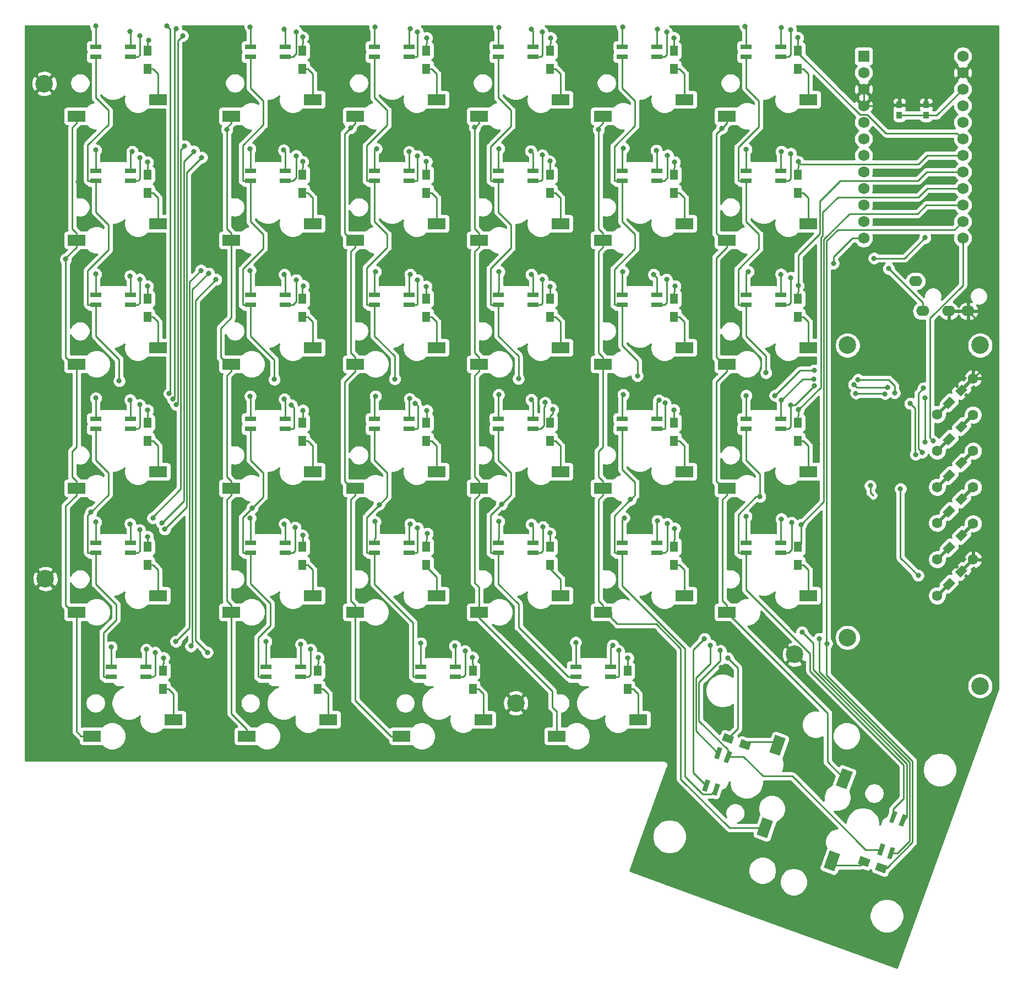
<source format=gbr>
G04 #@! TF.GenerationSoftware,KiCad,Pcbnew,(5.1.6)-1*
G04 #@! TF.CreationDate,2020-09-20T11:30:11-07:00*
G04 #@! TF.ProjectId,ortho_half,6f727468-6f5f-4686-916c-662e6b696361,rev?*
G04 #@! TF.SameCoordinates,Original*
G04 #@! TF.FileFunction,Copper,L2,Bot*
G04 #@! TF.FilePolarity,Positive*
%FSLAX46Y46*%
G04 Gerber Fmt 4.6, Leading zero omitted, Abs format (unit mm)*
G04 Created by KiCad (PCBNEW (5.1.6)-1) date 2020-09-20 11:30:11*
%MOMM*%
%LPD*%
G01*
G04 APERTURE LIST*
G04 #@! TA.AperFunction,SMDPad,CuDef*
%ADD10C,0.100000*%
G04 #@! TD*
G04 #@! TA.AperFunction,ComponentPad*
%ADD11O,2.000000X1.600000*%
G04 #@! TD*
G04 #@! TA.AperFunction,ComponentPad*
%ADD12C,2.700000*%
G04 #@! TD*
G04 #@! TA.AperFunction,ComponentPad*
%ADD13C,1.752600*%
G04 #@! TD*
G04 #@! TA.AperFunction,ComponentPad*
%ADD14R,1.752600X1.752600*%
G04 #@! TD*
G04 #@! TA.AperFunction,SMDPad,CuDef*
%ADD15R,0.900000X1.000000*%
G04 #@! TD*
G04 #@! TA.AperFunction,SMDPad,CuDef*
%ADD16R,1.200000X1.600000*%
G04 #@! TD*
G04 #@! TA.AperFunction,SMDPad,CuDef*
%ADD17R,2.800000X1.700000*%
G04 #@! TD*
G04 #@! TA.AperFunction,SMDPad,CuDef*
%ADD18R,1.800000X0.700000*%
G04 #@! TD*
G04 #@! TA.AperFunction,ComponentPad*
%ADD19C,1.600000*%
G04 #@! TD*
G04 #@! TA.AperFunction,Conductor*
%ADD20C,0.100000*%
G04 #@! TD*
G04 #@! TA.AperFunction,ViaPad*
%ADD21C,0.800000*%
G04 #@! TD*
G04 #@! TA.AperFunction,Conductor*
%ADD22C,0.250000*%
G04 #@! TD*
G04 #@! TA.AperFunction,Conductor*
%ADD23C,0.254000*%
G04 #@! TD*
G04 APERTURE END LIST*
G04 #@! TA.AperFunction,SMDPad,CuDef*
D10*
G36*
X139033126Y-137530312D02*
G01*
X138375341Y-137290898D01*
X138990978Y-135599452D01*
X139648763Y-135838866D01*
X139033126Y-137530312D01*
G37*
G04 #@! TD.AperFunction*
G04 #@! TA.AperFunction,SMDPad,CuDef*
G36*
X137208791Y-142542633D02*
G01*
X136551006Y-142303219D01*
X137166643Y-140611773D01*
X137824428Y-140851187D01*
X137208791Y-142542633D01*
G37*
G04 #@! TD.AperFunction*
G04 #@! TA.AperFunction,SMDPad,CuDef*
G36*
X140536634Y-138077545D02*
G01*
X139878849Y-137838131D01*
X140494486Y-136146685D01*
X141152271Y-136386099D01*
X140536634Y-138077545D01*
G37*
G04 #@! TD.AperFunction*
G04 #@! TA.AperFunction,SMDPad,CuDef*
G36*
X138712299Y-143089865D02*
G01*
X138054514Y-142850451D01*
X138670151Y-141159005D01*
X139327936Y-141398419D01*
X138712299Y-143089865D01*
G37*
G04 #@! TD.AperFunction*
G04 #@! TA.AperFunction,SMDPad,CuDef*
G36*
X131816380Y-132271920D02*
G01*
X130218902Y-131690486D01*
X131176558Y-129059346D01*
X132774036Y-129640780D01*
X131816380Y-132271920D01*
G37*
G04 #@! TD.AperFunction*
G04 #@! TA.AperFunction,SMDPad,CuDef*
G36*
X129910847Y-144933794D02*
G01*
X128313369Y-144352360D01*
X129271025Y-141721220D01*
X130868503Y-142302654D01*
X129910847Y-144933794D01*
G37*
G04 #@! TD.AperFunction*
G04 #@! TA.AperFunction,SMDPad,CuDef*
G36*
X136228421Y-144666504D02*
G01*
X136638845Y-143538873D01*
X138142353Y-144086106D01*
X137731929Y-145213737D01*
X136228421Y-144666504D01*
G37*
G04 #@! TD.AperFunction*
G04 #@! TA.AperFunction,SMDPad,CuDef*
G36*
X133597281Y-143708848D02*
G01*
X134007705Y-142581217D01*
X135511213Y-143128450D01*
X135100789Y-144256081D01*
X133597281Y-143708848D01*
G37*
G04 #@! TD.AperFunction*
G04 #@! TA.AperFunction,SMDPad,CuDef*
G36*
X111747958Y-131360128D02*
G01*
X112405743Y-131599542D01*
X111790106Y-133290988D01*
X111132321Y-133051574D01*
X111747958Y-131360128D01*
G37*
G04 #@! TD.AperFunction*
G04 #@! TA.AperFunction,SMDPad,CuDef*
G36*
X113572293Y-126347807D02*
G01*
X114230078Y-126587221D01*
X113614441Y-128278667D01*
X112956656Y-128039253D01*
X113572293Y-126347807D01*
G37*
G04 #@! TD.AperFunction*
G04 #@! TA.AperFunction,SMDPad,CuDef*
G36*
X110244450Y-130812895D02*
G01*
X110902235Y-131052309D01*
X110286598Y-132743755D01*
X109628813Y-132504341D01*
X110244450Y-130812895D01*
G37*
G04 #@! TD.AperFunction*
G04 #@! TA.AperFunction,SMDPad,CuDef*
G36*
X112068785Y-125800575D02*
G01*
X112726570Y-126039989D01*
X112110933Y-127731435D01*
X111453148Y-127492021D01*
X112068785Y-125800575D01*
G37*
G04 #@! TD.AperFunction*
G04 #@! TA.AperFunction,SMDPad,CuDef*
G36*
X118964704Y-136618520D02*
G01*
X120562182Y-137199954D01*
X119604526Y-139831094D01*
X118007048Y-139249660D01*
X118964704Y-136618520D01*
G37*
G04 #@! TD.AperFunction*
G04 #@! TA.AperFunction,SMDPad,CuDef*
G36*
X120870237Y-123956646D02*
G01*
X122467715Y-124538080D01*
X121510059Y-127169220D01*
X119912581Y-126587786D01*
X120870237Y-123956646D01*
G37*
G04 #@! TD.AperFunction*
G04 #@! TA.AperFunction,SMDPad,CuDef*
G36*
X114552663Y-124223936D02*
G01*
X114142239Y-125351567D01*
X112638731Y-124804334D01*
X113049155Y-123676703D01*
X114552663Y-124223936D01*
G37*
G04 #@! TD.AperFunction*
G04 #@! TA.AperFunction,SMDPad,CuDef*
G36*
X117183803Y-125181592D02*
G01*
X116773379Y-126309223D01*
X115269871Y-125761990D01*
X115680295Y-124634359D01*
X117183803Y-125181592D01*
G37*
G04 #@! TD.AperFunction*
D11*
X142446200Y-54250000D03*
X143546200Y-58850000D03*
X150546200Y-58850000D03*
X147546200Y-58850000D03*
D12*
X131974500Y-64100000D03*
X131974500Y-109012000D03*
X152365500Y-64100000D03*
X152365500Y-116434000D03*
D13*
X149707600Y-19685000D03*
X134467600Y-47625000D03*
X149707600Y-22225000D03*
X149707600Y-24765000D03*
X149707600Y-27305000D03*
X149707600Y-29845000D03*
X149707600Y-32385000D03*
X149707600Y-34925000D03*
X149707600Y-37465000D03*
X149707600Y-40005000D03*
X149707600Y-42545000D03*
X149707600Y-45085000D03*
X149707600Y-47625000D03*
X134467600Y-45085000D03*
X134467600Y-42545000D03*
X134467600Y-40005000D03*
X134467600Y-37465000D03*
X134467600Y-34925000D03*
X134467600Y-32385000D03*
X134467600Y-29845000D03*
X134467600Y-27305000D03*
X134467600Y-24765000D03*
X134467600Y-22225000D03*
D14*
X134467600Y-19685000D03*
D15*
X144061400Y-27165400D03*
X144061400Y-28765400D03*
X139961400Y-27165400D03*
X139961400Y-28765400D03*
D12*
X123850400Y-111582200D03*
X8636000Y-99974400D03*
X80962250Y-119062500D03*
X8463000Y-23901400D03*
D16*
X98166593Y-116907340D03*
X98166593Y-114107340D03*
D17*
X99778500Y-121602500D03*
X87228500Y-124142500D03*
D18*
X95535500Y-113462500D03*
X90201500Y-113462500D03*
X95535500Y-115062500D03*
X90201500Y-115062500D03*
D16*
X74354093Y-116907340D03*
X74354093Y-114107340D03*
D17*
X75966000Y-121602500D03*
X63416000Y-124142500D03*
D18*
X71723000Y-113462500D03*
X66389000Y-113462500D03*
X71723000Y-115062500D03*
X66389000Y-115062500D03*
D16*
X50541593Y-116907340D03*
X50541593Y-114107340D03*
D17*
X52153500Y-121602500D03*
X39603500Y-124142500D03*
D18*
X47910500Y-113462500D03*
X42576500Y-113462500D03*
X47910500Y-115062500D03*
X42576500Y-115062500D03*
D16*
X26729093Y-116907340D03*
X26729093Y-114107340D03*
D17*
X28341000Y-121602500D03*
X15791000Y-124142500D03*
D18*
X24098000Y-113462500D03*
X18764000Y-113462500D03*
X24098000Y-115062500D03*
X18764000Y-115062500D03*
D16*
X124360593Y-97857340D03*
X124360593Y-95057340D03*
D17*
X125972500Y-102552500D03*
X113422500Y-105092500D03*
D18*
X121729500Y-94412500D03*
X116395500Y-94412500D03*
X121729500Y-96012500D03*
X116395500Y-96012500D03*
D16*
X105310593Y-97857340D03*
X105310593Y-95057340D03*
D17*
X106922500Y-102552500D03*
X94372500Y-105092500D03*
D18*
X102679500Y-94412500D03*
X97345500Y-94412500D03*
X102679500Y-96012500D03*
X97345500Y-96012500D03*
D16*
X86260593Y-97857340D03*
X86260593Y-95057340D03*
D17*
X87872500Y-102552500D03*
X75322500Y-105092500D03*
D18*
X83629500Y-94412500D03*
X78295500Y-94412500D03*
X83629500Y-96012500D03*
X78295500Y-96012500D03*
D16*
X67210593Y-97857340D03*
X67210593Y-95057340D03*
D17*
X68822500Y-102552500D03*
X56272500Y-105092500D03*
D18*
X64579500Y-94412500D03*
X59245500Y-94412500D03*
X64579500Y-96012500D03*
X59245500Y-96012500D03*
D16*
X48160593Y-97857340D03*
X48160593Y-95057340D03*
D17*
X49772500Y-102552500D03*
X37222500Y-105092500D03*
D18*
X45529500Y-94412500D03*
X40195500Y-94412500D03*
X45529500Y-96012500D03*
X40195500Y-96012500D03*
X16383500Y-96012500D03*
X21717500Y-96012500D03*
X16383500Y-94412500D03*
X21717500Y-94412500D03*
D17*
X13410500Y-105092500D03*
X25960500Y-102552500D03*
D16*
X24348593Y-95057340D03*
X24348593Y-97857340D03*
X124360593Y-78807340D03*
X124360593Y-76007340D03*
D17*
X125972500Y-83502500D03*
X113422500Y-86042500D03*
D18*
X121729500Y-75362500D03*
X116395500Y-75362500D03*
X121729500Y-76962500D03*
X116395500Y-76962500D03*
D16*
X105310593Y-78807340D03*
X105310593Y-76007340D03*
D17*
X106922500Y-83502500D03*
X94372500Y-86042500D03*
D18*
X102679500Y-75362500D03*
X97345500Y-75362500D03*
X102679500Y-76962500D03*
X97345500Y-76962500D03*
D16*
X86260593Y-78807340D03*
X86260593Y-76007340D03*
D17*
X87872500Y-83502500D03*
X75322500Y-86042500D03*
D18*
X83629500Y-75362500D03*
X78295500Y-75362500D03*
X83629500Y-76962500D03*
X78295500Y-76962500D03*
D16*
X67210593Y-78807340D03*
X67210593Y-76007340D03*
D17*
X68822500Y-83502500D03*
X56272500Y-86042500D03*
D18*
X64579500Y-75362500D03*
X59245500Y-75362500D03*
X64579500Y-76962500D03*
X59245500Y-76962500D03*
D16*
X48160593Y-78807340D03*
X48160593Y-76007340D03*
D17*
X49772500Y-83502500D03*
X37222500Y-86042500D03*
D18*
X45529500Y-75362500D03*
X40195500Y-75362500D03*
X45529500Y-76962500D03*
X40195500Y-76962500D03*
X16383500Y-76962500D03*
X21717500Y-76962500D03*
X16383500Y-75362500D03*
X21717500Y-75362500D03*
D17*
X13410500Y-86042500D03*
X25960500Y-83502500D03*
D16*
X24348593Y-76007340D03*
X24348593Y-78807340D03*
X124360593Y-59757340D03*
X124360593Y-56957340D03*
D17*
X125972500Y-64452500D03*
X113422500Y-66992500D03*
D18*
X121729500Y-56312500D03*
X116395500Y-56312500D03*
X121729500Y-57912500D03*
X116395500Y-57912500D03*
D16*
X105310593Y-59757340D03*
X105310593Y-56957340D03*
D17*
X106922500Y-64452500D03*
X94372500Y-66992500D03*
D18*
X102679500Y-56312500D03*
X97345500Y-56312500D03*
X102679500Y-57912500D03*
X97345500Y-57912500D03*
D16*
X86260593Y-59757340D03*
X86260593Y-56957340D03*
D17*
X87872500Y-64452500D03*
X75322500Y-66992500D03*
D18*
X83629500Y-56312500D03*
X78295500Y-56312500D03*
X83629500Y-57912500D03*
X78295500Y-57912500D03*
D16*
X67210593Y-59757340D03*
X67210593Y-56957340D03*
D17*
X68822500Y-64452500D03*
X56272500Y-66992500D03*
D18*
X64579500Y-56312500D03*
X59245500Y-56312500D03*
X64579500Y-57912500D03*
X59245500Y-57912500D03*
D16*
X48160593Y-59757340D03*
X48160593Y-56957340D03*
D17*
X49772500Y-64452500D03*
X37222500Y-66992500D03*
D18*
X45529500Y-56312500D03*
X40195500Y-56312500D03*
X45529500Y-57912500D03*
X40195500Y-57912500D03*
X16383500Y-57912500D03*
X21717500Y-57912500D03*
X16383500Y-56312500D03*
X21717500Y-56312500D03*
D17*
X13410500Y-66992500D03*
X25960500Y-64452500D03*
D16*
X24348593Y-56957340D03*
X24348593Y-59757340D03*
X124360593Y-40707340D03*
X124360593Y-37907340D03*
D17*
X125972500Y-45402500D03*
X113422500Y-47942500D03*
D18*
X121729500Y-37262500D03*
X116395500Y-37262500D03*
X121729500Y-38862500D03*
X116395500Y-38862500D03*
D16*
X105310593Y-40707340D03*
X105310593Y-37907340D03*
D17*
X106922500Y-45402500D03*
X94372500Y-47942500D03*
D18*
X102679500Y-37262500D03*
X97345500Y-37262500D03*
X102679500Y-38862500D03*
X97345500Y-38862500D03*
D16*
X86260593Y-40707340D03*
X86260593Y-37907340D03*
D17*
X87872500Y-45402500D03*
X75322500Y-47942500D03*
D18*
X83629500Y-37262500D03*
X78295500Y-37262500D03*
X83629500Y-38862500D03*
X78295500Y-38862500D03*
D16*
X67210593Y-40707340D03*
X67210593Y-37907340D03*
D17*
X68822500Y-45402500D03*
X56272500Y-47942500D03*
D18*
X64579500Y-37262500D03*
X59245500Y-37262500D03*
X64579500Y-38862500D03*
X59245500Y-38862500D03*
D16*
X48160593Y-40707340D03*
X48160593Y-37907340D03*
D17*
X49772500Y-45402500D03*
X37222500Y-47942500D03*
D18*
X45529500Y-37262500D03*
X40195500Y-37262500D03*
X45529500Y-38862500D03*
X40195500Y-38862500D03*
X16383500Y-38862500D03*
X21717500Y-38862500D03*
X16383500Y-37262500D03*
X21717500Y-37262500D03*
D17*
X13410500Y-47942500D03*
X25960500Y-45402500D03*
D16*
X24348593Y-37907340D03*
X24348593Y-40707340D03*
X124360593Y-21657340D03*
X124360593Y-18857340D03*
D17*
X125972500Y-26352500D03*
X113422500Y-28892500D03*
D18*
X121729500Y-18212500D03*
X116395500Y-18212500D03*
X121729500Y-19812500D03*
X116395500Y-19812500D03*
D16*
X105310593Y-21657340D03*
X105310593Y-18857340D03*
D17*
X106922500Y-26352500D03*
X94372500Y-28892500D03*
D18*
X102679500Y-18212500D03*
X97345500Y-18212500D03*
X102679500Y-19812500D03*
X97345500Y-19812500D03*
D16*
X86260593Y-21657340D03*
X86260593Y-18857340D03*
D17*
X87872500Y-26352500D03*
X75322500Y-28892500D03*
D18*
X83629500Y-18212500D03*
X78295500Y-18212500D03*
X83629500Y-19812500D03*
X78295500Y-19812500D03*
D16*
X67210593Y-21657340D03*
X67210593Y-18857340D03*
D17*
X68822500Y-26352500D03*
X56272500Y-28892500D03*
D18*
X64579500Y-18212500D03*
X59245500Y-18212500D03*
X64579500Y-19812500D03*
X59245500Y-19812500D03*
D16*
X48160593Y-21657340D03*
X48160593Y-18857340D03*
D17*
X49772500Y-26352500D03*
X37222500Y-28892500D03*
D18*
X45529500Y-18212500D03*
X40195500Y-18212500D03*
X45529500Y-19812500D03*
X40195500Y-19812500D03*
X16383500Y-19812500D03*
X21717500Y-19812500D03*
X16383500Y-18212500D03*
X21717500Y-18212500D03*
D17*
X13410500Y-28892500D03*
X25960500Y-26352500D03*
D16*
X24348593Y-18857340D03*
X24348593Y-21657340D03*
D19*
X151281749Y-74778251D03*
X145766317Y-80293683D03*
G04 #@! TA.AperFunction,Conductor*
D20*
G36*
X149443272Y-76970282D02*
G01*
X149089718Y-76616728D01*
X151140328Y-74566118D01*
X151493882Y-74919672D01*
X149443272Y-76970282D01*
G37*
G04 #@! TD.AperFunction*
G04 #@! TA.AperFunction,SMDPad,CuDef*
D10*
G36*
X149372561Y-77535967D02*
G01*
X148524033Y-76687439D01*
X149584693Y-75626779D01*
X150433221Y-76475307D01*
X149372561Y-77535967D01*
G37*
G04 #@! TD.AperFunction*
G04 #@! TA.AperFunction,SMDPad,CuDef*
G36*
X147463373Y-79445155D02*
G01*
X146614845Y-78596627D01*
X147675505Y-77535967D01*
X148524033Y-78384495D01*
X147463373Y-79445155D01*
G37*
G04 #@! TD.AperFunction*
G04 #@! TA.AperFunction,Conductor*
D20*
G36*
X145907738Y-80505816D02*
G01*
X145554184Y-80152262D01*
X147604794Y-78101652D01*
X147958348Y-78455206D01*
X145907738Y-80505816D01*
G37*
G04 #@! TD.AperFunction*
D19*
X151296916Y-80351084D03*
X145781484Y-85866516D03*
G04 #@! TA.AperFunction,Conductor*
D20*
G36*
X149458439Y-82543115D02*
G01*
X149104885Y-82189561D01*
X151155495Y-80138951D01*
X151509049Y-80492505D01*
X149458439Y-82543115D01*
G37*
G04 #@! TD.AperFunction*
G04 #@! TA.AperFunction,SMDPad,CuDef*
D10*
G36*
X149387728Y-83108800D02*
G01*
X148539200Y-82260272D01*
X149599860Y-81199612D01*
X150448388Y-82048140D01*
X149387728Y-83108800D01*
G37*
G04 #@! TD.AperFunction*
G04 #@! TA.AperFunction,SMDPad,CuDef*
G36*
X147478540Y-85017988D02*
G01*
X146630012Y-84169460D01*
X147690672Y-83108800D01*
X148539200Y-83957328D01*
X147478540Y-85017988D01*
G37*
G04 #@! TD.AperFunction*
G04 #@! TA.AperFunction,Conductor*
D20*
G36*
X145922905Y-86078649D02*
G01*
X145569351Y-85725095D01*
X147619961Y-83674485D01*
X147973515Y-84028039D01*
X145922905Y-86078649D01*
G37*
G04 #@! TD.AperFunction*
D19*
X151296916Y-91476284D03*
X145781484Y-96991716D03*
G04 #@! TA.AperFunction,Conductor*
D20*
G36*
X149458439Y-93668315D02*
G01*
X149104885Y-93314761D01*
X151155495Y-91264151D01*
X151509049Y-91617705D01*
X149458439Y-93668315D01*
G37*
G04 #@! TD.AperFunction*
G04 #@! TA.AperFunction,SMDPad,CuDef*
D10*
G36*
X149387728Y-94234000D02*
G01*
X148539200Y-93385472D01*
X149599860Y-92324812D01*
X150448388Y-93173340D01*
X149387728Y-94234000D01*
G37*
G04 #@! TD.AperFunction*
G04 #@! TA.AperFunction,SMDPad,CuDef*
G36*
X147478540Y-96143188D02*
G01*
X146630012Y-95294660D01*
X147690672Y-94234000D01*
X148539200Y-95082528D01*
X147478540Y-96143188D01*
G37*
G04 #@! TD.AperFunction*
G04 #@! TA.AperFunction,Conductor*
D20*
G36*
X145922905Y-97203849D02*
G01*
X145569351Y-96850295D01*
X147619961Y-94799685D01*
X147973515Y-95153239D01*
X145922905Y-97203849D01*
G37*
G04 #@! TD.AperFunction*
D19*
X145781484Y-74715916D03*
X151296916Y-69200484D03*
G04 #@! TA.AperFunction,Conductor*
D20*
G36*
X147619961Y-72523885D02*
G01*
X147973515Y-72877439D01*
X145922905Y-74928049D01*
X145569351Y-74574495D01*
X147619961Y-72523885D01*
G37*
G04 #@! TD.AperFunction*
G04 #@! TA.AperFunction,SMDPad,CuDef*
D10*
G36*
X147690672Y-71958200D02*
G01*
X148539200Y-72806728D01*
X147478540Y-73867388D01*
X146630012Y-73018860D01*
X147690672Y-71958200D01*
G37*
G04 #@! TD.AperFunction*
G04 #@! TA.AperFunction,SMDPad,CuDef*
G36*
X149599860Y-70049012D02*
G01*
X150448388Y-70897540D01*
X149387728Y-71958200D01*
X148539200Y-71109672D01*
X149599860Y-70049012D01*
G37*
G04 #@! TD.AperFunction*
G04 #@! TA.AperFunction,Conductor*
D20*
G36*
X151155495Y-68988351D02*
G01*
X151509049Y-69341905D01*
X149458439Y-71392515D01*
X149104885Y-71038961D01*
X151155495Y-68988351D01*
G37*
G04 #@! TD.AperFunction*
D19*
X151296916Y-85888284D03*
X145781484Y-91403716D03*
G04 #@! TA.AperFunction,Conductor*
D20*
G36*
X149458439Y-88080315D02*
G01*
X149104885Y-87726761D01*
X151155495Y-85676151D01*
X151509049Y-86029705D01*
X149458439Y-88080315D01*
G37*
G04 #@! TD.AperFunction*
G04 #@! TA.AperFunction,SMDPad,CuDef*
D10*
G36*
X149387728Y-88646000D02*
G01*
X148539200Y-87797472D01*
X149599860Y-86736812D01*
X150448388Y-87585340D01*
X149387728Y-88646000D01*
G37*
G04 #@! TD.AperFunction*
G04 #@! TA.AperFunction,SMDPad,CuDef*
G36*
X147478540Y-90555188D02*
G01*
X146630012Y-89706660D01*
X147690672Y-88646000D01*
X148539200Y-89494528D01*
X147478540Y-90555188D01*
G37*
G04 #@! TD.AperFunction*
G04 #@! TA.AperFunction,Conductor*
D20*
G36*
X145922905Y-91615849D02*
G01*
X145569351Y-91262295D01*
X147619961Y-89211685D01*
X147973515Y-89565239D01*
X145922905Y-91615849D01*
G37*
G04 #@! TD.AperFunction*
D19*
X145766317Y-102544083D03*
X151281749Y-97028651D03*
G04 #@! TA.AperFunction,Conductor*
D20*
G36*
X147604794Y-100352052D02*
G01*
X147958348Y-100705606D01*
X145907738Y-102756216D01*
X145554184Y-102402662D01*
X147604794Y-100352052D01*
G37*
G04 #@! TD.AperFunction*
G04 #@! TA.AperFunction,SMDPad,CuDef*
D10*
G36*
X147675505Y-99786367D02*
G01*
X148524033Y-100634895D01*
X147463373Y-101695555D01*
X146614845Y-100847027D01*
X147675505Y-99786367D01*
G37*
G04 #@! TD.AperFunction*
G04 #@! TA.AperFunction,SMDPad,CuDef*
G36*
X149584693Y-97877179D02*
G01*
X150433221Y-98725707D01*
X149372561Y-99786367D01*
X148524033Y-98937839D01*
X149584693Y-97877179D01*
G37*
G04 #@! TD.AperFunction*
G04 #@! TA.AperFunction,Conductor*
D20*
G36*
X151140328Y-96816518D02*
G01*
X151493882Y-97170072D01*
X149443272Y-99220682D01*
X149089718Y-98867128D01*
X151140328Y-96816518D01*
G37*
G04 #@! TD.AperFunction*
D21*
X135483600Y-85674200D03*
X109524800Y-40335200D03*
X109626400Y-22098000D03*
X109499400Y-60325000D03*
X109677200Y-79171800D03*
X109499400Y-97663000D03*
X112572800Y-113563400D03*
X138478200Y-86464200D03*
X138478200Y-94053600D03*
X140284200Y-33020000D03*
X146634200Y-36220400D03*
X146431000Y-38735000D03*
X146405600Y-41452800D03*
X146431000Y-43738800D03*
X120700800Y-48209200D03*
X114274600Y-64236600D03*
X114223800Y-77952600D03*
X20878800Y-48260000D03*
X129108200Y-29565600D03*
X137617200Y-34188400D03*
X146735800Y-52527200D03*
X138049000Y-54152800D03*
X137007600Y-37541200D03*
X133858000Y-49860200D03*
X131368800Y-72694800D03*
X148539200Y-74803000D03*
X148539200Y-80348666D03*
X148539200Y-85894332D03*
X148539200Y-91440000D03*
X118008400Y-107823000D03*
X120802400Y-85953600D03*
X146748500Y-25184100D03*
X126466600Y-57785000D03*
X95300800Y-58470800D03*
X113766600Y-39674800D03*
X95300800Y-39624000D03*
X76149200Y-39751000D03*
X56388000Y-39471600D03*
X37922200Y-39395400D03*
X13690600Y-39014400D03*
X22402800Y-30835600D03*
X95250000Y-97485200D03*
X114173000Y-96799400D03*
X127381000Y-79222600D03*
X124485400Y-105333800D03*
X135839200Y-127000000D03*
X112665000Y-30750000D03*
X93707499Y-30981101D03*
X74657499Y-30657501D03*
X55578500Y-30686500D03*
X36557499Y-30930301D03*
X11760500Y-50875900D03*
X129819400Y-51511200D03*
X98221800Y-112141000D03*
X74345800Y-112039400D03*
X50596800Y-112090200D03*
X26847800Y-112115600D03*
X113563400Y-112141000D03*
X128803400Y-109905800D03*
X86233000Y-92964000D03*
X67386200Y-93014800D03*
X24358600Y-93485810D03*
X48199561Y-93294233D03*
X105410000Y-92227400D03*
X124815600Y-91643200D03*
X24358600Y-74066400D03*
X48234600Y-74105610D03*
X67309998Y-74105610D03*
X86664800Y-73990200D03*
X105283000Y-74015600D03*
X124434600Y-73990200D03*
X124409200Y-54940200D03*
X24333200Y-55016400D03*
X105460800Y-54991000D03*
X86283796Y-55041800D03*
X48336200Y-54965600D03*
X67208400Y-55041800D03*
X124409200Y-35890200D03*
X105359200Y-35941000D03*
X86207600Y-35814000D03*
X67233800Y-35864800D03*
X48209200Y-35890200D03*
X24333200Y-35966400D03*
X48209200Y-16764000D03*
X67259200Y-16865600D03*
X86360000Y-16865600D03*
X124358400Y-16840200D03*
X105308400Y-16865600D03*
X24511000Y-17274220D03*
X21666200Y-53449824D03*
X24155400Y-110820200D03*
X121742200Y-53187600D03*
X102184200Y-53224590D03*
X83362800Y-53224590D03*
X45389800Y-53224590D03*
X64719200Y-53224590D03*
X47929800Y-110044390D03*
X95910400Y-110196790D03*
X71602600Y-110298390D03*
X31006211Y-110319389D03*
X33731196Y-53041821D03*
X110884810Y-110196790D03*
X127660400Y-109180790D03*
X21666200Y-91549824D03*
X83362800Y-91617801D03*
X64719200Y-91567000D03*
X121808092Y-34320589D03*
X102590600Y-34162994D03*
X83261200Y-34239200D03*
X64566800Y-34366200D03*
X45288200Y-34112200D03*
X21996400Y-34340800D03*
X31445200Y-34315400D03*
X26549119Y-91392044D03*
X45389800Y-91533843D03*
X102743000Y-91052379D03*
X121808092Y-90788411D03*
X21666200Y-72499824D03*
X121808092Y-15295989D03*
X21666200Y-15914210D03*
X45389800Y-72376190D03*
X28234374Y-72352963D03*
X121843800Y-72542398D03*
X102971600Y-72530810D03*
X83362800Y-72454610D03*
X64645858Y-72303306D03*
X126771400Y-69265800D03*
X138176000Y-70561200D03*
X132964944Y-70141424D03*
X64719200Y-15482410D03*
X28747648Y-15482410D03*
X102743000Y-15533210D03*
X83362800Y-15558610D03*
X45389800Y-15507810D03*
X18745200Y-110439200D03*
X16383000Y-53162200D03*
X116713000Y-52774579D03*
X59385200Y-52774579D03*
X78409800Y-52774579D03*
X97459800Y-52774579D03*
X42570400Y-109594379D03*
X90195400Y-109746779D03*
X66370200Y-109848379D03*
X28708621Y-109594379D03*
X32562800Y-52591810D03*
X40132000Y-52591810D03*
X109982000Y-109169200D03*
X124993400Y-108153200D03*
X16383000Y-91262200D03*
X16383000Y-34112200D03*
X116408200Y-33985200D03*
X78359000Y-91160600D03*
X59359800Y-91186000D03*
X97536000Y-33807400D03*
X78384400Y-33883600D03*
X59537600Y-33909000D03*
X40106600Y-33909000D03*
X30062001Y-33488799D03*
X40132000Y-90638790D03*
X25159810Y-90638790D03*
X97637598Y-90602368D03*
X116408200Y-90392591D03*
X16383000Y-72212200D03*
X16383000Y-15062200D03*
X40132000Y-71926179D03*
X59385200Y-71926179D03*
X78333600Y-71697579D03*
X97485200Y-71697579D03*
X27696064Y-71510201D03*
X116408200Y-71805800D03*
X120827800Y-71805800D03*
X126898400Y-67945000D03*
X139217400Y-71424800D03*
X133604000Y-69367400D03*
X97383596Y-15214600D03*
X116255800Y-15138400D03*
X78359000Y-15290802D03*
X59334400Y-15189200D03*
X40132000Y-15163800D03*
X27323779Y-15062172D03*
X143436901Y-80565699D03*
X143662400Y-70688200D03*
X143891000Y-78943200D03*
X143865600Y-72186800D03*
X145135600Y-78816200D03*
X140131800Y-86156800D03*
X142849600Y-99466400D03*
X142443200Y-80873600D03*
X143891000Y-47574200D03*
X141630400Y-73050400D03*
X136053990Y-50723800D03*
X123266200Y-15621000D03*
X65862200Y-15951200D03*
X23139400Y-16549210D03*
X29729590Y-16549210D03*
X23139400Y-73224834D03*
X46482000Y-73304398D03*
X28724135Y-73224834D03*
X123215400Y-73253600D03*
X103938343Y-72980821D03*
X85471000Y-72904621D03*
X65506600Y-72999600D03*
X126847600Y-70332600D03*
X137753190Y-71551800D03*
X133273800Y-71475600D03*
X104165400Y-15983221D03*
X85039201Y-16008621D03*
X47193200Y-15957821D03*
X19989800Y-69570600D03*
X43840400Y-69342000D03*
X62357000Y-69265800D03*
X81381600Y-69233779D03*
X99669600Y-68783768D03*
X119456200Y-68333757D03*
X65862200Y-92151200D03*
X85039201Y-34874200D03*
X47193200Y-34975800D03*
X123266200Y-34645600D03*
X104317800Y-34899600D03*
X65862200Y-34996799D03*
X23139400Y-35255200D03*
X32689800Y-35229800D03*
X23139400Y-92444410D03*
X26974800Y-92354398D03*
X85140800Y-91998800D03*
X47066200Y-92100400D03*
X104241600Y-91502390D03*
X123377017Y-91324590D03*
X85039201Y-53949600D03*
X65862200Y-54051200D03*
X47193200Y-54051200D03*
X123266200Y-53695600D03*
X104165400Y-53975000D03*
X25501600Y-111277400D03*
X49453800Y-110820200D03*
X73177400Y-111048800D03*
X96799400Y-110998000D03*
X23139400Y-53949600D03*
X34874200Y-54000400D03*
X33553400Y-111277400D03*
X112445800Y-110998000D03*
X15633700Y-89750900D03*
X40424100Y-89115900D03*
X59956700Y-88582500D03*
X78778100Y-88531700D03*
X98613368Y-87805572D03*
X118503700Y-87363300D03*
X138314590Y-52324000D03*
D22*
X135915400Y-87147400D02*
X135483600Y-86715600D01*
X135483600Y-86715600D02*
X135483600Y-85674200D01*
X144767200Y-27165400D02*
X146748500Y-25184100D01*
X144061400Y-27165400D02*
X144767200Y-27165400D01*
X144061400Y-27165400D02*
X139961400Y-27165400D01*
X139821800Y-27305000D02*
X139961400Y-27165400D01*
X134467600Y-27305000D02*
X139821800Y-27305000D01*
X134467600Y-27305000D02*
X134467600Y-24765000D01*
X138478200Y-86464200D02*
X138478200Y-94053600D01*
X138478200Y-94053600D02*
X138478200Y-94053600D01*
X151296916Y-69200484D02*
X154635200Y-65862200D01*
X154635200Y-62939000D02*
X150546200Y-58850000D01*
X154635200Y-65862200D02*
X154635200Y-62939000D01*
X146748500Y-25184100D02*
X149707600Y-22225000D01*
X111772500Y-46842500D02*
X112872500Y-47942500D01*
X112872500Y-47942500D02*
X113422500Y-47942500D01*
X113422500Y-29992500D02*
X112665000Y-30750000D01*
X111772500Y-31642500D02*
X111772500Y-46842500D01*
X113422500Y-28892500D02*
X113422500Y-29992500D01*
X112872500Y-66992500D02*
X113422500Y-66992500D01*
X111772500Y-65892500D02*
X112872500Y-66992500D01*
X111772500Y-50692500D02*
X111772500Y-65892500D01*
X113422500Y-49042500D02*
X111772500Y-50692500D01*
X113422500Y-47942500D02*
X113422500Y-49042500D01*
X112872500Y-86042500D02*
X113422500Y-86042500D01*
X111772500Y-84942500D02*
X112872500Y-86042500D01*
X111772500Y-69742500D02*
X111772500Y-84942500D01*
X113422500Y-68092500D02*
X111772500Y-69742500D01*
X113422500Y-66992500D02*
X113422500Y-68092500D01*
X113422500Y-103992500D02*
X113422500Y-105092500D01*
X112757499Y-87807501D02*
X112757499Y-103327499D01*
X112757499Y-103327499D02*
X113422500Y-103992500D01*
X113422500Y-87142500D02*
X112757499Y-87807501D01*
X113422500Y-86042500D02*
X113422500Y-87142500D01*
X112665000Y-30750000D02*
X111772500Y-31642500D01*
X113422500Y-105092500D02*
X113422500Y-105345300D01*
X128935760Y-120605760D02*
X113422500Y-105092500D01*
X128935760Y-128104924D02*
X128935760Y-120605760D01*
X131496469Y-130665633D02*
X128935760Y-128104924D01*
X94372500Y-46842500D02*
X94372500Y-47942500D01*
X93707499Y-30657501D02*
X93707499Y-30981101D01*
X94372500Y-29992500D02*
X93707499Y-30657501D01*
X93707499Y-46177499D02*
X94372500Y-46842500D01*
X94372500Y-28892500D02*
X94372500Y-29992500D01*
X94372500Y-65892500D02*
X94372500Y-66992500D01*
X93707499Y-49707501D02*
X93707499Y-65227499D01*
X93707499Y-65227499D02*
X94372500Y-65892500D01*
X94372500Y-49042500D02*
X93707499Y-49707501D01*
X94372500Y-47942500D02*
X94372500Y-49042500D01*
X93707499Y-84277499D02*
X94372500Y-84942500D01*
X93707499Y-80374499D02*
X93707499Y-84277499D01*
X94372500Y-79709498D02*
X93707499Y-80374499D01*
X94372500Y-84942500D02*
X94372500Y-86042500D01*
X94372500Y-66992500D02*
X94372500Y-79709498D01*
X94372500Y-87142500D02*
X93707499Y-87807501D01*
X94372500Y-103992500D02*
X94372500Y-105092500D01*
X93707499Y-103327499D02*
X94372500Y-103992500D01*
X93707499Y-87807501D02*
X93707499Y-103327499D01*
X94372500Y-86042500D02*
X94372500Y-87142500D01*
X93707499Y-30981101D02*
X93707499Y-46177499D01*
X95647499Y-105968501D02*
X95647499Y-105092500D01*
X96596499Y-106917501D02*
X95647499Y-105968501D01*
X113840295Y-138224807D02*
X106349800Y-130734312D01*
X95647499Y-105092500D02*
X94372500Y-105092500D01*
X119284615Y-138224807D02*
X113840295Y-138224807D01*
X102548701Y-106917501D02*
X96596499Y-106917501D01*
X106349800Y-130734312D02*
X106349800Y-110718600D01*
X106349800Y-110718600D02*
X102548701Y-106917501D01*
X75322500Y-105980300D02*
X86563499Y-117221299D01*
X86563499Y-119650501D02*
X87200499Y-120287501D01*
X87228500Y-120287501D02*
X87228500Y-124142500D01*
X75322500Y-105092500D02*
X75322500Y-105980300D01*
X86563499Y-117221299D02*
X86563499Y-119650501D01*
X87200499Y-120287501D02*
X87228500Y-120287501D01*
X75322500Y-87142500D02*
X75322500Y-86042500D01*
X74657499Y-87807501D02*
X75322500Y-87142500D01*
X74657499Y-100600501D02*
X74657499Y-87807501D01*
X75322500Y-101265502D02*
X74657499Y-100600501D01*
X75322500Y-105092500D02*
X75322500Y-101265502D01*
X75322500Y-68092500D02*
X75322500Y-66992500D01*
X74657499Y-68757501D02*
X75322500Y-68092500D01*
X75322500Y-84942500D02*
X74657499Y-84277499D01*
X74657499Y-84277499D02*
X74657499Y-68757501D01*
X75322500Y-86042500D02*
X75322500Y-84942500D01*
X75322500Y-49042500D02*
X75322500Y-47942500D01*
X74657499Y-49707501D02*
X75322500Y-49042500D01*
X74657499Y-65227499D02*
X74657499Y-49707501D01*
X75322500Y-65892500D02*
X74657499Y-65227499D01*
X75322500Y-66992500D02*
X75322500Y-65892500D01*
X75322500Y-29992500D02*
X75322500Y-28892500D01*
X74657499Y-46177499D02*
X74657499Y-30657501D01*
X75322500Y-46842500D02*
X74657499Y-46177499D01*
X75322500Y-47942500D02*
X75322500Y-46842500D01*
X74657499Y-30657501D02*
X75322500Y-29992500D01*
X54622500Y-31642500D02*
X54622500Y-46842500D01*
X55722500Y-47942500D02*
X56272500Y-47942500D01*
X54622500Y-46842500D02*
X55722500Y-47942500D01*
X56272500Y-29992500D02*
X55578500Y-30686500D01*
X56272500Y-28892500D02*
X56272500Y-29992500D01*
X56272500Y-65892500D02*
X56272500Y-66992500D01*
X55607499Y-65227499D02*
X56272500Y-65892500D01*
X55607499Y-49707501D02*
X55607499Y-65227499D01*
X56272500Y-49042500D02*
X55607499Y-49707501D01*
X56272500Y-47942500D02*
X56272500Y-49042500D01*
X55722500Y-86042500D02*
X56272500Y-86042500D01*
X54622500Y-84942500D02*
X55722500Y-86042500D01*
X54622500Y-69742500D02*
X54622500Y-84942500D01*
X56272500Y-68092500D02*
X54622500Y-69742500D01*
X56272500Y-66992500D02*
X56272500Y-68092500D01*
X56272500Y-103992500D02*
X56272500Y-105092500D01*
X55607499Y-103327499D02*
X56272500Y-103992500D01*
X55607499Y-87807501D02*
X55607499Y-103327499D01*
X56272500Y-87142500D02*
X55607499Y-87807501D01*
X56272500Y-86042500D02*
X56272500Y-87142500D01*
X61766000Y-124142500D02*
X63416000Y-124142500D01*
X56272500Y-118649000D02*
X61766000Y-124142500D01*
X56272500Y-105092500D02*
X56272500Y-118649000D01*
X55578500Y-30686500D02*
X54622500Y-31642500D01*
X37222500Y-106192500D02*
X37222500Y-105092500D01*
X37222500Y-120661500D02*
X37222500Y-106192500D01*
X39603500Y-123042500D02*
X37222500Y-120661500D01*
X39603500Y-124142500D02*
X39603500Y-123042500D01*
X37222500Y-87142500D02*
X37222500Y-86042500D01*
X36557499Y-87807501D02*
X37222500Y-87142500D01*
X36557499Y-103327499D02*
X36557499Y-87807501D01*
X37222500Y-103992500D02*
X36557499Y-103327499D01*
X37222500Y-105092500D02*
X37222500Y-103992500D01*
X36557499Y-68757501D02*
X37222500Y-68092500D01*
X37222500Y-68092500D02*
X37222500Y-66992500D01*
X36557499Y-84277499D02*
X36557499Y-68757501D01*
X37222500Y-84942500D02*
X36557499Y-84277499D01*
X37222500Y-86042500D02*
X37222500Y-84942500D01*
X37222500Y-29992500D02*
X37222500Y-28892500D01*
X36557499Y-46177499D02*
X36557499Y-30930301D01*
X37222500Y-46842500D02*
X36557499Y-46177499D01*
X36557499Y-30657501D02*
X37222500Y-29992500D01*
X37222500Y-47942500D02*
X37222500Y-46842500D01*
X36557499Y-30930301D02*
X36557499Y-30657501D01*
X37222500Y-66992500D02*
X36672500Y-66992500D01*
X35572500Y-61515502D02*
X37222500Y-59865502D01*
X37222500Y-49042500D02*
X37222500Y-47942500D01*
X37222500Y-59865502D02*
X37222500Y-49042500D01*
X36672500Y-66992500D02*
X35572500Y-65892500D01*
X35572500Y-65892500D02*
X35572500Y-61515502D01*
X13410500Y-46842500D02*
X13410500Y-47942500D01*
X12745499Y-30657501D02*
X12745499Y-46177499D01*
X12745499Y-46177499D02*
X13410500Y-46842500D01*
X13410500Y-29992500D02*
X12745499Y-30657501D01*
X13410500Y-28892500D02*
X13410500Y-29992500D01*
X12860500Y-66992500D02*
X13410500Y-66992500D01*
X11760500Y-65892500D02*
X12860500Y-66992500D01*
X11760500Y-50692500D02*
X11760500Y-50875900D01*
X13410500Y-49042500D02*
X11760500Y-50692500D01*
X13410500Y-47942500D02*
X13410500Y-49042500D01*
X12745499Y-84277499D02*
X13410500Y-84942500D01*
X12745499Y-80374499D02*
X12745499Y-84277499D01*
X13410500Y-84942500D02*
X13410500Y-86042500D01*
X13410500Y-79709498D02*
X12745499Y-80374499D01*
X13410500Y-66992500D02*
X13410500Y-79709498D01*
X11760500Y-88792500D02*
X11760500Y-103992500D01*
X12860500Y-105092500D02*
X13410500Y-105092500D01*
X13410500Y-87142500D02*
X11760500Y-88792500D01*
X11760500Y-103992500D02*
X12860500Y-105092500D01*
X13410500Y-86042500D02*
X13410500Y-87142500D01*
X13410500Y-123412000D02*
X14141000Y-124142500D01*
X14141000Y-124142500D02*
X15791000Y-124142500D01*
X13410500Y-105092500D02*
X13410500Y-123412000D01*
X11760500Y-50875900D02*
X11760500Y-65892500D01*
X129819400Y-50495200D02*
X129819400Y-51511200D01*
X134467600Y-47625000D02*
X132689600Y-47625000D01*
X132689600Y-47625000D02*
X129819400Y-50495200D01*
X26729093Y-113057340D02*
X26847800Y-112938633D01*
X26729093Y-114107340D02*
X26729093Y-113057340D01*
X26847800Y-112938633D02*
X26847800Y-112115600D01*
X50541593Y-113057340D02*
X50596800Y-113002133D01*
X50541593Y-114107340D02*
X50541593Y-113057340D01*
X50596800Y-113002133D02*
X50596800Y-112090200D01*
X74354093Y-113057340D02*
X74345800Y-113049047D01*
X74354093Y-114107340D02*
X74354093Y-113057340D01*
X74345800Y-113049047D02*
X74345800Y-112039400D01*
X98166593Y-113057340D02*
X98221800Y-113002133D01*
X98166593Y-114107340D02*
X98166593Y-113057340D01*
X98221800Y-113002133D02*
X98221800Y-112141000D01*
X115084745Y-113662345D02*
X113563400Y-112141000D01*
X113595697Y-124514135D02*
X115084745Y-123025087D01*
X115084745Y-123025087D02*
X115084745Y-113662345D01*
X141989833Y-127990200D02*
X128778000Y-114778368D01*
X137185387Y-144376305D02*
X138047594Y-144376305D01*
X128778000Y-48082200D02*
X130487399Y-46372801D01*
X138047594Y-144376305D02*
X141989833Y-140434066D01*
X148419799Y-46372801D02*
X149707600Y-45085000D01*
X128778000Y-114778368D02*
X128778000Y-48082200D01*
X141989833Y-140434066D02*
X141989833Y-127990200D01*
X130487399Y-46372801D02*
X148419799Y-46372801D01*
X67259200Y-93984133D02*
X67259200Y-93014800D01*
X67235993Y-94007340D02*
X67259200Y-93984133D01*
X86285993Y-95057340D02*
X86285993Y-94007340D01*
X67235993Y-95057340D02*
X67235993Y-94007340D01*
X86233000Y-93954347D02*
X86233000Y-92964000D01*
X86285993Y-94007340D02*
X86233000Y-93954347D01*
X24358600Y-95041947D02*
X24358600Y-94051495D01*
X24373993Y-95057340D02*
X24358600Y-95041947D01*
X24358600Y-94051495D02*
X24358600Y-93485810D01*
X48199561Y-93859918D02*
X48199561Y-93294233D01*
X48185993Y-95057340D02*
X48199561Y-95043772D01*
X48199561Y-95043772D02*
X48199561Y-93859918D01*
X105384600Y-92252800D02*
X105384600Y-93091000D01*
X105410000Y-92227400D02*
X105384600Y-92252800D01*
X105335993Y-95057340D02*
X105335993Y-94007340D01*
X105410000Y-93933333D02*
X105410000Y-92227400D01*
X105335993Y-94007340D02*
X105410000Y-93933333D01*
X124815600Y-92208885D02*
X124815600Y-91643200D01*
X124815600Y-94627733D02*
X124815600Y-92208885D01*
X124385993Y-95057340D02*
X124815600Y-94627733D01*
X144098396Y-42545000D02*
X149707600Y-42545000D01*
X128327989Y-88130811D02*
X128327989Y-47821011D01*
X142759697Y-43883699D02*
X144098396Y-42545000D01*
X124815600Y-91643200D02*
X128327989Y-88130811D01*
X132265301Y-43883699D02*
X142759697Y-43883699D01*
X128327989Y-47821011D02*
X132265301Y-43883699D01*
X24358600Y-74941947D02*
X24358600Y-74066400D01*
X24373993Y-76007340D02*
X24373993Y-74957340D01*
X24373993Y-74957340D02*
X24358600Y-74941947D01*
X48185993Y-76007340D02*
X48234600Y-75958733D01*
X48234600Y-74671295D02*
X48234600Y-74105610D01*
X67309998Y-74671295D02*
X67309998Y-74105610D01*
X67235993Y-76007340D02*
X67309998Y-75933335D01*
X48234600Y-75958733D02*
X48234600Y-74671295D01*
X67309998Y-75933335D02*
X67309998Y-74671295D01*
X86664800Y-74578533D02*
X86664800Y-73990200D01*
X86285993Y-76007340D02*
X86285993Y-74957340D01*
X86285993Y-74957340D02*
X86664800Y-74578533D01*
X105283000Y-75954347D02*
X105283000Y-74581285D01*
X105335993Y-76007340D02*
X105283000Y-75954347D01*
X105283000Y-74581285D02*
X105283000Y-74015600D01*
X124385993Y-74957340D02*
X124434600Y-74908733D01*
X124434600Y-74908733D02*
X124434600Y-73990200D01*
X124385993Y-76007340D02*
X124385993Y-74957340D01*
X149707600Y-40005000D02*
X144217200Y-40005000D01*
X142882599Y-41339601D02*
X130542199Y-41339601D01*
X144217200Y-40005000D02*
X142882599Y-41339601D01*
X128194377Y-47272179D02*
X127877978Y-47588578D01*
X127877978Y-70546822D02*
X124434600Y-73990200D01*
X130542199Y-41339601D02*
X128194377Y-43687423D01*
X127877978Y-47588578D02*
X127877978Y-70546822D01*
X128194377Y-43687423D02*
X128194377Y-47272179D01*
X124409200Y-55858733D02*
X124409200Y-54940200D01*
X124360593Y-56957340D02*
X124360593Y-55907340D01*
X105359200Y-55858733D02*
X105359200Y-54991000D01*
X105310593Y-55907340D02*
X105359200Y-55858733D01*
X105310593Y-56957340D02*
X105310593Y-55907340D01*
X124360593Y-55907340D02*
X124409200Y-55858733D01*
X24333200Y-55891947D02*
X24333200Y-55016400D01*
X24348593Y-56957340D02*
X24348593Y-55907340D01*
X24348593Y-55907340D02*
X24333200Y-55891947D01*
X86258402Y-54991000D02*
X86258400Y-54991002D01*
X86260593Y-56957340D02*
X86260593Y-55065003D01*
X86260593Y-55065003D02*
X86283796Y-55041800D01*
X48160593Y-55141207D02*
X48336200Y-54965600D01*
X48160593Y-56957340D02*
X48160593Y-55141207D01*
X67210593Y-55043993D02*
X67208400Y-55041800D01*
X67210593Y-56957340D02*
X67210593Y-55043993D01*
X142817998Y-38785800D02*
X144138798Y-37465000D01*
X124409200Y-50290590D02*
X127744366Y-46955424D01*
X130886200Y-38785800D02*
X142817998Y-38785800D01*
X144138798Y-37465000D02*
X149707600Y-37465000D01*
X127744366Y-41927634D02*
X130886200Y-38785800D01*
X127744366Y-46955424D02*
X127744366Y-41927634D01*
X124409200Y-54940200D02*
X124409200Y-50290590D01*
X124360593Y-36857340D02*
X124409200Y-36808733D01*
X124409200Y-36808733D02*
X124409200Y-35890200D01*
X124360593Y-37907340D02*
X124360593Y-36857340D01*
X105310593Y-36857340D02*
X105359200Y-36808733D01*
X105359200Y-36808733D02*
X105359200Y-35941000D01*
X105310593Y-37907340D02*
X105310593Y-36857340D01*
X86260593Y-36857340D02*
X86207600Y-36804347D01*
X86207600Y-36804347D02*
X86207600Y-35814000D01*
X86260593Y-37907340D02*
X86260593Y-36857340D01*
X67210593Y-36857340D02*
X67233800Y-36834133D01*
X67233800Y-36834133D02*
X67233800Y-35864800D01*
X67210593Y-37907340D02*
X67210593Y-36857340D01*
X48160593Y-36857340D02*
X48209200Y-36808733D01*
X48209200Y-36808733D02*
X48209200Y-35890200D01*
X48160593Y-37907340D02*
X48160593Y-36857340D01*
X24348593Y-36857340D02*
X24333200Y-36841947D01*
X24333200Y-36841947D02*
X24333200Y-35966400D01*
X24348593Y-37907340D02*
X24348593Y-36857340D01*
X124409200Y-35890200D02*
X124782601Y-36263601D01*
X142861199Y-36263601D02*
X144199800Y-34925000D01*
X144199800Y-34925000D02*
X149707600Y-34925000D01*
X124782601Y-36263601D02*
X142861199Y-36263601D01*
X124360593Y-17807340D02*
X124358400Y-17805147D01*
X124360593Y-18857340D02*
X124360593Y-17807340D01*
X124358400Y-17805147D02*
X124358400Y-16840200D01*
X105310593Y-17807340D02*
X105308400Y-17805147D01*
X105310593Y-18857340D02*
X105310593Y-17807340D01*
X105308400Y-17805147D02*
X105308400Y-16865600D01*
X86260593Y-17807340D02*
X86360000Y-17707933D01*
X86260593Y-18857340D02*
X86260593Y-17807340D01*
X86360000Y-17707933D02*
X86360000Y-16865600D01*
X67210593Y-17807340D02*
X67259200Y-17758733D01*
X67210593Y-18857340D02*
X67210593Y-17807340D01*
X67259200Y-17758733D02*
X67259200Y-16865600D01*
X48160593Y-17807340D02*
X48209200Y-17758733D01*
X48160593Y-18857340D02*
X48160593Y-17807340D01*
X48209200Y-17758733D02*
X48209200Y-16764000D01*
X24348593Y-17436627D02*
X24511000Y-17274220D01*
X24348593Y-18857340D02*
X24348593Y-17436627D01*
X137909227Y-31508701D02*
X135044225Y-28643699D01*
X149707600Y-32385000D02*
X148831301Y-31508701D01*
X148831301Y-31508701D02*
X137909227Y-31508701D01*
X135044225Y-28643699D02*
X133875899Y-28643699D01*
X124460000Y-19227800D02*
X124460000Y-18872200D01*
X133875899Y-28643699D02*
X124460000Y-19227800D01*
X21717500Y-56312500D02*
X21717500Y-53501124D01*
X21717500Y-53501124D02*
X21666200Y-53449824D01*
X24098000Y-113462500D02*
X24098000Y-110877600D01*
X24098000Y-110877600D02*
X24155400Y-110820200D01*
X121729500Y-56312500D02*
X121729500Y-53200300D01*
X121729500Y-53200300D02*
X121742200Y-53187600D01*
X83629500Y-53491290D02*
X83362800Y-53224590D01*
X45529500Y-56312500D02*
X45529500Y-53364290D01*
X102679500Y-56312500D02*
X102679500Y-53719890D01*
X64579500Y-56312500D02*
X64579500Y-53364290D01*
X45529500Y-53364290D02*
X45389800Y-53224590D01*
X102679500Y-53719890D02*
X102184200Y-53224590D01*
X83629500Y-56312500D02*
X83629500Y-53491290D01*
X64579500Y-53364290D02*
X64719200Y-53224590D01*
X47910500Y-110063690D02*
X47929800Y-110044390D01*
X47910500Y-113462500D02*
X47910500Y-110063690D01*
X95535500Y-113462500D02*
X95535500Y-110571690D01*
X95535500Y-110571690D02*
X95910400Y-110196790D01*
X71723000Y-110418790D02*
X71602600Y-110298390D01*
X71723000Y-113462500D02*
X71723000Y-110418790D01*
X31006211Y-110319389D02*
X31249189Y-110076411D01*
X31249189Y-110076411D02*
X31249189Y-55523828D01*
X31249189Y-55523828D02*
X33731196Y-53041821D01*
X108686600Y-115189000D02*
X110882590Y-112993010D01*
X112089859Y-126766005D02*
X108686600Y-123362746D01*
X110882590Y-112993010D02*
X110882590Y-110196790D01*
X108686600Y-123362746D02*
X108686600Y-115189000D01*
X138691225Y-142124435D02*
X139663054Y-142124435D01*
X141539822Y-128176600D02*
X127660400Y-114297179D01*
X139663054Y-142124435D02*
X141539822Y-140247667D01*
X127660400Y-114297179D02*
X127660400Y-109180790D01*
X141539822Y-140247667D02*
X141539822Y-128176600D01*
X64579500Y-94412500D02*
X64579500Y-91706700D01*
X64579500Y-91706700D02*
X64719200Y-91567000D01*
X21717500Y-94412500D02*
X21717500Y-91601124D01*
X21717500Y-91601124D02*
X21666200Y-91549824D01*
X83629500Y-91884501D02*
X83362800Y-91617801D01*
X83629500Y-94412500D02*
X83629500Y-91884501D01*
X121729500Y-37262500D02*
X121729500Y-34399181D01*
X121729500Y-34399181D02*
X121808092Y-34320589D01*
X102679500Y-34251894D02*
X102590600Y-34162994D01*
X102679500Y-37262500D02*
X102679500Y-34251894D01*
X83629500Y-34607500D02*
X83261200Y-34239200D01*
X83629500Y-37262500D02*
X83629500Y-34607500D01*
X64579500Y-34378900D02*
X64566800Y-34366200D01*
X64579500Y-37262500D02*
X64579500Y-34378900D01*
X45529500Y-37262500D02*
X45529500Y-34353500D01*
X45529500Y-34353500D02*
X45288200Y-34112200D01*
X21717500Y-37262500D02*
X21717500Y-34619700D01*
X21717500Y-34619700D02*
X21996400Y-34340800D01*
X31445200Y-34315400D02*
X29899156Y-35861444D01*
X26949118Y-90992045D02*
X26549119Y-91392044D01*
X29899156Y-35861444D02*
X29899156Y-88042007D01*
X29899156Y-88042007D02*
X26949118Y-90992045D01*
X45529500Y-91673543D02*
X45389800Y-91533843D01*
X45529500Y-94412500D02*
X45529500Y-91673543D01*
X102679500Y-94412500D02*
X102679500Y-91115879D01*
X102679500Y-91115879D02*
X102743000Y-91052379D01*
X121729500Y-90867003D02*
X121808092Y-90788411D01*
X121729500Y-94412500D02*
X121729500Y-90867003D01*
X21717500Y-75362500D02*
X21717500Y-72551124D01*
X21717500Y-72551124D02*
X21666200Y-72499824D01*
X121729500Y-15374581D02*
X121808092Y-15295989D01*
X121729500Y-18212500D02*
X121729500Y-15374581D01*
X21717500Y-15965510D02*
X21666200Y-15914210D01*
X21717500Y-18212500D02*
X21717500Y-15965510D01*
X45529500Y-72515890D02*
X45389800Y-72376190D01*
X45529500Y-75362500D02*
X45529500Y-72515890D01*
X121729500Y-72656698D02*
X121843800Y-72542398D01*
X121729500Y-75362500D02*
X121729500Y-72656698D01*
X102679500Y-75362500D02*
X102679500Y-72822910D01*
X102679500Y-72822910D02*
X102971600Y-72530810D01*
X83629500Y-75362500D02*
X83629500Y-72721310D01*
X83629500Y-72721310D02*
X83362800Y-72454610D01*
X64579500Y-72369664D02*
X64645858Y-72303306D01*
X64579500Y-75362500D02*
X64579500Y-72369664D01*
X121843800Y-72542398D02*
X125120398Y-69265800D01*
X125120398Y-69265800D02*
X126771400Y-69265800D01*
X126771400Y-69265800D02*
X126771400Y-69265800D01*
X138176000Y-70561200D02*
X133384720Y-70561200D01*
X133384720Y-70561200D02*
X132964944Y-70141424D01*
X64579500Y-15622110D02*
X64719200Y-15482410D01*
X64579500Y-18212500D02*
X64579500Y-15622110D01*
X28234374Y-72352963D02*
X28517011Y-72070326D01*
X28517011Y-72070326D02*
X28517011Y-15713047D01*
X28517011Y-15713047D02*
X28747648Y-15482410D01*
X102679500Y-18212500D02*
X102679500Y-15596710D01*
X102679500Y-15596710D02*
X102743000Y-15533210D01*
X83629500Y-15825310D02*
X83362800Y-15558610D01*
X83629500Y-18212500D02*
X83629500Y-15825310D01*
X45529500Y-15647510D02*
X45389800Y-15507810D01*
X45529500Y-18212500D02*
X45529500Y-15647510D01*
X18745200Y-112856400D02*
X18745200Y-110439200D01*
X18751300Y-112862500D02*
X18745200Y-112856400D01*
X18751300Y-113462500D02*
X18751300Y-112862500D01*
X16383500Y-53162700D02*
X16383000Y-53162200D01*
X16383500Y-56312500D02*
X16383500Y-53162700D01*
X78295500Y-56312500D02*
X78295500Y-55712500D01*
X78333600Y-55674400D02*
X78333600Y-53060600D01*
X78295500Y-55712500D02*
X78333600Y-55674400D01*
X116395500Y-56312500D02*
X116395500Y-53092079D01*
X97345500Y-56312500D02*
X97345500Y-52888879D01*
X116395500Y-53092079D02*
X116713000Y-52774579D01*
X59245500Y-52914279D02*
X59385200Y-52774579D01*
X97345500Y-52888879D02*
X97459800Y-52774579D01*
X59245500Y-56312500D02*
X59245500Y-52914279D01*
X42576500Y-109600479D02*
X42570400Y-109594379D01*
X42576500Y-113462500D02*
X42576500Y-109600479D01*
X90201500Y-109752879D02*
X90195400Y-109746779D01*
X90201500Y-113462500D02*
X90201500Y-109752879D01*
X66370200Y-110414064D02*
X66370200Y-109848379D01*
X66376300Y-113462500D02*
X66370200Y-113456400D01*
X66370200Y-113456400D02*
X66370200Y-110414064D01*
X40195500Y-52655310D02*
X40132000Y-52591810D01*
X30799178Y-107503822D02*
X30799178Y-54355432D01*
X40195500Y-56312500D02*
X40195500Y-52655310D01*
X30799178Y-54355432D02*
X32562800Y-52591810D01*
X28708621Y-109594379D02*
X30799178Y-107503822D01*
X108236589Y-129749390D02*
X108236589Y-110914611D01*
X108236589Y-110914611D02*
X109982000Y-109169200D01*
X110265524Y-131778325D02*
X108236589Y-129749390D01*
X141089811Y-136537864D02*
X141089811Y-128363000D01*
X141089811Y-128363000D02*
X126688011Y-113961201D01*
X126688010Y-109847810D02*
X124993400Y-108153200D01*
X140515560Y-137112115D02*
X141089811Y-136537864D01*
X126688011Y-113961201D02*
X126688010Y-109847810D01*
X16383500Y-91262700D02*
X16383000Y-91262200D01*
X16383500Y-94412500D02*
X16383500Y-91262700D01*
X78295500Y-94412500D02*
X78295500Y-93812500D01*
X59245500Y-93812500D02*
X59385200Y-93672800D01*
X78333600Y-93774400D02*
X78333600Y-91160600D01*
X59385200Y-93672800D02*
X59385200Y-91186000D01*
X59245500Y-94412500D02*
X59245500Y-93812500D01*
X78295500Y-93812500D02*
X78333600Y-93774400D01*
X16383500Y-34112700D02*
X16383000Y-34112200D01*
X16383500Y-37262500D02*
X16383500Y-34112700D01*
X116408200Y-36649800D02*
X116408200Y-33985200D01*
X116395500Y-37262500D02*
X116395500Y-36662500D01*
X116395500Y-36662500D02*
X116408200Y-36649800D01*
X97345500Y-37262500D02*
X97345500Y-33997900D01*
X97345500Y-33997900D02*
X97536000Y-33807400D01*
X78295500Y-33972500D02*
X78384400Y-33883600D01*
X78295500Y-37262500D02*
X78295500Y-33972500D01*
X59245500Y-34201100D02*
X59537600Y-33909000D01*
X59245500Y-37262500D02*
X59245500Y-34201100D01*
X40195500Y-37262500D02*
X40195500Y-33997900D01*
X40195500Y-33997900D02*
X40106600Y-33909000D01*
X40195500Y-90702290D02*
X40132000Y-90638790D01*
X40195500Y-94412500D02*
X40195500Y-90702290D01*
X25159810Y-90435590D02*
X25159810Y-90638790D01*
X29449145Y-86146255D02*
X25159810Y-90435590D01*
X30062001Y-33488799D02*
X29449145Y-34101655D01*
X29449145Y-34101655D02*
X29449145Y-86146255D01*
X97345500Y-94412500D02*
X97345500Y-90894466D01*
X97345500Y-90894466D02*
X97637598Y-90602368D01*
X116395500Y-94412500D02*
X116395500Y-90405291D01*
X116395500Y-90405291D02*
X116408200Y-90392591D01*
X16383500Y-72212700D02*
X16383000Y-72212200D01*
X16383500Y-75362500D02*
X16383500Y-72212700D01*
X16383500Y-18212500D02*
X16383500Y-15062700D01*
X16383500Y-15062700D02*
X16383000Y-15062200D01*
X40195500Y-71989679D02*
X40132000Y-71926179D01*
X59245500Y-75362500D02*
X59245500Y-72065879D01*
X59245500Y-72065879D02*
X59385200Y-71926179D01*
X40195500Y-75362500D02*
X40195500Y-71989679D01*
X97345500Y-71837279D02*
X97485200Y-71697579D01*
X97345500Y-75362500D02*
X97345500Y-71837279D01*
X78295500Y-71735679D02*
X78333600Y-71697579D01*
X78295500Y-75362500D02*
X78295500Y-71735679D01*
X116395500Y-71818500D02*
X116408200Y-71805800D01*
X116395500Y-75362500D02*
X116395500Y-71818500D01*
X120827800Y-71805800D02*
X124688600Y-67945000D01*
X124688600Y-67945000D02*
X126898400Y-67945000D01*
X126898400Y-67945000D02*
X126898400Y-67945000D01*
X139217400Y-71424800D02*
X139217400Y-70300998D01*
X138283802Y-69367400D02*
X133604000Y-69367400D01*
X139217400Y-70300998D02*
X138283802Y-69367400D01*
X97345500Y-15252696D02*
X97383596Y-15214600D01*
X97345500Y-18212500D02*
X97345500Y-15252696D01*
X116395500Y-18212500D02*
X116395500Y-15278100D01*
X116395500Y-15278100D02*
X116255800Y-15138400D01*
X78295500Y-18212500D02*
X78295500Y-15354302D01*
X78295500Y-15354302D02*
X78359000Y-15290802D01*
X59245500Y-18212500D02*
X59245500Y-15278100D01*
X59245500Y-15278100D02*
X59334400Y-15189200D01*
X40195500Y-18212500D02*
X40195500Y-15227300D01*
X40195500Y-15227300D02*
X40132000Y-15163800D01*
X27806599Y-71659801D02*
X27806599Y-15544992D01*
X27806599Y-15544992D02*
X27323779Y-15062172D01*
X142875000Y-71475600D02*
X143662400Y-70688200D01*
X143436901Y-80565699D02*
X142875000Y-80003798D01*
X142875000Y-80003798D02*
X142875000Y-71475600D01*
X143865600Y-72186800D02*
X143865600Y-72186800D01*
X143865600Y-78917800D02*
X143891000Y-78943200D01*
X143865600Y-72186800D02*
X143865600Y-78917800D01*
X144653000Y-78333600D02*
X144653000Y-59952196D01*
X144653000Y-59952196D02*
X149707600Y-54897596D01*
X145135600Y-78816200D02*
X144653000Y-78333600D01*
X149707600Y-54897596D02*
X149707600Y-47625000D01*
X140131800Y-86156800D02*
X140131800Y-96748600D01*
X140131800Y-96748600D02*
X142849600Y-99466400D01*
X142849600Y-99466400D02*
X142849600Y-99466400D01*
X140926600Y-28765400D02*
X139961400Y-28765400D01*
X149707600Y-24765000D02*
X145707200Y-28765400D01*
X145707200Y-28765400D02*
X140926600Y-28765400D01*
X140741400Y-50723800D02*
X136053990Y-50723800D01*
X143891000Y-47574200D02*
X140741400Y-50723800D01*
X142341600Y-80772000D02*
X142443200Y-80873600D01*
X141630400Y-73050400D02*
X142341600Y-73761600D01*
X142341600Y-73761600D02*
X142341600Y-80772000D01*
X25960500Y-25252500D02*
X25960500Y-26352500D01*
X25198593Y-21657340D02*
X25960500Y-22419247D01*
X25960500Y-22419247D02*
X25960500Y-25252500D01*
X24348593Y-21657340D02*
X25198593Y-21657340D01*
X49772500Y-22419247D02*
X49772500Y-25252500D01*
X49010593Y-21657340D02*
X49772500Y-22419247D01*
X49772500Y-25252500D02*
X49772500Y-26352500D01*
X48160593Y-21657340D02*
X49010593Y-21657340D01*
X68822500Y-25252500D02*
X68822500Y-26352500D01*
X68060593Y-21657340D02*
X68822500Y-22419247D01*
X68822500Y-22419247D02*
X68822500Y-25252500D01*
X67210593Y-21657340D02*
X68060593Y-21657340D01*
X87872500Y-22419247D02*
X87872500Y-25252500D01*
X87110593Y-21657340D02*
X87872500Y-22419247D01*
X87872500Y-25252500D02*
X87872500Y-26352500D01*
X86260593Y-21657340D02*
X87110593Y-21657340D01*
X106922500Y-22419247D02*
X106922500Y-25252500D01*
X106160593Y-21657340D02*
X106922500Y-22419247D01*
X106922500Y-25252500D02*
X106922500Y-26352500D01*
X105310593Y-21657340D02*
X106160593Y-21657340D01*
X125972500Y-22419247D02*
X125972500Y-25252500D01*
X125210593Y-21657340D02*
X125972500Y-22419247D01*
X125972500Y-25252500D02*
X125972500Y-26352500D01*
X124360593Y-21657340D02*
X125210593Y-21657340D01*
X25960500Y-44302500D02*
X25960500Y-45402500D01*
X25960500Y-41469247D02*
X25960500Y-44302500D01*
X25198593Y-40707340D02*
X25960500Y-41469247D01*
X24348593Y-40707340D02*
X25198593Y-40707340D01*
X49772500Y-44302500D02*
X49772500Y-45402500D01*
X49772500Y-41469247D02*
X49772500Y-44302500D01*
X49010593Y-40707340D02*
X49772500Y-41469247D01*
X48160593Y-40707340D02*
X49010593Y-40707340D01*
X68822500Y-44302500D02*
X68822500Y-45402500D01*
X68822500Y-41469247D02*
X68822500Y-44302500D01*
X68060593Y-40707340D02*
X68822500Y-41469247D01*
X67210593Y-40707340D02*
X68060593Y-40707340D01*
X87872500Y-41469247D02*
X87872500Y-44302500D01*
X87110593Y-40707340D02*
X87872500Y-41469247D01*
X87872500Y-44302500D02*
X87872500Y-45402500D01*
X86260593Y-40707340D02*
X87110593Y-40707340D01*
X106922500Y-44302500D02*
X106922500Y-45402500D01*
X106922500Y-41469247D02*
X106922500Y-44302500D01*
X106160593Y-40707340D02*
X106922500Y-41469247D01*
X105310593Y-40707340D02*
X106160593Y-40707340D01*
X125972500Y-44302500D02*
X125972500Y-45402500D01*
X125972500Y-41469247D02*
X125972500Y-44302500D01*
X125210593Y-40707340D02*
X125972500Y-41469247D01*
X124360593Y-40707340D02*
X125210593Y-40707340D01*
X25960500Y-63352500D02*
X25960500Y-64452500D01*
X25960500Y-60519247D02*
X25960500Y-63352500D01*
X25198593Y-59757340D02*
X25960500Y-60519247D01*
X24348593Y-59757340D02*
X25198593Y-59757340D01*
X49772500Y-63352500D02*
X49772500Y-64452500D01*
X49772500Y-60519247D02*
X49772500Y-63352500D01*
X49010593Y-59757340D02*
X49772500Y-60519247D01*
X48160593Y-59757340D02*
X49010593Y-59757340D01*
X68822500Y-63352500D02*
X68822500Y-64452500D01*
X68060593Y-59757340D02*
X68822500Y-60519247D01*
X68822500Y-60519247D02*
X68822500Y-63352500D01*
X67210593Y-59757340D02*
X68060593Y-59757340D01*
X87872500Y-63352500D02*
X87872500Y-64452500D01*
X87872500Y-60519247D02*
X87872500Y-63352500D01*
X87110593Y-59757340D02*
X87872500Y-60519247D01*
X86260593Y-59757340D02*
X87110593Y-59757340D01*
X49772500Y-79569247D02*
X49772500Y-82402500D01*
X49772500Y-82402500D02*
X49772500Y-83502500D01*
X49010593Y-78807340D02*
X49772500Y-79569247D01*
X48160593Y-78807340D02*
X49010593Y-78807340D01*
X49772500Y-101452500D02*
X49772500Y-102552500D01*
X49772500Y-98619247D02*
X49772500Y-101452500D01*
X49010593Y-97857340D02*
X49772500Y-98619247D01*
X48160593Y-97857340D02*
X49010593Y-97857340D01*
X106922500Y-60519247D02*
X106922500Y-63352500D01*
X106160593Y-59757340D02*
X106922500Y-60519247D01*
X106922500Y-63352500D02*
X106922500Y-64452500D01*
X105310593Y-59757340D02*
X106160593Y-59757340D01*
X125972500Y-63352500D02*
X125972500Y-64452500D01*
X125972500Y-60519247D02*
X125972500Y-63352500D01*
X125210593Y-59757340D02*
X125972500Y-60519247D01*
X124360593Y-59757340D02*
X125210593Y-59757340D01*
X25960500Y-79569247D02*
X25960500Y-82402500D01*
X25198593Y-78807340D02*
X25960500Y-79569247D01*
X25960500Y-82402500D02*
X25960500Y-83502500D01*
X24348593Y-78807340D02*
X25198593Y-78807340D01*
X68822500Y-82402500D02*
X68822500Y-83502500D01*
X68060593Y-78807340D02*
X68822500Y-79569247D01*
X68822500Y-79569247D02*
X68822500Y-82402500D01*
X67210593Y-78807340D02*
X68060593Y-78807340D01*
X87872500Y-82402500D02*
X87872500Y-83502500D01*
X87110593Y-78807340D02*
X87872500Y-79569247D01*
X87872500Y-79569247D02*
X87872500Y-82402500D01*
X86260593Y-78807340D02*
X87110593Y-78807340D01*
X106922500Y-82402500D02*
X106922500Y-83502500D01*
X106160593Y-78807340D02*
X106922500Y-79569247D01*
X106922500Y-79569247D02*
X106922500Y-82402500D01*
X105310593Y-78807340D02*
X106160593Y-78807340D01*
X125972500Y-82402500D02*
X125972500Y-83502500D01*
X125972500Y-79569247D02*
X125972500Y-82402500D01*
X125210593Y-78807340D02*
X125972500Y-79569247D01*
X124360593Y-78807340D02*
X125210593Y-78807340D01*
X25960500Y-98619247D02*
X25960500Y-101452500D01*
X25960500Y-101452500D02*
X25960500Y-102552500D01*
X25198593Y-97857340D02*
X25960500Y-98619247D01*
X24348593Y-97857340D02*
X25198593Y-97857340D01*
X68822500Y-101452500D02*
X68822500Y-102552500D01*
X68822500Y-99669247D02*
X68822500Y-101452500D01*
X67210593Y-98057340D02*
X68822500Y-99669247D01*
X67210593Y-97857340D02*
X67210593Y-98057340D01*
X87872500Y-101452500D02*
X87872500Y-102552500D01*
X87872500Y-100029498D02*
X87872500Y-101452500D01*
X86260593Y-98417591D02*
X87872500Y-100029498D01*
X86260593Y-97857340D02*
X86260593Y-98417591D01*
X106922500Y-101452500D02*
X106922500Y-102552500D01*
X106922500Y-98619247D02*
X106922500Y-101452500D01*
X106160593Y-97857340D02*
X106922500Y-98619247D01*
X105310593Y-97857340D02*
X106160593Y-97857340D01*
X125972500Y-101452500D02*
X125972500Y-102552500D01*
X125972500Y-98619247D02*
X125972500Y-101452500D01*
X125210593Y-97857340D02*
X125972500Y-98619247D01*
X124360593Y-97857340D02*
X125210593Y-97857340D01*
X27579093Y-116907340D02*
X26729093Y-116907340D01*
X28341000Y-117669247D02*
X27579093Y-116907340D01*
X28341000Y-121602500D02*
X28341000Y-117669247D01*
X52153500Y-120502500D02*
X52153500Y-121602500D01*
X52153500Y-117669247D02*
X52153500Y-120502500D01*
X51391593Y-116907340D02*
X52153500Y-117669247D01*
X50541593Y-116907340D02*
X51391593Y-116907340D01*
X75966000Y-120502500D02*
X75966000Y-121602500D01*
X75966000Y-117669247D02*
X75966000Y-120502500D01*
X75204093Y-116907340D02*
X75966000Y-117669247D01*
X74354093Y-116907340D02*
X75204093Y-116907340D01*
X116694960Y-125003668D02*
X120630883Y-125003668D01*
X120630883Y-125003668D02*
X121190148Y-125562933D01*
X116226837Y-125471791D02*
X116694960Y-125003668D01*
X133982214Y-143990682D02*
X134554247Y-143418649D01*
X130254111Y-143990682D02*
X133982214Y-143990682D01*
X129590936Y-143327507D02*
X130254111Y-143990682D01*
X123266200Y-19425800D02*
X123266200Y-16186685D01*
X121729500Y-19812500D02*
X122879500Y-19812500D01*
X122879500Y-19812500D02*
X123266200Y-19425800D01*
X123266200Y-16186685D02*
X123266200Y-15621000D01*
X65862200Y-19679800D02*
X65862200Y-16516885D01*
X64579500Y-19812500D02*
X65729500Y-19812500D01*
X65862200Y-16516885D02*
X65862200Y-15951200D01*
X65729500Y-19812500D02*
X65862200Y-19679800D01*
X21717500Y-19812500D02*
X22867500Y-19812500D01*
X23139400Y-19540600D02*
X23139400Y-17114895D01*
X23139400Y-17114895D02*
X23139400Y-16549210D01*
X22867500Y-19812500D02*
X23139400Y-19540600D01*
X23139400Y-76665200D02*
X23139400Y-73790519D01*
X22867500Y-76937100D02*
X23139400Y-76665200D01*
X21717500Y-76937100D02*
X22867500Y-76937100D01*
X23139400Y-73790519D02*
X23139400Y-73224834D01*
X45529500Y-76962500D02*
X46679500Y-76962500D01*
X46679500Y-76962500D02*
X46881999Y-76760001D01*
X46881999Y-73704397D02*
X46482000Y-73304398D01*
X46881999Y-76760001D02*
X46881999Y-73704397D01*
X28992990Y-72955979D02*
X28724135Y-73224834D01*
X29729590Y-16549210D02*
X28992990Y-17285810D01*
X28992990Y-17285810D02*
X28992990Y-72955979D01*
X123215400Y-73819285D02*
X123215400Y-73253600D01*
X123215400Y-76601200D02*
X123215400Y-73819285D01*
X122879500Y-76937100D02*
X123215400Y-76601200D01*
X121729500Y-76937100D02*
X122879500Y-76937100D01*
X103829500Y-76962500D02*
X103938343Y-76853657D01*
X103938343Y-76853657D02*
X103938343Y-73546506D01*
X103938343Y-73546506D02*
X103938343Y-72980821D01*
X102679500Y-76962500D02*
X103829500Y-76962500D01*
X83629500Y-76962500D02*
X84779500Y-76962500D01*
X85318600Y-76423400D02*
X85318600Y-73622706D01*
X85318600Y-73622706D02*
X85471000Y-73470306D01*
X85471000Y-73470306D02*
X85471000Y-72904621D01*
X84779500Y-76962500D02*
X85318600Y-76423400D01*
X65729500Y-76962500D02*
X65906599Y-76785401D01*
X65906599Y-76785401D02*
X65906599Y-73399599D01*
X65906599Y-73399599D02*
X65506600Y-72999600D01*
X64579500Y-76962500D02*
X65729500Y-76962500D01*
X123215400Y-73253600D02*
X123926600Y-73253600D01*
X123926600Y-73253600D02*
X126847600Y-70332600D01*
X126847600Y-70332600D02*
X126873000Y-70307200D01*
X137676990Y-71475600D02*
X137753190Y-71551800D01*
X133273800Y-71475600D02*
X137676990Y-71475600D01*
X102679500Y-19812500D02*
X103829500Y-19812500D01*
X103829500Y-19812500D02*
X104165400Y-19476600D01*
X104165400Y-19476600D02*
X104165400Y-15983221D01*
X83629500Y-19812500D02*
X84779500Y-19812500D01*
X84779500Y-19812500D02*
X85039201Y-19552799D01*
X85039201Y-19552799D02*
X85039201Y-16008621D01*
X47193200Y-19298800D02*
X47193200Y-15957821D01*
X45529500Y-19812500D02*
X46679500Y-19812500D01*
X46679500Y-19812500D02*
X47193200Y-19298800D01*
X15158499Y-38787499D02*
X15233500Y-38862500D01*
X16383500Y-26064498D02*
X18335501Y-28016499D01*
X15233500Y-38862500D02*
X16383500Y-38862500D01*
X15158499Y-33330101D02*
X15158499Y-38787499D01*
X16383500Y-19812500D02*
X16383500Y-26064498D01*
X18335501Y-28016499D02*
X18335501Y-30153099D01*
X18335501Y-30153099D02*
X15158499Y-33330101D01*
X15233500Y-57912500D02*
X16383500Y-57912500D01*
X16383500Y-43627474D02*
X18335501Y-45579475D01*
X16383500Y-38862500D02*
X16383500Y-43627474D01*
X18335501Y-49431699D02*
X15158499Y-52608701D01*
X15158499Y-52608701D02*
X15158499Y-57837499D01*
X15158499Y-57837499D02*
X15233500Y-57912500D01*
X18335501Y-45579475D02*
X18335501Y-49431699D01*
X16383500Y-62677474D02*
X19989800Y-66283774D01*
X16383500Y-57912500D02*
X16383500Y-62677474D01*
X19989800Y-66283774D02*
X19989800Y-69570600D01*
X39045500Y-38862500D02*
X40195500Y-38862500D01*
X38970499Y-38787499D02*
X39045500Y-38862500D01*
X40195500Y-24577474D02*
X42147501Y-26529475D01*
X40195500Y-19812500D02*
X40195500Y-24577474D01*
X42147501Y-26529475D02*
X42147501Y-30217099D01*
X42147501Y-30217099D02*
X38970499Y-33394101D01*
X38970499Y-33394101D02*
X38970499Y-38787499D01*
X38970499Y-52398689D02*
X38970499Y-57837499D01*
X40195500Y-45114498D02*
X42147501Y-47066499D01*
X42147501Y-47066499D02*
X42147501Y-49221687D01*
X40195500Y-38862500D02*
X40195500Y-45114498D01*
X39045500Y-57912500D02*
X40195500Y-57912500D01*
X38970499Y-57837499D02*
X39045500Y-57912500D01*
X42147501Y-49221687D02*
X38970499Y-52398689D01*
X40195500Y-62677474D02*
X43840400Y-66322374D01*
X40195500Y-57912500D02*
X40195500Y-62677474D01*
X43840400Y-66322374D02*
X43840400Y-69342000D01*
X58095500Y-38862500D02*
X59245500Y-38862500D01*
X58020499Y-38787499D02*
X58095500Y-38862500D01*
X59245500Y-26064498D02*
X61197501Y-28016499D01*
X58020499Y-33444901D02*
X58020499Y-38787499D01*
X61197501Y-28016499D02*
X61197501Y-30267899D01*
X59245500Y-19812500D02*
X59245500Y-26064498D01*
X61197501Y-30267899D02*
X58020499Y-33444901D01*
X58095500Y-57912500D02*
X59245500Y-57912500D01*
X58020499Y-57837499D02*
X58095500Y-57912500D01*
X59245500Y-45114498D02*
X61197501Y-47066499D01*
X59245500Y-38862500D02*
X59245500Y-45114498D01*
X61197501Y-49038499D02*
X58020499Y-52215501D01*
X61197501Y-47066499D02*
X61197501Y-49038499D01*
X58020499Y-52215501D02*
X58020499Y-57837499D01*
X62357000Y-65786000D02*
X62357000Y-69265800D01*
X59245500Y-57912500D02*
X59245500Y-62674500D01*
X59245500Y-62674500D02*
X62357000Y-65786000D01*
X77070499Y-38787499D02*
X77145500Y-38862500D01*
X78295500Y-26064498D02*
X80247501Y-28016499D01*
X77145500Y-38862500D02*
X78295500Y-38862500D01*
X77070499Y-33597301D02*
X77070499Y-38787499D01*
X78295500Y-19812500D02*
X78295500Y-26064498D01*
X80247501Y-28016499D02*
X80247501Y-30420299D01*
X80247501Y-30420299D02*
X77070499Y-33597301D01*
X78295500Y-43627474D02*
X80247501Y-45579475D01*
X78295500Y-38862500D02*
X78295500Y-43627474D01*
X77145500Y-57912500D02*
X78295500Y-57912500D01*
X80247501Y-45579475D02*
X80247501Y-49140099D01*
X77070499Y-57837499D02*
X77145500Y-57912500D01*
X77070499Y-52317101D02*
X77070499Y-57837499D01*
X80247501Y-49140099D02*
X77070499Y-52317101D01*
X81381600Y-65763574D02*
X81381600Y-68668094D01*
X81381600Y-68668094D02*
X81381600Y-69233779D01*
X78295500Y-57912500D02*
X78295500Y-62677474D01*
X78295500Y-62677474D02*
X81381600Y-65763574D01*
X96195500Y-38862500D02*
X97345500Y-38862500D01*
X96120499Y-38787499D02*
X96195500Y-38862500D01*
X97345500Y-24577474D02*
X99297501Y-26529475D01*
X97345500Y-19812500D02*
X97345500Y-24577474D01*
X99297501Y-26529475D02*
X99297501Y-30369499D01*
X99297501Y-30369499D02*
X96120499Y-33546501D01*
X96120499Y-33546501D02*
X96120499Y-38787499D01*
X96120499Y-57837499D02*
X96195500Y-57912500D01*
X97345500Y-45114498D02*
X99297501Y-47066499D01*
X99297501Y-47066499D02*
X99297501Y-49241699D01*
X99297501Y-49241699D02*
X96120499Y-52418701D01*
X96195500Y-57912500D02*
X97345500Y-57912500D01*
X97345500Y-38862500D02*
X97345500Y-45114498D01*
X96120499Y-52418701D02*
X96120499Y-57837499D01*
X99669600Y-68218083D02*
X99669600Y-68783768D01*
X97345500Y-64164498D02*
X99669600Y-66488598D01*
X97345500Y-57912500D02*
X97345500Y-64164498D01*
X99669600Y-66488598D02*
X99669600Y-68218083D01*
X115245500Y-38862500D02*
X116395500Y-38862500D01*
X115170499Y-38787499D02*
X115245500Y-38862500D01*
X116395500Y-24577474D02*
X118347501Y-26529475D01*
X118347501Y-26529475D02*
X118347501Y-30521899D01*
X115170499Y-33698901D02*
X115170499Y-38787499D01*
X116395500Y-19812500D02*
X116395500Y-24577474D01*
X118347501Y-30521899D02*
X115170499Y-33698901D01*
X115170499Y-57837499D02*
X115245500Y-57912500D01*
X116395500Y-45114498D02*
X118347501Y-47066499D01*
X115245500Y-57912500D02*
X116395500Y-57912500D01*
X116395500Y-38862500D02*
X116395500Y-45114498D01*
X118347501Y-47066499D02*
X118347501Y-49241699D01*
X118347501Y-49241699D02*
X115170499Y-52418701D01*
X115170499Y-52418701D02*
X115170499Y-57837499D01*
X116395500Y-57912500D02*
X116395500Y-62677474D01*
X116395500Y-62677474D02*
X119456200Y-65738174D01*
X119456200Y-67768072D02*
X119456200Y-68333757D01*
X119456200Y-65738174D02*
X119456200Y-67768072D01*
X64579500Y-96012500D02*
X65729500Y-96012500D01*
X65862200Y-92716885D02*
X65862200Y-92151200D01*
X65729500Y-96012500D02*
X65862200Y-95879800D01*
X65862200Y-95879800D02*
X65862200Y-92716885D01*
X46679500Y-38837100D02*
X47193200Y-38323400D01*
X47193200Y-38323400D02*
X47193200Y-35541485D01*
X47193200Y-35541485D02*
X47193200Y-34975800D01*
X45529500Y-38837100D02*
X46679500Y-38837100D01*
X83629500Y-38837100D02*
X84779500Y-38837100D01*
X84779500Y-38837100D02*
X85039201Y-38577399D01*
X85039201Y-38577399D02*
X85039201Y-35439885D01*
X85039201Y-35439885D02*
X85039201Y-34874200D01*
X123266200Y-38450400D02*
X123266200Y-35211285D01*
X123266200Y-35211285D02*
X123266200Y-34645600D01*
X122879500Y-38837100D02*
X123266200Y-38450400D01*
X121729500Y-38837100D02*
X122879500Y-38837100D01*
X103829500Y-38837100D02*
X104317800Y-38348800D01*
X104317800Y-35465285D02*
X104317800Y-34899600D01*
X104317800Y-38348800D02*
X104317800Y-35465285D01*
X102679500Y-38837100D02*
X103829500Y-38837100D01*
X65862200Y-35562484D02*
X65862200Y-34996799D01*
X64579500Y-38837100D02*
X65729500Y-38837100D01*
X65729500Y-38837100D02*
X65862200Y-38704400D01*
X65862200Y-38704400D02*
X65862200Y-35562484D01*
X23139400Y-38565200D02*
X23139400Y-35820885D01*
X22867500Y-38837100D02*
X23139400Y-38565200D01*
X21717500Y-38837100D02*
X22867500Y-38837100D01*
X23139400Y-35820885D02*
X23139400Y-35255200D01*
X23139400Y-93010095D02*
X23139400Y-92444410D01*
X21717500Y-95987100D02*
X22867500Y-95987100D01*
X22867500Y-95987100D02*
X23139400Y-95715200D01*
X23139400Y-95715200D02*
X23139400Y-93010095D01*
X32689800Y-35229800D02*
X30349167Y-37570433D01*
X30349167Y-37570433D02*
X30349167Y-88980031D01*
X27374799Y-91954399D02*
X26974800Y-92354398D01*
X30349167Y-88980031D02*
X27374799Y-91954399D01*
X84779500Y-96012500D02*
X85140800Y-95651200D01*
X83629500Y-96012500D02*
X84779500Y-96012500D01*
X85140800Y-95651200D02*
X85140800Y-92564485D01*
X85140800Y-92564485D02*
X85140800Y-91998800D01*
X45529500Y-96012500D02*
X46679500Y-96012500D01*
X47066200Y-95625800D02*
X47066200Y-92666085D01*
X47066200Y-92666085D02*
X47066200Y-92100400D01*
X46679500Y-96012500D02*
X47066200Y-95625800D01*
X102679500Y-96012500D02*
X103829500Y-96012500D01*
X103829500Y-96012500D02*
X104241600Y-95600400D01*
X104241600Y-95600400D02*
X104241600Y-92068075D01*
X104241600Y-92068075D02*
X104241600Y-91502390D01*
X122879500Y-95987100D02*
X123377017Y-95489583D01*
X123377017Y-95489583D02*
X123377017Y-91890275D01*
X121729500Y-95987100D02*
X122879500Y-95987100D01*
X123377017Y-91890275D02*
X123377017Y-91324590D01*
X46679500Y-57912500D02*
X47193200Y-57398800D01*
X47193200Y-57398800D02*
X47193200Y-54616885D01*
X47193200Y-54616885D02*
X47193200Y-54051200D01*
X45529500Y-57912500D02*
X46679500Y-57912500D01*
X83629500Y-57912500D02*
X84779500Y-57912500D01*
X84779500Y-57912500D02*
X85039201Y-57652799D01*
X85039201Y-57652799D02*
X85039201Y-54515285D01*
X85039201Y-54515285D02*
X85039201Y-53949600D01*
X64579500Y-57912500D02*
X65729500Y-57912500D01*
X65862200Y-54616885D02*
X65862200Y-54051200D01*
X65729500Y-57912500D02*
X65862200Y-57779800D01*
X65862200Y-57779800D02*
X65862200Y-54616885D01*
X123266200Y-57500400D02*
X123266200Y-54261285D01*
X123266200Y-54261285D02*
X123266200Y-53695600D01*
X122879500Y-57887100D02*
X123266200Y-57500400D01*
X121729500Y-57887100D02*
X122879500Y-57887100D01*
X104165400Y-54540685D02*
X104165400Y-53975000D01*
X103829500Y-57912500D02*
X104165400Y-57576600D01*
X102679500Y-57912500D02*
X103829500Y-57912500D01*
X104165400Y-57576600D02*
X104165400Y-54540685D01*
X25241900Y-115037100D02*
X25501600Y-114777400D01*
X25501600Y-111843085D02*
X25501600Y-111277400D01*
X25501600Y-114777400D02*
X25501600Y-111843085D01*
X24091900Y-115037100D02*
X25241900Y-115037100D01*
X49453800Y-114650400D02*
X49453800Y-111385885D01*
X47917100Y-115037100D02*
X49067100Y-115037100D01*
X49453800Y-111385885D02*
X49453800Y-110820200D01*
X49067100Y-115037100D02*
X49453800Y-114650400D01*
X73177400Y-111614485D02*
X73177400Y-111048800D01*
X73177400Y-114726600D02*
X73177400Y-111614485D01*
X72866900Y-115037100D02*
X73177400Y-114726600D01*
X71716900Y-115037100D02*
X72866900Y-115037100D01*
X95542100Y-115037100D02*
X96692100Y-115037100D01*
X96692100Y-115037100D02*
X96799400Y-114929800D01*
X96799400Y-111563685D02*
X96799400Y-110998000D01*
X96799400Y-114929800D02*
X96799400Y-111563685D01*
X23139400Y-54515285D02*
X23139400Y-53949600D01*
X22867500Y-57887100D02*
X23139400Y-57615200D01*
X23139400Y-57615200D02*
X23139400Y-54515285D01*
X21717500Y-57887100D02*
X22867500Y-57887100D01*
X31699200Y-109423200D02*
X33553400Y-111277400D01*
X34874200Y-54000400D02*
X31699200Y-57175400D01*
X31699200Y-57175400D02*
X31699200Y-109423200D01*
X115997703Y-127313237D02*
X113593367Y-127313237D01*
X118985447Y-130300981D02*
X115997703Y-127313237D01*
X123507159Y-130300981D02*
X118985447Y-130300981D01*
X134783381Y-141577203D02*
X123507159Y-130300981D01*
X137187717Y-141577203D02*
X134783381Y-141577203D01*
X112445800Y-112572800D02*
X112445800Y-110998000D01*
X109136610Y-115881990D02*
X112445800Y-112572800D01*
X109136610Y-121761848D02*
X109136610Y-115881990D01*
X113593367Y-127313237D02*
X113593367Y-126218605D01*
X113593367Y-126218605D02*
X109136610Y-121761848D01*
X15233500Y-96012500D02*
X16383500Y-96012500D01*
X15158499Y-95937499D02*
X15233500Y-96012500D01*
X16383500Y-76962500D02*
X16383500Y-81727474D01*
X18335501Y-87049099D02*
X15633700Y-89750900D01*
X16383500Y-81727474D02*
X18335501Y-83679475D01*
X18335501Y-83679475D02*
X18335501Y-87049099D01*
X15158499Y-90226101D02*
X15158499Y-95937499D01*
X15633700Y-89750900D02*
X15158499Y-90226101D01*
X17538999Y-114987499D02*
X17614000Y-115062500D01*
X16383500Y-100787700D02*
X19507200Y-103911400D01*
X16383500Y-96012500D02*
X16383500Y-100787700D01*
X19507200Y-106273600D02*
X17538999Y-108241801D01*
X17614000Y-115062500D02*
X18764000Y-115062500D01*
X19507200Y-103911400D02*
X19507200Y-106273600D01*
X17538999Y-108241801D02*
X17538999Y-114987499D01*
X39045500Y-96012500D02*
X40195500Y-96012500D01*
X38970499Y-95937499D02*
X39045500Y-96012500D01*
X40195500Y-81727474D02*
X42147501Y-83679475D01*
X40195500Y-76962500D02*
X40195500Y-81727474D01*
X42147501Y-83679475D02*
X42147501Y-87392499D01*
X38970499Y-90569501D02*
X38970499Y-95937499D01*
X42147501Y-87392499D02*
X40424100Y-89115900D01*
X40424100Y-89115900D02*
X38970499Y-90569501D01*
X41426500Y-115062500D02*
X42576500Y-115062500D01*
X41351499Y-114987499D02*
X41426500Y-115062500D01*
X43230800Y-103733600D02*
X43230800Y-107137200D01*
X40195500Y-100698300D02*
X43230800Y-103733600D01*
X43230800Y-107137200D02*
X41351499Y-109016501D01*
X40195500Y-96012500D02*
X40195500Y-100698300D01*
X41351499Y-109016501D02*
X41351499Y-114987499D01*
X65239000Y-115062500D02*
X66389000Y-115062500D01*
X65163999Y-106695973D02*
X65163999Y-114987499D01*
X59245500Y-100777474D02*
X65163999Y-106695973D01*
X65163999Y-114987499D02*
X65239000Y-115062500D01*
X59245500Y-96012500D02*
X59245500Y-100777474D01*
X59245500Y-81727474D02*
X61197501Y-83679475D01*
X58020499Y-90518701D02*
X58020499Y-95937499D01*
X58095500Y-96012500D02*
X59245500Y-96012500D01*
X59245500Y-76962500D02*
X59245500Y-81727474D01*
X58020499Y-95937499D02*
X58095500Y-96012500D01*
X61197501Y-87341699D02*
X59956700Y-88582500D01*
X61197501Y-83679475D02*
X61197501Y-87341699D01*
X59956700Y-88582500D02*
X58020499Y-90518701D01*
X77145500Y-96012500D02*
X78295500Y-96012500D01*
X77070499Y-95937499D02*
X77145500Y-96012500D01*
X78295500Y-81727474D02*
X80247501Y-83679475D01*
X78295500Y-76962500D02*
X78295500Y-81727474D01*
X80247501Y-83679475D02*
X80247501Y-87062299D01*
X80247501Y-87062299D02*
X78778100Y-88531700D01*
X77070499Y-90239301D02*
X77070499Y-95937499D01*
X78778100Y-88531700D02*
X77070499Y-90239301D01*
X89051500Y-115062500D02*
X81381600Y-107392600D01*
X90201500Y-115062500D02*
X89051500Y-115062500D01*
X81381600Y-103863574D02*
X78295500Y-100777474D01*
X78295500Y-96612500D02*
X78295500Y-96012500D01*
X81381600Y-107392600D02*
X81381600Y-103863574D01*
X78295500Y-100777474D02*
X78295500Y-96612500D01*
X97345500Y-96012500D02*
X96195500Y-96012500D01*
X96195500Y-96012500D02*
X96120499Y-95937499D01*
X97345500Y-76962500D02*
X97345500Y-83214498D01*
X96120499Y-90298441D02*
X98213369Y-88205571D01*
X99013367Y-87405573D02*
X98613368Y-87805572D01*
X97345500Y-83214498D02*
X99297501Y-85166499D01*
X99297501Y-87121439D02*
X99013367Y-87405573D01*
X99297501Y-85166499D02*
X99297501Y-87121439D01*
X98213369Y-88205571D02*
X98613368Y-87805572D01*
X96120499Y-95937499D02*
X96120499Y-90298441D01*
X111025825Y-133068765D02*
X111769032Y-132325558D01*
X107010200Y-114909600D02*
X107010200Y-130345364D01*
X109733601Y-133068765D02*
X111025825Y-133068765D01*
X107010200Y-130345364D02*
X109733601Y-133068765D01*
X97345500Y-96012500D02*
X97345500Y-101053900D01*
X107010200Y-110718600D02*
X106908600Y-110617000D01*
X107010200Y-114909600D02*
X107010200Y-110718600D01*
X97345500Y-101053900D02*
X106908600Y-110617000D01*
X116395500Y-81727474D02*
X118516400Y-83848374D01*
X118516400Y-83848374D02*
X118516400Y-87350600D01*
X118516400Y-87350600D02*
X118503700Y-87363300D01*
X116395500Y-76962500D02*
X116395500Y-81727474D01*
X115170499Y-95937499D02*
X115245500Y-96012500D01*
X118503700Y-87363300D02*
X117938015Y-87363300D01*
X115170499Y-90130816D02*
X115170499Y-95937499D01*
X115245500Y-96012500D02*
X116395500Y-96012500D01*
X117938015Y-87363300D02*
X115170499Y-90130816D01*
X139012052Y-135384148D02*
X139012052Y-136564882D01*
X140639800Y-133756400D02*
X139012052Y-135384148D01*
X116395500Y-101648298D02*
X126238000Y-111490798D01*
X116395500Y-96012500D02*
X116395500Y-101648298D01*
X126238000Y-111490798D02*
X126238000Y-114147600D01*
X126238000Y-114147600D02*
X140639800Y-128549400D01*
X140639800Y-128549400D02*
X140639800Y-133756400D01*
X99778500Y-120502500D02*
X99778500Y-121602500D01*
X99016593Y-116907340D02*
X99778500Y-117669247D01*
X99778500Y-117669247D02*
X99778500Y-120502500D01*
X98166593Y-116907340D02*
X99016593Y-116907340D01*
X143546200Y-57555610D02*
X138314590Y-52324000D01*
X143546200Y-58850000D02*
X143546200Y-57555610D01*
D23*
G36*
X15348000Y-15164139D02*
G01*
X15387774Y-15364098D01*
X15465795Y-15552456D01*
X15579063Y-15721974D01*
X15623501Y-15766412D01*
X15623500Y-17224428D01*
X15483500Y-17224428D01*
X15359018Y-17236688D01*
X15239320Y-17272998D01*
X15129006Y-17331963D01*
X15032315Y-17411315D01*
X14952963Y-17508006D01*
X14893998Y-17618320D01*
X14857688Y-17738018D01*
X14845428Y-17862500D01*
X14845428Y-18562500D01*
X14857688Y-18686982D01*
X14893998Y-18806680D01*
X14952963Y-18916994D01*
X15031342Y-19012500D01*
X14952963Y-19108006D01*
X14893998Y-19218320D01*
X14857688Y-19338018D01*
X14845428Y-19462500D01*
X14845428Y-20162500D01*
X14857688Y-20286982D01*
X14893998Y-20406680D01*
X14952963Y-20516994D01*
X15032315Y-20613685D01*
X15129006Y-20693037D01*
X15239320Y-20752002D01*
X15359018Y-20788312D01*
X15483500Y-20800572D01*
X15623500Y-20800572D01*
X15623501Y-26027166D01*
X15619824Y-26064498D01*
X15623501Y-26101831D01*
X15634498Y-26213484D01*
X15641701Y-26237228D01*
X15677954Y-26356744D01*
X15748526Y-26488774D01*
X15791320Y-26540918D01*
X15843500Y-26604499D01*
X15872498Y-26628297D01*
X16051229Y-26807028D01*
X15887744Y-26839547D01*
X15499198Y-27000488D01*
X15149517Y-27234137D01*
X14959522Y-27424132D01*
X14934982Y-27416688D01*
X14810500Y-27404428D01*
X12010500Y-27404428D01*
X11886018Y-27416688D01*
X11766320Y-27452998D01*
X11656006Y-27511963D01*
X11559315Y-27591315D01*
X11479963Y-27688006D01*
X11420998Y-27798320D01*
X11384688Y-27918018D01*
X11372428Y-28042500D01*
X11372428Y-29742500D01*
X11384688Y-29866982D01*
X11420998Y-29986680D01*
X11479963Y-30096994D01*
X11559315Y-30193685D01*
X11656006Y-30273037D01*
X11766320Y-30332002D01*
X11886018Y-30368312D01*
X12010500Y-30380572D01*
X12035307Y-30380572D01*
X11996496Y-30508516D01*
X11985499Y-30620169D01*
X11985499Y-30620179D01*
X11981823Y-30657501D01*
X11985499Y-30694823D01*
X11985500Y-46140166D01*
X11981823Y-46177499D01*
X11985500Y-46214831D01*
X11985500Y-46214832D01*
X11996497Y-46326485D01*
X12006953Y-46360953D01*
X12035307Y-46454428D01*
X12010500Y-46454428D01*
X11886018Y-46466688D01*
X11766320Y-46502998D01*
X11656006Y-46561963D01*
X11559315Y-46641315D01*
X11479963Y-46738006D01*
X11420998Y-46848320D01*
X11384688Y-46968018D01*
X11372428Y-47092500D01*
X11372428Y-48792500D01*
X11384688Y-48916982D01*
X11420998Y-49036680D01*
X11479963Y-49146994D01*
X11559315Y-49243685D01*
X11656006Y-49323037D01*
X11766320Y-49382002D01*
X11886018Y-49418312D01*
X11953263Y-49424935D01*
X11507189Y-49871009D01*
X11458602Y-49880674D01*
X11270244Y-49958695D01*
X11100726Y-50071963D01*
X10956563Y-50216126D01*
X10843295Y-50385644D01*
X10765274Y-50574002D01*
X10725500Y-50773961D01*
X10725500Y-50977839D01*
X10765274Y-51177798D01*
X10843295Y-51366156D01*
X10956563Y-51535674D01*
X11000500Y-51579611D01*
X11000501Y-65855167D01*
X10996824Y-65892500D01*
X11000501Y-65929832D01*
X11000501Y-65929833D01*
X11011498Y-66041486D01*
X11022649Y-66078246D01*
X11054954Y-66184746D01*
X11125526Y-66316776D01*
X11196701Y-66403502D01*
X11220500Y-66432501D01*
X11249498Y-66456299D01*
X11372428Y-66579229D01*
X11372428Y-67842500D01*
X11384688Y-67966982D01*
X11420998Y-68086680D01*
X11479963Y-68196994D01*
X11559315Y-68293685D01*
X11656006Y-68373037D01*
X11766320Y-68432002D01*
X11886018Y-68468312D01*
X12010500Y-68480572D01*
X12650500Y-68480572D01*
X12650501Y-79394695D01*
X12234501Y-79810696D01*
X12205498Y-79834498D01*
X12154746Y-79896340D01*
X12110525Y-79950223D01*
X12079469Y-80008324D01*
X12039953Y-80082253D01*
X11996496Y-80225514D01*
X11985499Y-80337167D01*
X11985499Y-80337177D01*
X11981823Y-80374499D01*
X11985499Y-80411822D01*
X11985500Y-84240167D01*
X11981823Y-84277499D01*
X11985500Y-84314831D01*
X11985500Y-84314832D01*
X11996497Y-84426485D01*
X12004626Y-84453284D01*
X12035307Y-84554428D01*
X12010500Y-84554428D01*
X11886018Y-84566688D01*
X11766320Y-84602998D01*
X11656006Y-84661963D01*
X11559315Y-84741315D01*
X11479963Y-84838006D01*
X11420998Y-84948320D01*
X11384688Y-85068018D01*
X11372428Y-85192500D01*
X11372428Y-86892500D01*
X11384688Y-87016982D01*
X11420998Y-87136680D01*
X11479963Y-87246994D01*
X11559315Y-87343685D01*
X11656006Y-87423037D01*
X11766320Y-87482002D01*
X11886018Y-87518312D01*
X11953263Y-87524935D01*
X11249502Y-88228697D01*
X11220499Y-88252499D01*
X11165371Y-88319674D01*
X11125526Y-88368224D01*
X11092634Y-88429761D01*
X11054954Y-88500254D01*
X11011497Y-88643515D01*
X11000500Y-88755168D01*
X11000500Y-88755178D01*
X10996824Y-88792500D01*
X11000500Y-88829822D01*
X11000501Y-103955167D01*
X10996824Y-103992500D01*
X11000501Y-104029833D01*
X11011498Y-104141486D01*
X11024680Y-104184942D01*
X11054954Y-104284746D01*
X11125526Y-104416776D01*
X11196701Y-104503502D01*
X11220500Y-104532501D01*
X11249498Y-104556299D01*
X11372428Y-104679229D01*
X11372428Y-105942500D01*
X11384688Y-106066982D01*
X11420998Y-106186680D01*
X11479963Y-106296994D01*
X11559315Y-106393685D01*
X11656006Y-106473037D01*
X11766320Y-106532002D01*
X11886018Y-106568312D01*
X12010500Y-106580572D01*
X12650500Y-106580572D01*
X12650501Y-123374667D01*
X12646824Y-123412000D01*
X12650501Y-123449333D01*
X12661498Y-123560986D01*
X12668024Y-123582500D01*
X12704954Y-123704246D01*
X12775526Y-123836276D01*
X12806279Y-123873748D01*
X12870500Y-123952001D01*
X12899498Y-123975799D01*
X13577201Y-124653502D01*
X13600999Y-124682501D01*
X13629997Y-124706299D01*
X13716723Y-124777474D01*
X13752928Y-124796826D01*
X13752928Y-124992500D01*
X13765188Y-125116982D01*
X13801498Y-125236680D01*
X13860463Y-125346994D01*
X13939815Y-125443685D01*
X14036506Y-125523037D01*
X14146820Y-125582002D01*
X14266518Y-125618312D01*
X14391000Y-125630572D01*
X17191000Y-125630572D01*
X17315482Y-125618312D01*
X17340022Y-125610868D01*
X17530017Y-125800863D01*
X17879698Y-126034512D01*
X18268244Y-126195453D01*
X18680721Y-126277500D01*
X19101279Y-126277500D01*
X19513756Y-126195453D01*
X19902302Y-126034512D01*
X20251983Y-125800863D01*
X20549363Y-125503483D01*
X20783012Y-125153802D01*
X20943953Y-124765256D01*
X21026000Y-124352779D01*
X21026000Y-123932221D01*
X20943953Y-123519744D01*
X20783012Y-123131198D01*
X20549363Y-122781517D01*
X20251983Y-122484137D01*
X19902302Y-122250488D01*
X19513756Y-122089547D01*
X19101279Y-122007500D01*
X18680721Y-122007500D01*
X18268244Y-122089547D01*
X17879698Y-122250488D01*
X17530017Y-122484137D01*
X17340022Y-122674132D01*
X17315482Y-122666688D01*
X17191000Y-122654428D01*
X14391000Y-122654428D01*
X14266518Y-122666688D01*
X14170500Y-122695815D01*
X14170500Y-118911316D01*
X14816000Y-118911316D01*
X14816000Y-119213684D01*
X14874989Y-119510243D01*
X14990701Y-119789595D01*
X15158688Y-120041005D01*
X15372495Y-120254812D01*
X15623905Y-120422799D01*
X15903257Y-120538511D01*
X16199816Y-120597500D01*
X16502184Y-120597500D01*
X16798743Y-120538511D01*
X17078095Y-120422799D01*
X17329505Y-120254812D01*
X17543312Y-120041005D01*
X17711299Y-119789595D01*
X17827011Y-119510243D01*
X17886000Y-119213684D01*
X17886000Y-118911316D01*
X17827011Y-118614757D01*
X17711299Y-118335405D01*
X17543312Y-118083995D01*
X17329505Y-117870188D01*
X17078095Y-117702201D01*
X16798743Y-117586489D01*
X16502184Y-117527500D01*
X16199816Y-117527500D01*
X15903257Y-117586489D01*
X15623905Y-117702201D01*
X15372495Y-117870188D01*
X15158688Y-118083995D01*
X14990701Y-118335405D01*
X14874989Y-118614757D01*
X14816000Y-118911316D01*
X14170500Y-118911316D01*
X14170500Y-106580572D01*
X14810500Y-106580572D01*
X14934982Y-106568312D01*
X14959522Y-106560868D01*
X15149517Y-106750863D01*
X15499198Y-106984512D01*
X15887744Y-107145453D01*
X16300221Y-107227500D01*
X16720779Y-107227500D01*
X17133256Y-107145453D01*
X17521802Y-106984512D01*
X17871483Y-106750863D01*
X18168863Y-106453483D01*
X18402512Y-106103802D01*
X18563453Y-105715256D01*
X18645500Y-105302779D01*
X18645500Y-104882221D01*
X18563453Y-104469744D01*
X18402512Y-104081198D01*
X18168863Y-103731517D01*
X17871483Y-103434137D01*
X17521802Y-103200488D01*
X17133256Y-103039547D01*
X16720779Y-102957500D01*
X16300221Y-102957500D01*
X15887744Y-103039547D01*
X15499198Y-103200488D01*
X15149517Y-103434137D01*
X14959522Y-103624132D01*
X14934982Y-103616688D01*
X14810500Y-103604428D01*
X12520500Y-103604428D01*
X12520500Y-100523039D01*
X12610201Y-100739595D01*
X12778188Y-100991005D01*
X12991995Y-101204812D01*
X13243405Y-101372799D01*
X13522757Y-101488511D01*
X13819316Y-101547500D01*
X14121684Y-101547500D01*
X14418243Y-101488511D01*
X14697595Y-101372799D01*
X14949005Y-101204812D01*
X15162812Y-100991005D01*
X15330799Y-100739595D01*
X15446511Y-100460243D01*
X15505500Y-100163684D01*
X15505500Y-99861316D01*
X15446511Y-99564757D01*
X15330799Y-99285405D01*
X15162812Y-99033995D01*
X14949005Y-98820188D01*
X14697595Y-98652201D01*
X14418243Y-98536489D01*
X14121684Y-98477500D01*
X13819316Y-98477500D01*
X13522757Y-98536489D01*
X13243405Y-98652201D01*
X12991995Y-98820188D01*
X12778188Y-99033995D01*
X12610201Y-99285405D01*
X12520500Y-99501961D01*
X12520500Y-89107301D01*
X13921508Y-87706295D01*
X13950501Y-87682501D01*
X13974295Y-87653508D01*
X13974299Y-87653504D01*
X14045473Y-87566777D01*
X14045474Y-87566776D01*
X14064826Y-87530572D01*
X14810500Y-87530572D01*
X14934982Y-87518312D01*
X14959522Y-87510868D01*
X15149517Y-87700863D01*
X15499198Y-87934512D01*
X15887744Y-88095453D01*
X16160159Y-88149640D01*
X15593899Y-88715900D01*
X15531761Y-88715900D01*
X15331802Y-88755674D01*
X15143444Y-88833695D01*
X14973926Y-88946963D01*
X14829763Y-89091126D01*
X14716495Y-89260644D01*
X14638474Y-89449002D01*
X14598700Y-89648961D01*
X14598700Y-89710224D01*
X14580159Y-89732817D01*
X14523525Y-89801825D01*
X14471110Y-89899886D01*
X14452953Y-89933855D01*
X14409496Y-90077116D01*
X14398499Y-90188769D01*
X14398499Y-90188779D01*
X14394823Y-90226101D01*
X14398499Y-90263424D01*
X14398500Y-95900167D01*
X14394823Y-95937499D01*
X14398500Y-95974831D01*
X14398500Y-95974832D01*
X14409497Y-96086485D01*
X14418534Y-96116275D01*
X14452953Y-96229745D01*
X14523525Y-96361775D01*
X14593628Y-96447195D01*
X14618499Y-96477500D01*
X14647495Y-96501296D01*
X14669699Y-96523501D01*
X14693499Y-96552501D01*
X14809224Y-96647474D01*
X14941253Y-96718046D01*
X14957994Y-96723124D01*
X15032315Y-96813685D01*
X15129006Y-96893037D01*
X15239320Y-96952002D01*
X15359018Y-96988312D01*
X15483500Y-97000572D01*
X15623500Y-97000572D01*
X15623501Y-100750368D01*
X15619824Y-100787700D01*
X15623501Y-100825033D01*
X15630171Y-100892748D01*
X15634498Y-100936685D01*
X15677954Y-101079946D01*
X15748526Y-101211976D01*
X15798118Y-101272403D01*
X15843500Y-101327701D01*
X15872498Y-101351499D01*
X18747200Y-104226202D01*
X18747201Y-105958797D01*
X17028002Y-107677997D01*
X16998998Y-107701800D01*
X16943870Y-107768975D01*
X16904025Y-107817525D01*
X16890544Y-107842746D01*
X16833453Y-107949555D01*
X16789996Y-108092816D01*
X16778999Y-108204469D01*
X16778999Y-108204479D01*
X16775323Y-108241801D01*
X16778999Y-108279124D01*
X16779000Y-114950167D01*
X16775323Y-114987499D01*
X16779000Y-115024832D01*
X16789997Y-115136485D01*
X16799034Y-115166275D01*
X16833453Y-115279745D01*
X16904025Y-115411775D01*
X16974128Y-115497195D01*
X16998999Y-115527500D01*
X17027995Y-115551296D01*
X17050199Y-115573501D01*
X17073999Y-115602501D01*
X17189724Y-115697474D01*
X17321753Y-115768046D01*
X17338494Y-115773124D01*
X17412815Y-115863685D01*
X17509506Y-115943037D01*
X17619820Y-116002002D01*
X17739518Y-116038312D01*
X17864000Y-116050572D01*
X19026101Y-116050572D01*
X19030713Y-116061988D01*
X19035267Y-116070554D01*
X19035269Y-116070559D01*
X19035272Y-116070564D01*
X19053833Y-116104893D01*
X19089079Y-116157148D01*
X19123559Y-116209837D01*
X19129692Y-116217357D01*
X19154573Y-116247432D01*
X19199286Y-116291833D01*
X19243341Y-116336819D01*
X19250818Y-116343005D01*
X19250821Y-116343008D01*
X19250825Y-116343010D01*
X19281066Y-116367674D01*
X19333530Y-116402531D01*
X19385501Y-116438116D01*
X19394037Y-116442731D01*
X19394045Y-116442736D01*
X19394051Y-116442739D01*
X19428501Y-116461056D01*
X19486757Y-116485068D01*
X19544635Y-116509875D01*
X19553899Y-116512743D01*
X19553906Y-116512746D01*
X19553913Y-116512747D01*
X19591272Y-116524027D01*
X19653084Y-116536267D01*
X19669215Y-116539695D01*
X19694756Y-116547443D01*
X19721656Y-116550092D01*
X19724324Y-116550373D01*
X19724329Y-116550374D01*
X19724333Y-116550374D01*
X19763179Y-116554183D01*
X19763187Y-116554183D01*
X19796865Y-116557500D01*
X20608958Y-116557500D01*
X20185749Y-116732799D01*
X19755174Y-117020500D01*
X19389000Y-117386674D01*
X19101299Y-117817249D01*
X18903127Y-118295678D01*
X18802100Y-118803576D01*
X18802100Y-119321424D01*
X18903127Y-119829322D01*
X19101299Y-120307751D01*
X19389000Y-120738326D01*
X19755174Y-121104500D01*
X20185749Y-121392201D01*
X20664178Y-121590373D01*
X21172076Y-121691400D01*
X21689924Y-121691400D01*
X22197822Y-121590373D01*
X22676251Y-121392201D01*
X23106826Y-121104500D01*
X23177237Y-121034089D01*
X23106000Y-121392221D01*
X23106000Y-121812779D01*
X23188047Y-122225256D01*
X23348988Y-122613802D01*
X23582637Y-122963483D01*
X23880017Y-123260863D01*
X24229698Y-123494512D01*
X24618244Y-123655453D01*
X25030721Y-123737500D01*
X25451279Y-123737500D01*
X25863756Y-123655453D01*
X26252302Y-123494512D01*
X26601983Y-123260863D01*
X26791978Y-123070868D01*
X26816518Y-123078312D01*
X26941000Y-123090572D01*
X29741000Y-123090572D01*
X29865482Y-123078312D01*
X29985180Y-123042002D01*
X30095494Y-122983037D01*
X30192185Y-122903685D01*
X30271537Y-122806994D01*
X30330502Y-122696680D01*
X30366812Y-122576982D01*
X30379072Y-122452500D01*
X30379072Y-120752500D01*
X30366812Y-120628018D01*
X30330502Y-120508320D01*
X30271537Y-120398006D01*
X30192185Y-120301315D01*
X30095494Y-120221963D01*
X29985180Y-120162998D01*
X29865482Y-120126688D01*
X29741000Y-120114428D01*
X29101000Y-120114428D01*
X29101000Y-117706569D01*
X29104676Y-117669246D01*
X29101000Y-117631923D01*
X29101000Y-117631914D01*
X29090003Y-117520261D01*
X29046546Y-117377000D01*
X28975974Y-117244971D01*
X28881001Y-117129246D01*
X28852002Y-117105448D01*
X28142896Y-116396342D01*
X28119094Y-116367339D01*
X28003369Y-116272366D01*
X27967165Y-116253014D01*
X27967165Y-116107340D01*
X27954905Y-115982858D01*
X27918595Y-115863160D01*
X27859630Y-115752846D01*
X27780278Y-115656155D01*
X27683587Y-115576803D01*
X27573273Y-115517838D01*
X27538666Y-115507340D01*
X27573273Y-115496842D01*
X27683587Y-115437877D01*
X27780278Y-115358525D01*
X27859630Y-115261834D01*
X27918595Y-115151520D01*
X27954905Y-115031822D01*
X27967165Y-114907340D01*
X27967165Y-113307340D01*
X27954905Y-113182858D01*
X27918595Y-113063160D01*
X27859630Y-112952846D01*
X27780278Y-112856155D01*
X27683587Y-112776803D01*
X27659415Y-112763883D01*
X27765005Y-112605856D01*
X27843026Y-112417498D01*
X27882800Y-112217539D01*
X27882800Y-112013661D01*
X27843026Y-111813702D01*
X27765005Y-111625344D01*
X27651737Y-111455826D01*
X27507574Y-111311663D01*
X27338056Y-111198395D01*
X27149698Y-111120374D01*
X26949739Y-111080600D01*
X26745861Y-111080600D01*
X26545902Y-111120374D01*
X26527185Y-111128127D01*
X26496826Y-110975502D01*
X26418805Y-110787144D01*
X26305537Y-110617626D01*
X26161374Y-110473463D01*
X25991856Y-110360195D01*
X25803498Y-110282174D01*
X25603539Y-110242400D01*
X25399661Y-110242400D01*
X25199702Y-110282174D01*
X25074329Y-110334106D01*
X25072605Y-110329944D01*
X24959337Y-110160426D01*
X24815174Y-110016263D01*
X24645656Y-109902995D01*
X24457298Y-109824974D01*
X24257339Y-109785200D01*
X24053461Y-109785200D01*
X23853502Y-109824974D01*
X23665144Y-109902995D01*
X23495626Y-110016263D01*
X23351463Y-110160426D01*
X23238195Y-110329944D01*
X23160174Y-110518302D01*
X23120400Y-110718261D01*
X23120400Y-110922139D01*
X23160174Y-111122098D01*
X23238195Y-111310456D01*
X23338001Y-111459826D01*
X23338001Y-112023969D01*
X23317365Y-112015125D01*
X23308101Y-112012257D01*
X23308094Y-112012254D01*
X23308087Y-112012253D01*
X23270728Y-112000973D01*
X23208916Y-111988733D01*
X23192785Y-111985305D01*
X23167244Y-111977557D01*
X23140344Y-111974908D01*
X23137676Y-111974627D01*
X23137671Y-111974626D01*
X23137667Y-111974626D01*
X23098820Y-111970817D01*
X23098813Y-111970817D01*
X23065135Y-111967500D01*
X19796865Y-111967500D01*
X19767700Y-111970373D01*
X19766617Y-111970365D01*
X19756959Y-111971312D01*
X19739032Y-111973196D01*
X19694756Y-111977557D01*
X19667892Y-111985706D01*
X19656442Y-111988056D01*
X19594562Y-111999861D01*
X19585271Y-112002665D01*
X19547984Y-112014207D01*
X19505200Y-112032191D01*
X19505200Y-111142911D01*
X19549137Y-111098974D01*
X19662405Y-110929456D01*
X19740426Y-110741098D01*
X19780200Y-110541139D01*
X19780200Y-110337261D01*
X19740426Y-110137302D01*
X19662405Y-109948944D01*
X19549137Y-109779426D01*
X19404974Y-109635263D01*
X19235456Y-109521995D01*
X19047098Y-109443974D01*
X18847139Y-109404200D01*
X18643261Y-109404200D01*
X18443302Y-109443974D01*
X18298999Y-109503747D01*
X18298999Y-108556602D01*
X20018203Y-106837399D01*
X20047201Y-106813601D01*
X20142174Y-106697876D01*
X20212746Y-106565847D01*
X20256203Y-106422586D01*
X20267200Y-106310933D01*
X20270877Y-106273600D01*
X20267200Y-106236267D01*
X20267200Y-103948723D01*
X20270876Y-103911400D01*
X20267200Y-103874077D01*
X20267200Y-103874067D01*
X20256203Y-103762414D01*
X20212746Y-103619153D01*
X20185524Y-103568225D01*
X20142174Y-103487123D01*
X20070999Y-103400397D01*
X20047201Y-103371399D01*
X20018204Y-103347602D01*
X19311574Y-102640972D01*
X19817322Y-102540373D01*
X20295751Y-102342201D01*
X20726326Y-102054500D01*
X20796737Y-101984089D01*
X20725500Y-102342221D01*
X20725500Y-102762779D01*
X20807547Y-103175256D01*
X20968488Y-103563802D01*
X21202137Y-103913483D01*
X21499517Y-104210863D01*
X21849198Y-104444512D01*
X22237744Y-104605453D01*
X22650221Y-104687500D01*
X23070779Y-104687500D01*
X23483256Y-104605453D01*
X23871802Y-104444512D01*
X24221483Y-104210863D01*
X24411478Y-104020868D01*
X24436018Y-104028312D01*
X24560500Y-104040572D01*
X27360500Y-104040572D01*
X27484982Y-104028312D01*
X27604680Y-103992002D01*
X27714994Y-103933037D01*
X27811685Y-103853685D01*
X27891037Y-103756994D01*
X27950002Y-103646680D01*
X27986312Y-103526982D01*
X27998572Y-103402500D01*
X27998572Y-101702500D01*
X27986312Y-101578018D01*
X27950002Y-101458320D01*
X27891037Y-101348006D01*
X27811685Y-101251315D01*
X27714994Y-101171963D01*
X27604680Y-101112998D01*
X27484982Y-101076688D01*
X27360500Y-101064428D01*
X26720500Y-101064428D01*
X26720500Y-98656569D01*
X26724176Y-98619246D01*
X26720500Y-98581923D01*
X26720500Y-98581914D01*
X26709503Y-98470261D01*
X26666046Y-98327000D01*
X26595474Y-98194971D01*
X26500501Y-98079246D01*
X26471504Y-98055449D01*
X25762396Y-97346342D01*
X25738594Y-97317339D01*
X25622869Y-97222366D01*
X25586665Y-97203014D01*
X25586665Y-97057340D01*
X25574405Y-96932858D01*
X25538095Y-96813160D01*
X25479130Y-96702846D01*
X25399778Y-96606155D01*
X25303087Y-96526803D01*
X25192773Y-96467838D01*
X25158166Y-96457340D01*
X25192773Y-96446842D01*
X25303087Y-96387877D01*
X25399778Y-96308525D01*
X25479130Y-96211834D01*
X25538095Y-96101520D01*
X25574405Y-95981822D01*
X25586665Y-95857340D01*
X25586665Y-94257340D01*
X25574405Y-94132858D01*
X25538095Y-94013160D01*
X25479130Y-93902846D01*
X25399778Y-93806155D01*
X25357120Y-93771147D01*
X25393600Y-93587749D01*
X25393600Y-93383871D01*
X25353826Y-93183912D01*
X25275805Y-92995554D01*
X25162537Y-92826036D01*
X25018374Y-92681873D01*
X24848856Y-92568605D01*
X24660498Y-92490584D01*
X24460539Y-92450810D01*
X24256661Y-92450810D01*
X24174400Y-92467173D01*
X24174400Y-92342471D01*
X24134626Y-92142512D01*
X24056605Y-91954154D01*
X23943337Y-91784636D01*
X23799174Y-91640473D01*
X23629656Y-91527205D01*
X23441298Y-91449184D01*
X23241339Y-91409410D01*
X23037461Y-91409410D01*
X22837502Y-91449184D01*
X22701200Y-91505643D01*
X22701200Y-91447885D01*
X22661426Y-91247926D01*
X22583405Y-91059568D01*
X22470137Y-90890050D01*
X22325974Y-90745887D01*
X22156456Y-90632619D01*
X21968098Y-90554598D01*
X21768139Y-90514824D01*
X21564261Y-90514824D01*
X21364302Y-90554598D01*
X21175944Y-90632619D01*
X21006426Y-90745887D01*
X20862263Y-90890050D01*
X20748995Y-91059568D01*
X20670974Y-91247926D01*
X20631200Y-91447885D01*
X20631200Y-91651763D01*
X20670974Y-91851722D01*
X20748995Y-92040080D01*
X20862263Y-92209598D01*
X20957501Y-92304836D01*
X20957501Y-92973969D01*
X20936865Y-92965125D01*
X20927601Y-92962257D01*
X20927594Y-92962254D01*
X20927587Y-92962253D01*
X20890228Y-92950973D01*
X20828416Y-92938733D01*
X20812285Y-92935305D01*
X20786744Y-92927557D01*
X20759844Y-92924908D01*
X20757176Y-92924627D01*
X20757171Y-92924626D01*
X20757167Y-92924626D01*
X20718320Y-92920817D01*
X20718313Y-92920817D01*
X20684635Y-92917500D01*
X17416365Y-92917500D01*
X17387200Y-92920373D01*
X17386117Y-92920365D01*
X17376459Y-92921312D01*
X17358532Y-92923196D01*
X17314256Y-92927557D01*
X17287392Y-92935706D01*
X17275942Y-92938056D01*
X17214062Y-92949861D01*
X17204771Y-92952665D01*
X17167484Y-92964207D01*
X17143500Y-92974289D01*
X17143500Y-91965411D01*
X17186937Y-91921974D01*
X17300205Y-91752456D01*
X17378226Y-91564098D01*
X17418000Y-91364139D01*
X17418000Y-91160261D01*
X17378226Y-90960302D01*
X17300205Y-90771944D01*
X17186937Y-90602426D01*
X17042774Y-90458263D01*
X16873256Y-90344995D01*
X16684898Y-90266974D01*
X16551224Y-90240385D01*
X16628926Y-90052798D01*
X16668700Y-89852839D01*
X16668700Y-89790701D01*
X18846504Y-87612898D01*
X18875502Y-87589100D01*
X18970475Y-87473375D01*
X19041047Y-87341346D01*
X19084504Y-87198085D01*
X19095501Y-87086432D01*
X19099178Y-87049099D01*
X19095501Y-87011766D01*
X19095501Y-83716797D01*
X19099177Y-83679474D01*
X19095501Y-83642151D01*
X19095501Y-83642142D01*
X19090503Y-83591400D01*
X19309424Y-83591400D01*
X19817322Y-83490373D01*
X20295751Y-83292201D01*
X20726326Y-83004500D01*
X20796737Y-82934089D01*
X20725500Y-83292221D01*
X20725500Y-83712779D01*
X20807547Y-84125256D01*
X20968488Y-84513802D01*
X21202137Y-84863483D01*
X21499517Y-85160863D01*
X21849198Y-85394512D01*
X22237744Y-85555453D01*
X22650221Y-85637500D01*
X23070779Y-85637500D01*
X23483256Y-85555453D01*
X23871802Y-85394512D01*
X24221483Y-85160863D01*
X24411478Y-84970868D01*
X24436018Y-84978312D01*
X24560500Y-84990572D01*
X27360500Y-84990572D01*
X27484982Y-84978312D01*
X27604680Y-84942002D01*
X27714994Y-84883037D01*
X27811685Y-84803685D01*
X27891037Y-84706994D01*
X27950002Y-84596680D01*
X27986312Y-84476982D01*
X27998572Y-84352500D01*
X27998572Y-82652500D01*
X27986312Y-82528018D01*
X27950002Y-82408320D01*
X27891037Y-82298006D01*
X27811685Y-82201315D01*
X27714994Y-82121963D01*
X27604680Y-82062998D01*
X27484982Y-82026688D01*
X27360500Y-82014428D01*
X26720500Y-82014428D01*
X26720500Y-79606569D01*
X26724176Y-79569246D01*
X26720500Y-79531923D01*
X26720500Y-79531914D01*
X26709503Y-79420261D01*
X26666046Y-79277000D01*
X26595474Y-79144971D01*
X26500501Y-79029246D01*
X26471504Y-79005449D01*
X25762396Y-78296342D01*
X25738594Y-78267339D01*
X25622869Y-78172366D01*
X25586665Y-78153014D01*
X25586665Y-78007340D01*
X25574405Y-77882858D01*
X25538095Y-77763160D01*
X25479130Y-77652846D01*
X25399778Y-77556155D01*
X25303087Y-77476803D01*
X25192773Y-77417838D01*
X25158166Y-77407340D01*
X25192773Y-77396842D01*
X25303087Y-77337877D01*
X25399778Y-77258525D01*
X25479130Y-77161834D01*
X25538095Y-77051520D01*
X25574405Y-76931822D01*
X25586665Y-76807340D01*
X25586665Y-75207340D01*
X25574405Y-75082858D01*
X25538095Y-74963160D01*
X25479130Y-74852846D01*
X25399778Y-74756155D01*
X25303087Y-74676803D01*
X25223832Y-74634440D01*
X25275805Y-74556656D01*
X25353826Y-74368298D01*
X25393600Y-74168339D01*
X25393600Y-73964461D01*
X25353826Y-73764502D01*
X25275805Y-73576144D01*
X25162537Y-73406626D01*
X25018374Y-73262463D01*
X24848856Y-73149195D01*
X24660498Y-73071174D01*
X24460539Y-73031400D01*
X24256661Y-73031400D01*
X24160024Y-73050622D01*
X24134626Y-72922936D01*
X24056605Y-72734578D01*
X23943337Y-72565060D01*
X23799174Y-72420897D01*
X23629656Y-72307629D01*
X23441298Y-72229608D01*
X23241339Y-72189834D01*
X23037461Y-72189834D01*
X22837502Y-72229608D01*
X22680651Y-72294578D01*
X22661426Y-72197926D01*
X22583405Y-72009568D01*
X22470137Y-71840050D01*
X22325974Y-71695887D01*
X22156456Y-71582619D01*
X21968098Y-71504598D01*
X21768139Y-71464824D01*
X21564261Y-71464824D01*
X21364302Y-71504598D01*
X21175944Y-71582619D01*
X21006426Y-71695887D01*
X20862263Y-71840050D01*
X20748995Y-72009568D01*
X20670974Y-72197926D01*
X20631200Y-72397885D01*
X20631200Y-72601763D01*
X20670974Y-72801722D01*
X20748995Y-72990080D01*
X20862263Y-73159598D01*
X20957501Y-73254836D01*
X20957501Y-73923969D01*
X20936865Y-73915125D01*
X20927601Y-73912257D01*
X20927594Y-73912254D01*
X20927587Y-73912253D01*
X20890228Y-73900973D01*
X20828416Y-73888733D01*
X20812285Y-73885305D01*
X20786744Y-73877557D01*
X20759844Y-73874908D01*
X20757176Y-73874627D01*
X20757171Y-73874626D01*
X20757167Y-73874626D01*
X20718320Y-73870817D01*
X20718313Y-73870817D01*
X20684635Y-73867500D01*
X17416365Y-73867500D01*
X17387200Y-73870373D01*
X17386117Y-73870365D01*
X17376459Y-73871312D01*
X17358532Y-73873196D01*
X17314256Y-73877557D01*
X17287392Y-73885706D01*
X17275942Y-73888056D01*
X17214062Y-73899861D01*
X17204771Y-73902665D01*
X17167484Y-73914207D01*
X17143500Y-73924289D01*
X17143500Y-72915411D01*
X17186937Y-72871974D01*
X17300205Y-72702456D01*
X17378226Y-72514098D01*
X17418000Y-72314139D01*
X17418000Y-72110261D01*
X17378226Y-71910302D01*
X17300205Y-71721944D01*
X17186937Y-71552426D01*
X17042774Y-71408263D01*
X16873256Y-71294995D01*
X16684898Y-71216974D01*
X16484939Y-71177200D01*
X16281061Y-71177200D01*
X16081102Y-71216974D01*
X15892744Y-71294995D01*
X15723226Y-71408263D01*
X15579063Y-71552426D01*
X15465795Y-71721944D01*
X15387774Y-71910302D01*
X15348000Y-72110261D01*
X15348000Y-72314139D01*
X15387774Y-72514098D01*
X15465795Y-72702456D01*
X15579063Y-72871974D01*
X15623501Y-72916412D01*
X15623500Y-74374428D01*
X15483500Y-74374428D01*
X15359018Y-74386688D01*
X15239320Y-74422998D01*
X15129006Y-74481963D01*
X15032315Y-74561315D01*
X14952963Y-74658006D01*
X14893998Y-74768320D01*
X14857688Y-74888018D01*
X14845428Y-75012500D01*
X14845428Y-75712500D01*
X14857688Y-75836982D01*
X14893998Y-75956680D01*
X14952963Y-76066994D01*
X15031342Y-76162500D01*
X14952963Y-76258006D01*
X14893998Y-76368320D01*
X14857688Y-76488018D01*
X14845428Y-76612500D01*
X14845428Y-77312500D01*
X14857688Y-77436982D01*
X14893998Y-77556680D01*
X14952963Y-77666994D01*
X15032315Y-77763685D01*
X15129006Y-77843037D01*
X15239320Y-77902002D01*
X15359018Y-77938312D01*
X15483500Y-77950572D01*
X15623500Y-77950572D01*
X15623501Y-81690142D01*
X15619824Y-81727474D01*
X15623501Y-81764807D01*
X15631315Y-81844137D01*
X15634498Y-81876459D01*
X15677954Y-82019720D01*
X15748526Y-82151750D01*
X15819701Y-82238476D01*
X15843500Y-82267475D01*
X15872498Y-82291273D01*
X17575501Y-83994277D01*
X17575501Y-84186369D01*
X17521802Y-84150488D01*
X17133256Y-83989547D01*
X16720779Y-83907500D01*
X16300221Y-83907500D01*
X15887744Y-83989547D01*
X15499198Y-84150488D01*
X15149517Y-84384137D01*
X14959522Y-84574132D01*
X14934982Y-84566688D01*
X14810500Y-84554428D01*
X14064826Y-84554428D01*
X14045474Y-84518224D01*
X13998473Y-84460953D01*
X13974299Y-84431496D01*
X13974295Y-84431492D01*
X13950501Y-84402499D01*
X13921509Y-84378706D01*
X13505499Y-83962697D01*
X13505499Y-82431362D01*
X13522757Y-82438511D01*
X13819316Y-82497500D01*
X14121684Y-82497500D01*
X14418243Y-82438511D01*
X14697595Y-82322799D01*
X14949005Y-82154812D01*
X15162812Y-81941005D01*
X15330799Y-81689595D01*
X15446511Y-81410243D01*
X15505500Y-81113684D01*
X15505500Y-80811316D01*
X15446511Y-80514757D01*
X15330799Y-80235405D01*
X15162812Y-79983995D01*
X14949005Y-79770188D01*
X14697595Y-79602201D01*
X14418243Y-79486489D01*
X14170500Y-79437210D01*
X14170500Y-68480572D01*
X14810500Y-68480572D01*
X14934982Y-68468312D01*
X14959522Y-68460868D01*
X15149517Y-68650863D01*
X15499198Y-68884512D01*
X15887744Y-69045453D01*
X16300221Y-69127500D01*
X16720779Y-69127500D01*
X17133256Y-69045453D01*
X17521802Y-68884512D01*
X17871483Y-68650863D01*
X18168863Y-68353483D01*
X18402512Y-68003802D01*
X18563453Y-67615256D01*
X18645500Y-67202779D01*
X18645500Y-66782221D01*
X18563453Y-66369744D01*
X18402512Y-65981198D01*
X18168863Y-65631517D01*
X17871483Y-65334137D01*
X17521802Y-65100488D01*
X17133256Y-64939547D01*
X16720779Y-64857500D01*
X16300221Y-64857500D01*
X15887744Y-64939547D01*
X15499198Y-65100488D01*
X15149517Y-65334137D01*
X14959522Y-65524132D01*
X14934982Y-65516688D01*
X14810500Y-65504428D01*
X12520500Y-65504428D01*
X12520500Y-62423039D01*
X12610201Y-62639595D01*
X12778188Y-62891005D01*
X12991995Y-63104812D01*
X13243405Y-63272799D01*
X13522757Y-63388511D01*
X13819316Y-63447500D01*
X14121684Y-63447500D01*
X14418243Y-63388511D01*
X14697595Y-63272799D01*
X14949005Y-63104812D01*
X15162812Y-62891005D01*
X15330799Y-62639595D01*
X15446511Y-62360243D01*
X15505500Y-62063684D01*
X15505500Y-61761316D01*
X15446511Y-61464757D01*
X15330799Y-61185405D01*
X15162812Y-60933995D01*
X14949005Y-60720188D01*
X14697595Y-60552201D01*
X14418243Y-60436489D01*
X14121684Y-60377500D01*
X13819316Y-60377500D01*
X13522757Y-60436489D01*
X13243405Y-60552201D01*
X12991995Y-60720188D01*
X12778188Y-60933995D01*
X12610201Y-61185405D01*
X12520500Y-61401961D01*
X12520500Y-51579611D01*
X12564437Y-51535674D01*
X12677705Y-51366156D01*
X12755726Y-51177798D01*
X12795500Y-50977839D01*
X12795500Y-50773961D01*
X12788588Y-50739213D01*
X13921508Y-49606295D01*
X13950501Y-49582501D01*
X13974295Y-49553508D01*
X13974299Y-49553504D01*
X14032311Y-49482815D01*
X14045474Y-49466776D01*
X14064826Y-49430572D01*
X14810500Y-49430572D01*
X14934982Y-49418312D01*
X14959522Y-49410868D01*
X15149517Y-49600863D01*
X15499198Y-49834512D01*
X15887744Y-49995453D01*
X16300221Y-50077500D01*
X16614898Y-50077500D01*
X14647502Y-52044897D01*
X14618498Y-52068700D01*
X14571101Y-52126454D01*
X14523525Y-52184425D01*
X14457801Y-52307385D01*
X14452953Y-52316455D01*
X14409496Y-52459716D01*
X14398499Y-52571369D01*
X14398499Y-52571379D01*
X14394823Y-52608701D01*
X14398499Y-52646024D01*
X14398500Y-57800167D01*
X14394823Y-57837499D01*
X14398500Y-57874832D01*
X14409497Y-57986485D01*
X14418534Y-58016275D01*
X14452953Y-58129745D01*
X14523525Y-58261775D01*
X14593628Y-58347195D01*
X14618499Y-58377500D01*
X14647495Y-58401296D01*
X14669699Y-58423501D01*
X14693499Y-58452501D01*
X14809224Y-58547474D01*
X14941253Y-58618046D01*
X14957994Y-58623124D01*
X15032315Y-58713685D01*
X15129006Y-58793037D01*
X15239320Y-58852002D01*
X15359018Y-58888312D01*
X15483500Y-58900572D01*
X15623500Y-58900572D01*
X15623501Y-62640142D01*
X15619824Y-62677474D01*
X15623501Y-62714807D01*
X15631315Y-62794137D01*
X15634498Y-62826459D01*
X15677954Y-62969720D01*
X15748526Y-63101750D01*
X15796126Y-63159750D01*
X15843500Y-63217475D01*
X15872498Y-63241273D01*
X19229800Y-66598576D01*
X19229801Y-68866888D01*
X19185863Y-68910826D01*
X19072595Y-69080344D01*
X18994574Y-69268702D01*
X18954800Y-69468661D01*
X18954800Y-69672539D01*
X18994574Y-69872498D01*
X19072595Y-70060856D01*
X19185863Y-70230374D01*
X19330026Y-70374537D01*
X19499544Y-70487805D01*
X19687902Y-70565826D01*
X19887861Y-70605600D01*
X20091739Y-70605600D01*
X20291698Y-70565826D01*
X20480056Y-70487805D01*
X20649574Y-70374537D01*
X20793737Y-70230374D01*
X20907005Y-70060856D01*
X20985026Y-69872498D01*
X21024800Y-69672539D01*
X21024800Y-69468661D01*
X20985026Y-69268702D01*
X20907005Y-69080344D01*
X20793737Y-68910826D01*
X20749800Y-68866889D01*
X20749800Y-66321096D01*
X20753476Y-66283773D01*
X20749800Y-66246450D01*
X20749800Y-66246441D01*
X20738803Y-66134788D01*
X20695346Y-65991527D01*
X20624774Y-65859498D01*
X20529801Y-65743773D01*
X20500804Y-65719976D01*
X19320103Y-64539276D01*
X19817322Y-64440373D01*
X20295751Y-64242201D01*
X20726326Y-63954500D01*
X20796737Y-63884089D01*
X20725500Y-64242221D01*
X20725500Y-64662779D01*
X20807547Y-65075256D01*
X20968488Y-65463802D01*
X21202137Y-65813483D01*
X21499517Y-66110863D01*
X21849198Y-66344512D01*
X22237744Y-66505453D01*
X22650221Y-66587500D01*
X23070779Y-66587500D01*
X23483256Y-66505453D01*
X23871802Y-66344512D01*
X24221483Y-66110863D01*
X24411478Y-65920868D01*
X24436018Y-65928312D01*
X24560500Y-65940572D01*
X27046599Y-65940572D01*
X27046599Y-70699376D01*
X27036290Y-70706264D01*
X26892127Y-70850427D01*
X26778859Y-71019945D01*
X26700838Y-71208303D01*
X26661064Y-71408262D01*
X26661064Y-71612140D01*
X26700838Y-71812099D01*
X26778859Y-72000457D01*
X26892127Y-72169975D01*
X27036290Y-72314138D01*
X27199374Y-72423107D01*
X27199374Y-72454902D01*
X27239148Y-72654861D01*
X27317169Y-72843219D01*
X27430437Y-73012737D01*
X27574600Y-73156900D01*
X27689135Y-73233430D01*
X27689135Y-73326773D01*
X27728909Y-73526732D01*
X27806930Y-73715090D01*
X27920198Y-73884608D01*
X28064361Y-74028771D01*
X28233879Y-74142039D01*
X28422237Y-74220060D01*
X28622196Y-74259834D01*
X28689146Y-74259834D01*
X28689146Y-85831452D01*
X24881783Y-89638816D01*
X24857912Y-89643564D01*
X24669554Y-89721585D01*
X24500036Y-89834853D01*
X24355873Y-89979016D01*
X24242605Y-90148534D01*
X24164584Y-90336892D01*
X24124810Y-90536851D01*
X24124810Y-90740729D01*
X24164584Y-90940688D01*
X24242605Y-91129046D01*
X24355873Y-91298564D01*
X24500036Y-91442727D01*
X24669554Y-91555995D01*
X24857912Y-91634016D01*
X25057871Y-91673790D01*
X25261749Y-91673790D01*
X25461708Y-91634016D01*
X25535863Y-91603300D01*
X25553893Y-91693942D01*
X25631914Y-91882300D01*
X25745182Y-92051818D01*
X25889345Y-92195981D01*
X25943797Y-92232365D01*
X25939800Y-92252459D01*
X25939800Y-92456337D01*
X25979574Y-92656296D01*
X26057595Y-92844654D01*
X26170863Y-93014172D01*
X26315026Y-93158335D01*
X26484544Y-93271603D01*
X26672902Y-93349624D01*
X26872861Y-93389398D01*
X27076739Y-93389398D01*
X27276698Y-93349624D01*
X27465056Y-93271603D01*
X27634574Y-93158335D01*
X27778737Y-93014172D01*
X27892005Y-92844654D01*
X27970026Y-92656296D01*
X28009800Y-92456337D01*
X28009800Y-92394199D01*
X30039178Y-90364821D01*
X30039178Y-107189020D01*
X28668820Y-108559379D01*
X28606682Y-108559379D01*
X28406723Y-108599153D01*
X28218365Y-108677174D01*
X28048847Y-108790442D01*
X27904684Y-108934605D01*
X27791416Y-109104123D01*
X27713395Y-109292481D01*
X27673621Y-109492440D01*
X27673621Y-109696318D01*
X27713395Y-109896277D01*
X27791416Y-110084635D01*
X27904684Y-110254153D01*
X28048847Y-110398316D01*
X28218365Y-110511584D01*
X28406723Y-110589605D01*
X28606682Y-110629379D01*
X28810560Y-110629379D01*
X29010519Y-110589605D01*
X29198877Y-110511584D01*
X29368395Y-110398316D01*
X29512558Y-110254153D01*
X29625826Y-110084635D01*
X29703847Y-109896277D01*
X29743621Y-109696318D01*
X29743621Y-109634180D01*
X30489189Y-108888613D01*
X30489189Y-109420068D01*
X30346437Y-109515452D01*
X30202274Y-109659615D01*
X30089006Y-109829133D01*
X30010985Y-110017491D01*
X29971211Y-110217450D01*
X29971211Y-110421328D01*
X30010985Y-110621287D01*
X30089006Y-110809645D01*
X30202274Y-110979163D01*
X30346437Y-111123326D01*
X30515955Y-111236594D01*
X30704313Y-111314615D01*
X30904272Y-111354389D01*
X31108150Y-111354389D01*
X31308109Y-111314615D01*
X31496467Y-111236594D01*
X31665985Y-111123326D01*
X31810148Y-110979163D01*
X31923416Y-110809645D01*
X31949023Y-110747825D01*
X32518400Y-111317202D01*
X32518400Y-111379339D01*
X32558174Y-111579298D01*
X32636195Y-111767656D01*
X32749463Y-111937174D01*
X32893626Y-112081337D01*
X33063144Y-112194605D01*
X33251502Y-112272626D01*
X33451461Y-112312400D01*
X33655339Y-112312400D01*
X33855298Y-112272626D01*
X34043656Y-112194605D01*
X34213174Y-112081337D01*
X34357337Y-111937174D01*
X34470605Y-111767656D01*
X34548626Y-111579298D01*
X34588400Y-111379339D01*
X34588400Y-111175461D01*
X34548626Y-110975502D01*
X34470605Y-110787144D01*
X34357337Y-110617626D01*
X34213174Y-110473463D01*
X34043656Y-110360195D01*
X33855298Y-110282174D01*
X33655339Y-110242400D01*
X33593202Y-110242400D01*
X32459200Y-109108399D01*
X32459200Y-57490201D01*
X34914002Y-55035400D01*
X34976139Y-55035400D01*
X35176098Y-54995626D01*
X35364456Y-54917605D01*
X35533974Y-54804337D01*
X35678137Y-54660174D01*
X35791405Y-54490656D01*
X35869426Y-54302298D01*
X35909200Y-54102339D01*
X35909200Y-53898461D01*
X35869426Y-53698502D01*
X35791405Y-53510144D01*
X35678137Y-53340626D01*
X35533974Y-53196463D01*
X35364456Y-53083195D01*
X35176098Y-53005174D01*
X34976139Y-52965400D01*
X34772261Y-52965400D01*
X34766196Y-52966606D01*
X34766196Y-52939882D01*
X34726422Y-52739923D01*
X34648401Y-52551565D01*
X34535133Y-52382047D01*
X34390970Y-52237884D01*
X34221452Y-52124616D01*
X34033094Y-52046595D01*
X33833135Y-52006821D01*
X33629257Y-52006821D01*
X33441642Y-52044140D01*
X33366737Y-51932036D01*
X33222574Y-51787873D01*
X33053056Y-51674605D01*
X32864698Y-51596584D01*
X32664739Y-51556810D01*
X32460861Y-51556810D01*
X32260902Y-51596584D01*
X32072544Y-51674605D01*
X31903026Y-51787873D01*
X31758863Y-51932036D01*
X31645595Y-52101554D01*
X31567574Y-52289912D01*
X31527800Y-52489871D01*
X31527800Y-52552008D01*
X31109167Y-52970642D01*
X31109167Y-37885234D01*
X32729602Y-36264800D01*
X32791739Y-36264800D01*
X32991698Y-36225026D01*
X33180056Y-36147005D01*
X33349574Y-36033737D01*
X33493737Y-35889574D01*
X33607005Y-35720056D01*
X33685026Y-35531698D01*
X33724800Y-35331739D01*
X33724800Y-35127861D01*
X33685026Y-34927902D01*
X33607005Y-34739544D01*
X33493737Y-34570026D01*
X33349574Y-34425863D01*
X33180056Y-34312595D01*
X32991698Y-34234574D01*
X32791739Y-34194800D01*
X32587861Y-34194800D01*
X32480200Y-34216215D01*
X32480200Y-34213461D01*
X32440426Y-34013502D01*
X32362405Y-33825144D01*
X32249137Y-33655626D01*
X32104974Y-33511463D01*
X31935456Y-33398195D01*
X31747098Y-33320174D01*
X31547139Y-33280400D01*
X31343261Y-33280400D01*
X31143302Y-33320174D01*
X31088271Y-33342969D01*
X31057227Y-33186901D01*
X30979206Y-32998543D01*
X30865938Y-32829025D01*
X30721775Y-32684862D01*
X30552257Y-32571594D01*
X30363899Y-32493573D01*
X30163940Y-32453799D01*
X29960062Y-32453799D01*
X29760103Y-32493573D01*
X29752990Y-32496519D01*
X29752990Y-23661316D01*
X36247500Y-23661316D01*
X36247500Y-23963684D01*
X36306489Y-24260243D01*
X36422201Y-24539595D01*
X36590188Y-24791005D01*
X36803995Y-25004812D01*
X37055405Y-25172799D01*
X37334757Y-25288511D01*
X37631316Y-25347500D01*
X37933684Y-25347500D01*
X38230243Y-25288511D01*
X38509595Y-25172799D01*
X38761005Y-25004812D01*
X38974812Y-24791005D01*
X39142799Y-24539595D01*
X39258511Y-24260243D01*
X39317500Y-23963684D01*
X39317500Y-23661316D01*
X39258511Y-23364757D01*
X39142799Y-23085405D01*
X38974812Y-22833995D01*
X38761005Y-22620188D01*
X38509595Y-22452201D01*
X38230243Y-22336489D01*
X37933684Y-22277500D01*
X37631316Y-22277500D01*
X37334757Y-22336489D01*
X37055405Y-22452201D01*
X36803995Y-22620188D01*
X36590188Y-22833995D01*
X36422201Y-23085405D01*
X36306489Y-23364757D01*
X36247500Y-23661316D01*
X29752990Y-23661316D01*
X29752990Y-17600611D01*
X29769391Y-17584210D01*
X29831529Y-17584210D01*
X30031488Y-17544436D01*
X30219846Y-17466415D01*
X30389364Y-17353147D01*
X30533527Y-17208984D01*
X30646795Y-17039466D01*
X30724816Y-16851108D01*
X30764590Y-16651149D01*
X30764590Y-16447271D01*
X30724816Y-16247312D01*
X30646795Y-16058954D01*
X30533527Y-15889436D01*
X30389364Y-15745273D01*
X30219846Y-15632005D01*
X30031488Y-15553984D01*
X29831529Y-15514210D01*
X29782648Y-15514210D01*
X29782648Y-15380471D01*
X29742874Y-15180512D01*
X29692956Y-15060000D01*
X39097370Y-15060000D01*
X39097000Y-15061861D01*
X39097000Y-15265739D01*
X39136774Y-15465698D01*
X39214795Y-15654056D01*
X39328063Y-15823574D01*
X39435501Y-15931012D01*
X39435500Y-17224428D01*
X39295500Y-17224428D01*
X39171018Y-17236688D01*
X39051320Y-17272998D01*
X38941006Y-17331963D01*
X38844315Y-17411315D01*
X38764963Y-17508006D01*
X38705998Y-17618320D01*
X38669688Y-17738018D01*
X38657428Y-17862500D01*
X38657428Y-18562500D01*
X38669688Y-18686982D01*
X38705998Y-18806680D01*
X38764963Y-18916994D01*
X38843342Y-19012500D01*
X38764963Y-19108006D01*
X38705998Y-19218320D01*
X38669688Y-19338018D01*
X38657428Y-19462500D01*
X38657428Y-20162500D01*
X38669688Y-20286982D01*
X38705998Y-20406680D01*
X38764963Y-20516994D01*
X38844315Y-20613685D01*
X38941006Y-20693037D01*
X39051320Y-20752002D01*
X39171018Y-20788312D01*
X39295500Y-20800572D01*
X39435500Y-20800572D01*
X39435501Y-24540142D01*
X39431824Y-24577474D01*
X39435501Y-24614807D01*
X39443315Y-24694137D01*
X39446498Y-24726459D01*
X39489954Y-24869720D01*
X39560526Y-25001750D01*
X39631701Y-25088476D01*
X39655500Y-25117475D01*
X39684498Y-25141273D01*
X41387501Y-26844277D01*
X41387501Y-27036369D01*
X41333802Y-27000488D01*
X40945256Y-26839547D01*
X40532779Y-26757500D01*
X40112221Y-26757500D01*
X39699744Y-26839547D01*
X39311198Y-27000488D01*
X38961517Y-27234137D01*
X38771522Y-27424132D01*
X38746982Y-27416688D01*
X38622500Y-27404428D01*
X35822500Y-27404428D01*
X35698018Y-27416688D01*
X35578320Y-27452998D01*
X35468006Y-27511963D01*
X35371315Y-27591315D01*
X35291963Y-27688006D01*
X35232998Y-27798320D01*
X35196688Y-27918018D01*
X35184428Y-28042500D01*
X35184428Y-29742500D01*
X35196688Y-29866982D01*
X35232998Y-29986680D01*
X35291963Y-30096994D01*
X35371315Y-30193685D01*
X35468006Y-30273037D01*
X35578320Y-30332002D01*
X35689875Y-30365842D01*
X35640294Y-30440045D01*
X35562273Y-30628403D01*
X35522499Y-30828362D01*
X35522499Y-31032240D01*
X35562273Y-31232199D01*
X35640294Y-31420557D01*
X35753562Y-31590075D01*
X35797500Y-31634013D01*
X35797499Y-46140177D01*
X35793823Y-46177499D01*
X35797499Y-46214821D01*
X35797499Y-46214831D01*
X35808496Y-46326484D01*
X35846296Y-46451096D01*
X35847307Y-46454428D01*
X35822500Y-46454428D01*
X35698018Y-46466688D01*
X35578320Y-46502998D01*
X35468006Y-46561963D01*
X35371315Y-46641315D01*
X35291963Y-46738006D01*
X35232998Y-46848320D01*
X35196688Y-46968018D01*
X35184428Y-47092500D01*
X35184428Y-48792500D01*
X35196688Y-48916982D01*
X35232998Y-49036680D01*
X35291963Y-49146994D01*
X35371315Y-49243685D01*
X35468006Y-49323037D01*
X35578320Y-49382002D01*
X35698018Y-49418312D01*
X35822500Y-49430572D01*
X36462501Y-49430572D01*
X36462500Y-59550699D01*
X35061498Y-60951703D01*
X35032500Y-60975501D01*
X35008702Y-61004499D01*
X35008701Y-61004500D01*
X34937526Y-61091226D01*
X34866954Y-61223256D01*
X34823498Y-61366517D01*
X34808824Y-61515502D01*
X34812501Y-61552834D01*
X34812500Y-65855177D01*
X34808824Y-65892500D01*
X34812500Y-65929822D01*
X34812500Y-65929832D01*
X34823497Y-66041485D01*
X34863509Y-66173388D01*
X34866954Y-66184746D01*
X34937526Y-66316776D01*
X34956268Y-66339613D01*
X35032499Y-66432501D01*
X35061502Y-66456304D01*
X35184428Y-66579229D01*
X35184428Y-67842500D01*
X35196688Y-67966982D01*
X35232998Y-68086680D01*
X35291963Y-68196994D01*
X35371315Y-68293685D01*
X35468006Y-68373037D01*
X35578320Y-68432002D01*
X35698018Y-68468312D01*
X35822500Y-68480572D01*
X35847307Y-68480572D01*
X35831783Y-68531749D01*
X35808497Y-68608515D01*
X35806135Y-68632501D01*
X35793823Y-68757501D01*
X35797500Y-68794834D01*
X35797499Y-84240177D01*
X35793823Y-84277499D01*
X35797499Y-84314821D01*
X35797499Y-84314831D01*
X35808496Y-84426484D01*
X35847153Y-84553920D01*
X35847307Y-84554428D01*
X35822500Y-84554428D01*
X35698018Y-84566688D01*
X35578320Y-84602998D01*
X35468006Y-84661963D01*
X35371315Y-84741315D01*
X35291963Y-84838006D01*
X35232998Y-84948320D01*
X35196688Y-85068018D01*
X35184428Y-85192500D01*
X35184428Y-86892500D01*
X35196688Y-87016982D01*
X35232998Y-87136680D01*
X35291963Y-87246994D01*
X35371315Y-87343685D01*
X35468006Y-87423037D01*
X35578320Y-87482002D01*
X35698018Y-87518312D01*
X35822500Y-87530572D01*
X35847307Y-87530572D01*
X35830694Y-87585340D01*
X35808497Y-87658515D01*
X35805652Y-87687400D01*
X35793823Y-87807501D01*
X35797500Y-87844834D01*
X35797499Y-103290177D01*
X35793823Y-103327499D01*
X35797499Y-103364821D01*
X35797499Y-103364831D01*
X35808496Y-103476484D01*
X35841297Y-103584615D01*
X35847307Y-103604428D01*
X35822500Y-103604428D01*
X35698018Y-103616688D01*
X35578320Y-103652998D01*
X35468006Y-103711963D01*
X35371315Y-103791315D01*
X35291963Y-103888006D01*
X35232998Y-103998320D01*
X35196688Y-104118018D01*
X35184428Y-104242500D01*
X35184428Y-105942500D01*
X35196688Y-106066982D01*
X35232998Y-106186680D01*
X35291963Y-106296994D01*
X35371315Y-106393685D01*
X35468006Y-106473037D01*
X35578320Y-106532002D01*
X35698018Y-106568312D01*
X35822500Y-106580572D01*
X36462501Y-106580572D01*
X36462500Y-120624178D01*
X36458824Y-120661500D01*
X36462500Y-120698822D01*
X36462500Y-120698832D01*
X36473497Y-120810485D01*
X36508773Y-120926776D01*
X36516954Y-120953746D01*
X36587526Y-121085776D01*
X36602893Y-121104500D01*
X36682499Y-121201501D01*
X36711503Y-121225304D01*
X38146263Y-122660065D01*
X38079018Y-122666688D01*
X37959320Y-122702998D01*
X37849006Y-122761963D01*
X37752315Y-122841315D01*
X37672963Y-122938006D01*
X37613998Y-123048320D01*
X37577688Y-123168018D01*
X37565428Y-123292500D01*
X37565428Y-124992500D01*
X37577688Y-125116982D01*
X37613998Y-125236680D01*
X37672963Y-125346994D01*
X37752315Y-125443685D01*
X37849006Y-125523037D01*
X37959320Y-125582002D01*
X38079018Y-125618312D01*
X38203500Y-125630572D01*
X41003500Y-125630572D01*
X41127982Y-125618312D01*
X41152522Y-125610868D01*
X41342517Y-125800863D01*
X41692198Y-126034512D01*
X42080744Y-126195453D01*
X42493221Y-126277500D01*
X42913779Y-126277500D01*
X43326256Y-126195453D01*
X43714802Y-126034512D01*
X44064483Y-125800863D01*
X44361863Y-125503483D01*
X44595512Y-125153802D01*
X44756453Y-124765256D01*
X44838500Y-124352779D01*
X44838500Y-123932221D01*
X44756453Y-123519744D01*
X44595512Y-123131198D01*
X44361863Y-122781517D01*
X44064483Y-122484137D01*
X43714802Y-122250488D01*
X43326256Y-122089547D01*
X42913779Y-122007500D01*
X42493221Y-122007500D01*
X42080744Y-122089547D01*
X41692198Y-122250488D01*
X41342517Y-122484137D01*
X41152522Y-122674132D01*
X41127982Y-122666688D01*
X41003500Y-122654428D01*
X40257826Y-122654428D01*
X40238474Y-122618224D01*
X40199785Y-122571081D01*
X40167299Y-122531496D01*
X40167295Y-122531492D01*
X40143501Y-122502499D01*
X40114508Y-122478705D01*
X37982500Y-120346699D01*
X37982500Y-118911316D01*
X38628500Y-118911316D01*
X38628500Y-119213684D01*
X38687489Y-119510243D01*
X38803201Y-119789595D01*
X38971188Y-120041005D01*
X39184995Y-120254812D01*
X39436405Y-120422799D01*
X39715757Y-120538511D01*
X40012316Y-120597500D01*
X40314684Y-120597500D01*
X40611243Y-120538511D01*
X40890595Y-120422799D01*
X41142005Y-120254812D01*
X41355812Y-120041005D01*
X41523799Y-119789595D01*
X41639511Y-119510243D01*
X41698500Y-119213684D01*
X41698500Y-118911316D01*
X41639511Y-118614757D01*
X41523799Y-118335405D01*
X41355812Y-118083995D01*
X41142005Y-117870188D01*
X40890595Y-117702201D01*
X40611243Y-117586489D01*
X40314684Y-117527500D01*
X40012316Y-117527500D01*
X39715757Y-117586489D01*
X39436405Y-117702201D01*
X39184995Y-117870188D01*
X38971188Y-118083995D01*
X38803201Y-118335405D01*
X38687489Y-118614757D01*
X38628500Y-118911316D01*
X37982500Y-118911316D01*
X37982500Y-106580572D01*
X38622500Y-106580572D01*
X38746982Y-106568312D01*
X38771522Y-106560868D01*
X38961517Y-106750863D01*
X39311198Y-106984512D01*
X39699744Y-107145453D01*
X40112221Y-107227500D01*
X40532779Y-107227500D01*
X40945256Y-107145453D01*
X41333802Y-106984512D01*
X41683483Y-106750863D01*
X41980863Y-106453483D01*
X42214512Y-106103802D01*
X42375453Y-105715256D01*
X42457500Y-105302779D01*
X42457500Y-104882221D01*
X42375453Y-104469744D01*
X42214512Y-104081198D01*
X41980863Y-103731517D01*
X41683483Y-103434137D01*
X41333802Y-103200488D01*
X40945256Y-103039547D01*
X40532779Y-102957500D01*
X40112221Y-102957500D01*
X39699744Y-103039547D01*
X39311198Y-103200488D01*
X38961517Y-103434137D01*
X38771522Y-103624132D01*
X38746982Y-103616688D01*
X38622500Y-103604428D01*
X37876826Y-103604428D01*
X37857474Y-103568224D01*
X37823628Y-103526982D01*
X37786299Y-103481496D01*
X37786295Y-103481492D01*
X37762501Y-103452499D01*
X37733508Y-103428705D01*
X37317499Y-103012697D01*
X37317499Y-101481362D01*
X37334757Y-101488511D01*
X37631316Y-101547500D01*
X37933684Y-101547500D01*
X38230243Y-101488511D01*
X38509595Y-101372799D01*
X38761005Y-101204812D01*
X38974812Y-100991005D01*
X39142799Y-100739595D01*
X39258511Y-100460243D01*
X39317500Y-100163684D01*
X39317500Y-99861316D01*
X39258511Y-99564757D01*
X39142799Y-99285405D01*
X38974812Y-99033995D01*
X38761005Y-98820188D01*
X38509595Y-98652201D01*
X38230243Y-98536489D01*
X37933684Y-98477500D01*
X37631316Y-98477500D01*
X37334757Y-98536489D01*
X37317499Y-98543638D01*
X37317499Y-88122303D01*
X37733509Y-87706294D01*
X37762501Y-87682501D01*
X37786295Y-87653508D01*
X37786299Y-87653504D01*
X37857473Y-87566777D01*
X37857474Y-87566776D01*
X37876826Y-87530572D01*
X38622500Y-87530572D01*
X38746982Y-87518312D01*
X38771522Y-87510868D01*
X38961517Y-87700863D01*
X39311198Y-87934512D01*
X39699744Y-88095453D01*
X40026282Y-88160406D01*
X39933844Y-88198695D01*
X39764326Y-88311963D01*
X39620163Y-88456126D01*
X39506895Y-88625644D01*
X39428874Y-88814002D01*
X39389100Y-89013961D01*
X39389100Y-89076098D01*
X38459502Y-90005697D01*
X38430498Y-90029500D01*
X38393165Y-90074991D01*
X38335525Y-90145225D01*
X38280371Y-90248410D01*
X38264953Y-90277255D01*
X38221496Y-90420516D01*
X38210499Y-90532169D01*
X38210499Y-90532179D01*
X38206823Y-90569501D01*
X38210499Y-90606824D01*
X38210500Y-95900167D01*
X38206823Y-95937499D01*
X38210500Y-95974831D01*
X38210500Y-95974832D01*
X38221497Y-96086485D01*
X38230534Y-96116275D01*
X38264953Y-96229745D01*
X38335525Y-96361775D01*
X38405628Y-96447195D01*
X38430499Y-96477500D01*
X38459495Y-96501296D01*
X38481699Y-96523501D01*
X38505499Y-96552501D01*
X38621224Y-96647474D01*
X38753253Y-96718046D01*
X38769994Y-96723124D01*
X38844315Y-96813685D01*
X38941006Y-96893037D01*
X39051320Y-96952002D01*
X39171018Y-96988312D01*
X39295500Y-97000572D01*
X39435500Y-97000572D01*
X39435501Y-100660968D01*
X39431824Y-100698300D01*
X39435501Y-100735633D01*
X39446473Y-100847027D01*
X39446498Y-100847285D01*
X39489954Y-100990546D01*
X39560526Y-101122576D01*
X39628016Y-101204812D01*
X39655500Y-101238301D01*
X39684498Y-101262099D01*
X42470800Y-104048403D01*
X42470801Y-106822397D01*
X40840502Y-108452697D01*
X40811498Y-108476500D01*
X40784477Y-108509426D01*
X40716525Y-108592225D01*
X40652622Y-108711779D01*
X40645953Y-108724255D01*
X40602496Y-108867516D01*
X40591499Y-108979169D01*
X40591499Y-108979179D01*
X40587823Y-109016501D01*
X40591499Y-109053824D01*
X40591500Y-114950167D01*
X40587823Y-114987499D01*
X40591500Y-115024832D01*
X40602497Y-115136485D01*
X40611534Y-115166275D01*
X40645953Y-115279745D01*
X40716525Y-115411775D01*
X40786628Y-115497195D01*
X40811499Y-115527500D01*
X40840495Y-115551296D01*
X40862699Y-115573501D01*
X40886499Y-115602501D01*
X41002224Y-115697474D01*
X41134253Y-115768046D01*
X41150994Y-115773124D01*
X41225315Y-115863685D01*
X41322006Y-115943037D01*
X41432320Y-116002002D01*
X41552018Y-116038312D01*
X41676500Y-116050572D01*
X42838601Y-116050572D01*
X42843213Y-116061988D01*
X42847767Y-116070554D01*
X42847769Y-116070559D01*
X42847772Y-116070564D01*
X42866333Y-116104893D01*
X42901579Y-116157148D01*
X42936059Y-116209837D01*
X42942192Y-116217357D01*
X42967073Y-116247432D01*
X43011786Y-116291833D01*
X43055841Y-116336819D01*
X43063318Y-116343005D01*
X43063321Y-116343008D01*
X43063325Y-116343010D01*
X43093566Y-116367674D01*
X43146030Y-116402531D01*
X43198001Y-116438116D01*
X43206537Y-116442731D01*
X43206545Y-116442736D01*
X43206551Y-116442739D01*
X43241001Y-116461056D01*
X43299257Y-116485068D01*
X43357135Y-116509875D01*
X43366399Y-116512743D01*
X43366406Y-116512746D01*
X43366413Y-116512747D01*
X43403772Y-116524027D01*
X43465584Y-116536267D01*
X43481715Y-116539695D01*
X43507256Y-116547443D01*
X43534156Y-116550092D01*
X43536824Y-116550373D01*
X43536829Y-116550374D01*
X43536833Y-116550374D01*
X43575679Y-116554183D01*
X43575687Y-116554183D01*
X43609365Y-116557500D01*
X44421458Y-116557500D01*
X43998249Y-116732799D01*
X43567674Y-117020500D01*
X43201500Y-117386674D01*
X42913799Y-117817249D01*
X42715627Y-118295678D01*
X42614600Y-118803576D01*
X42614600Y-119321424D01*
X42715627Y-119829322D01*
X42913799Y-120307751D01*
X43201500Y-120738326D01*
X43567674Y-121104500D01*
X43998249Y-121392201D01*
X44476678Y-121590373D01*
X44984576Y-121691400D01*
X45502424Y-121691400D01*
X46010322Y-121590373D01*
X46488751Y-121392201D01*
X46919326Y-121104500D01*
X46989737Y-121034089D01*
X46918500Y-121392221D01*
X46918500Y-121812779D01*
X47000547Y-122225256D01*
X47161488Y-122613802D01*
X47395137Y-122963483D01*
X47692517Y-123260863D01*
X48042198Y-123494512D01*
X48430744Y-123655453D01*
X48843221Y-123737500D01*
X49263779Y-123737500D01*
X49676256Y-123655453D01*
X50064802Y-123494512D01*
X50414483Y-123260863D01*
X50604478Y-123070868D01*
X50629018Y-123078312D01*
X50753500Y-123090572D01*
X53553500Y-123090572D01*
X53677982Y-123078312D01*
X53797680Y-123042002D01*
X53907994Y-122983037D01*
X54004685Y-122903685D01*
X54084037Y-122806994D01*
X54143002Y-122696680D01*
X54179312Y-122576982D01*
X54191572Y-122452500D01*
X54191572Y-120752500D01*
X54179312Y-120628018D01*
X54143002Y-120508320D01*
X54084037Y-120398006D01*
X54004685Y-120301315D01*
X53907994Y-120221963D01*
X53797680Y-120162998D01*
X53677982Y-120126688D01*
X53553500Y-120114428D01*
X52913500Y-120114428D01*
X52913500Y-117706569D01*
X52917176Y-117669246D01*
X52913500Y-117631923D01*
X52913500Y-117631914D01*
X52902503Y-117520261D01*
X52859046Y-117377000D01*
X52788474Y-117244971D01*
X52693501Y-117129246D01*
X52664504Y-117105449D01*
X51955396Y-116396342D01*
X51931594Y-116367339D01*
X51815869Y-116272366D01*
X51779665Y-116253014D01*
X51779665Y-116107340D01*
X51767405Y-115982858D01*
X51731095Y-115863160D01*
X51672130Y-115752846D01*
X51592778Y-115656155D01*
X51496087Y-115576803D01*
X51385773Y-115517838D01*
X51351166Y-115507340D01*
X51385773Y-115496842D01*
X51496087Y-115437877D01*
X51592778Y-115358525D01*
X51672130Y-115261834D01*
X51731095Y-115151520D01*
X51767405Y-115031822D01*
X51779665Y-114907340D01*
X51779665Y-113307340D01*
X51767405Y-113182858D01*
X51731095Y-113063160D01*
X51672130Y-112952846D01*
X51592778Y-112856155D01*
X51496087Y-112776803D01*
X51412621Y-112732189D01*
X51514005Y-112580456D01*
X51592026Y-112392098D01*
X51631800Y-112192139D01*
X51631800Y-111988261D01*
X51592026Y-111788302D01*
X51514005Y-111599944D01*
X51400737Y-111430426D01*
X51256574Y-111286263D01*
X51087056Y-111172995D01*
X50898698Y-111094974D01*
X50698739Y-111055200D01*
X50494861Y-111055200D01*
X50460993Y-111061937D01*
X50488800Y-110922139D01*
X50488800Y-110718261D01*
X50449026Y-110518302D01*
X50371005Y-110329944D01*
X50257737Y-110160426D01*
X50113574Y-110016263D01*
X49944056Y-109902995D01*
X49755698Y-109824974D01*
X49555739Y-109785200D01*
X49351861Y-109785200D01*
X49151902Y-109824974D01*
X48963544Y-109902995D01*
X48957725Y-109906883D01*
X48925026Y-109742492D01*
X48847005Y-109554134D01*
X48733737Y-109384616D01*
X48589574Y-109240453D01*
X48420056Y-109127185D01*
X48231698Y-109049164D01*
X48031739Y-109009390D01*
X47827861Y-109009390D01*
X47627902Y-109049164D01*
X47439544Y-109127185D01*
X47270026Y-109240453D01*
X47125863Y-109384616D01*
X47012595Y-109554134D01*
X46934574Y-109742492D01*
X46894800Y-109942451D01*
X46894800Y-110146329D01*
X46934574Y-110346288D01*
X47012595Y-110534646D01*
X47125863Y-110704164D01*
X47150501Y-110728802D01*
X47150500Y-112023969D01*
X47129865Y-112015125D01*
X47120601Y-112012257D01*
X47120594Y-112012254D01*
X47120587Y-112012253D01*
X47083228Y-112000973D01*
X47021416Y-111988733D01*
X47005285Y-111985305D01*
X46979744Y-111977557D01*
X46952844Y-111974908D01*
X46950176Y-111974627D01*
X46950171Y-111974626D01*
X46950167Y-111974626D01*
X46911320Y-111970817D01*
X46911313Y-111970817D01*
X46877635Y-111967500D01*
X43609365Y-111967500D01*
X43580200Y-111970373D01*
X43579117Y-111970365D01*
X43569459Y-111971312D01*
X43551532Y-111973196D01*
X43507256Y-111977557D01*
X43480392Y-111985706D01*
X43468942Y-111988056D01*
X43407062Y-111999861D01*
X43397771Y-112002665D01*
X43360484Y-112014207D01*
X43336500Y-112024289D01*
X43336500Y-110291990D01*
X43374337Y-110254153D01*
X43487605Y-110084635D01*
X43565626Y-109896277D01*
X43605400Y-109696318D01*
X43605400Y-109492440D01*
X43565626Y-109292481D01*
X43487605Y-109104123D01*
X43374337Y-108934605D01*
X43230174Y-108790442D01*
X43060656Y-108677174D01*
X42872298Y-108599153D01*
X42848402Y-108594400D01*
X43741803Y-107700999D01*
X43770801Y-107677201D01*
X43823326Y-107613199D01*
X43865774Y-107561477D01*
X43936346Y-107429447D01*
X43960669Y-107349263D01*
X43979803Y-107286186D01*
X43990800Y-107174533D01*
X43990800Y-107174523D01*
X43994476Y-107137200D01*
X43990800Y-107099877D01*
X43990800Y-103770922D01*
X43994476Y-103733599D01*
X43990800Y-103696276D01*
X43990800Y-103696267D01*
X43979803Y-103584614D01*
X43936346Y-103441353D01*
X43865774Y-103309324D01*
X43847415Y-103286954D01*
X43794599Y-103222596D01*
X43794595Y-103222592D01*
X43770801Y-103193599D01*
X43741809Y-103169806D01*
X43198142Y-102626140D01*
X43629322Y-102540373D01*
X44107751Y-102342201D01*
X44538326Y-102054500D01*
X44608737Y-101984089D01*
X44537500Y-102342221D01*
X44537500Y-102762779D01*
X44619547Y-103175256D01*
X44780488Y-103563802D01*
X45014137Y-103913483D01*
X45311517Y-104210863D01*
X45661198Y-104444512D01*
X46049744Y-104605453D01*
X46462221Y-104687500D01*
X46882779Y-104687500D01*
X47295256Y-104605453D01*
X47683802Y-104444512D01*
X48033483Y-104210863D01*
X48223478Y-104020868D01*
X48248018Y-104028312D01*
X48372500Y-104040572D01*
X51172500Y-104040572D01*
X51296982Y-104028312D01*
X51416680Y-103992002D01*
X51526994Y-103933037D01*
X51623685Y-103853685D01*
X51703037Y-103756994D01*
X51762002Y-103646680D01*
X51798312Y-103526982D01*
X51810572Y-103402500D01*
X51810572Y-101702500D01*
X51798312Y-101578018D01*
X51762002Y-101458320D01*
X51703037Y-101348006D01*
X51623685Y-101251315D01*
X51526994Y-101171963D01*
X51416680Y-101112998D01*
X51296982Y-101076688D01*
X51172500Y-101064428D01*
X50532500Y-101064428D01*
X50532500Y-98656569D01*
X50536176Y-98619246D01*
X50532500Y-98581923D01*
X50532500Y-98581914D01*
X50521503Y-98470261D01*
X50478046Y-98327000D01*
X50407474Y-98194971D01*
X50312501Y-98079246D01*
X50283504Y-98055449D01*
X49574396Y-97346342D01*
X49550594Y-97317339D01*
X49434869Y-97222366D01*
X49398665Y-97203014D01*
X49398665Y-97057340D01*
X49386405Y-96932858D01*
X49350095Y-96813160D01*
X49291130Y-96702846D01*
X49211778Y-96606155D01*
X49115087Y-96526803D01*
X49004773Y-96467838D01*
X48970166Y-96457340D01*
X49004773Y-96446842D01*
X49115087Y-96387877D01*
X49211778Y-96308525D01*
X49291130Y-96211834D01*
X49350095Y-96101520D01*
X49386405Y-95981822D01*
X49398665Y-95857340D01*
X49398665Y-94257340D01*
X49386405Y-94132858D01*
X49350095Y-94013160D01*
X49291130Y-93902846D01*
X49211778Y-93806155D01*
X49134173Y-93742466D01*
X49194787Y-93596131D01*
X49234561Y-93396172D01*
X49234561Y-93192294D01*
X49194787Y-92992335D01*
X49116766Y-92803977D01*
X49003498Y-92634459D01*
X48859335Y-92490296D01*
X48689817Y-92377028D01*
X48501459Y-92299007D01*
X48301500Y-92259233D01*
X48097622Y-92259233D01*
X48089564Y-92260836D01*
X48101200Y-92202339D01*
X48101200Y-91998461D01*
X48061426Y-91798502D01*
X47983405Y-91610144D01*
X47870137Y-91440626D01*
X47725974Y-91296463D01*
X47556456Y-91183195D01*
X47368098Y-91105174D01*
X47168139Y-91065400D01*
X46964261Y-91065400D01*
X46764302Y-91105174D01*
X46575944Y-91183195D01*
X46406426Y-91296463D01*
X46399281Y-91303608D01*
X46385026Y-91231945D01*
X46307005Y-91043587D01*
X46193737Y-90874069D01*
X46049574Y-90729906D01*
X45880056Y-90616638D01*
X45691698Y-90538617D01*
X45491739Y-90498843D01*
X45287861Y-90498843D01*
X45087902Y-90538617D01*
X44899544Y-90616638D01*
X44730026Y-90729906D01*
X44585863Y-90874069D01*
X44472595Y-91043587D01*
X44394574Y-91231945D01*
X44354800Y-91431904D01*
X44354800Y-91635782D01*
X44394574Y-91835741D01*
X44472595Y-92024099D01*
X44585863Y-92193617D01*
X44730026Y-92337780D01*
X44769501Y-92364156D01*
X44769501Y-92973969D01*
X44748865Y-92965125D01*
X44739601Y-92962257D01*
X44739594Y-92962254D01*
X44739587Y-92962253D01*
X44702228Y-92950973D01*
X44640416Y-92938733D01*
X44624285Y-92935305D01*
X44598744Y-92927557D01*
X44571844Y-92924908D01*
X44569176Y-92924627D01*
X44569171Y-92924626D01*
X44569167Y-92924626D01*
X44530320Y-92920817D01*
X44530313Y-92920817D01*
X44496635Y-92917500D01*
X41228365Y-92917500D01*
X41199200Y-92920373D01*
X41198117Y-92920365D01*
X41188459Y-92921312D01*
X41170532Y-92923196D01*
X41126256Y-92927557D01*
X41099392Y-92935706D01*
X41087942Y-92938056D01*
X41026062Y-92949861D01*
X41016771Y-92952665D01*
X40979484Y-92964207D01*
X40955500Y-92974289D01*
X40955500Y-91269286D01*
X41049205Y-91129046D01*
X41127226Y-90940688D01*
X41167000Y-90740729D01*
X41167000Y-90536851D01*
X41127226Y-90336892D01*
X41049205Y-90148534D01*
X40954262Y-90006441D01*
X41083874Y-89919837D01*
X41228037Y-89775674D01*
X41341305Y-89606156D01*
X41419326Y-89417798D01*
X41459100Y-89217839D01*
X41459100Y-89155701D01*
X42658504Y-87956298D01*
X42687502Y-87932500D01*
X42726389Y-87885116D01*
X42782475Y-87816776D01*
X42853047Y-87684746D01*
X42861904Y-87655547D01*
X42896504Y-87541485D01*
X42907501Y-87429832D01*
X42907501Y-87429823D01*
X42911177Y-87392500D01*
X42907501Y-87355177D01*
X42907501Y-83716797D01*
X42911177Y-83679474D01*
X42907501Y-83642151D01*
X42907501Y-83642142D01*
X42902503Y-83591400D01*
X43121424Y-83591400D01*
X43629322Y-83490373D01*
X44107751Y-83292201D01*
X44538326Y-83004500D01*
X44608737Y-82934089D01*
X44537500Y-83292221D01*
X44537500Y-83712779D01*
X44619547Y-84125256D01*
X44780488Y-84513802D01*
X45014137Y-84863483D01*
X45311517Y-85160863D01*
X45661198Y-85394512D01*
X46049744Y-85555453D01*
X46462221Y-85637500D01*
X46882779Y-85637500D01*
X47295256Y-85555453D01*
X47683802Y-85394512D01*
X48033483Y-85160863D01*
X48223478Y-84970868D01*
X48248018Y-84978312D01*
X48372500Y-84990572D01*
X51172500Y-84990572D01*
X51296982Y-84978312D01*
X51416680Y-84942002D01*
X51526994Y-84883037D01*
X51623685Y-84803685D01*
X51703037Y-84706994D01*
X51762002Y-84596680D01*
X51798312Y-84476982D01*
X51810572Y-84352500D01*
X51810572Y-82652500D01*
X51798312Y-82528018D01*
X51762002Y-82408320D01*
X51703037Y-82298006D01*
X51623685Y-82201315D01*
X51526994Y-82121963D01*
X51416680Y-82062998D01*
X51296982Y-82026688D01*
X51172500Y-82014428D01*
X50532500Y-82014428D01*
X50532500Y-79606569D01*
X50536176Y-79569246D01*
X50532500Y-79531923D01*
X50532500Y-79531914D01*
X50521503Y-79420261D01*
X50478046Y-79277000D01*
X50407474Y-79144971D01*
X50312501Y-79029246D01*
X50283504Y-79005449D01*
X49574396Y-78296342D01*
X49550594Y-78267339D01*
X49434869Y-78172366D01*
X49398665Y-78153014D01*
X49398665Y-78007340D01*
X49386405Y-77882858D01*
X49350095Y-77763160D01*
X49291130Y-77652846D01*
X49211778Y-77556155D01*
X49115087Y-77476803D01*
X49004773Y-77417838D01*
X48970166Y-77407340D01*
X49004773Y-77396842D01*
X49115087Y-77337877D01*
X49211778Y-77258525D01*
X49291130Y-77161834D01*
X49350095Y-77051520D01*
X49386405Y-76931822D01*
X49398665Y-76807340D01*
X49398665Y-75207340D01*
X49386405Y-75082858D01*
X49350095Y-74963160D01*
X49291130Y-74852846D01*
X49211778Y-74756155D01*
X49115087Y-74676803D01*
X49102294Y-74669965D01*
X49151805Y-74595866D01*
X49229826Y-74407508D01*
X49269600Y-74207549D01*
X49269600Y-74003671D01*
X49229826Y-73803712D01*
X49151805Y-73615354D01*
X49038537Y-73445836D01*
X48894374Y-73301673D01*
X48724856Y-73188405D01*
X48536498Y-73110384D01*
X48336539Y-73070610D01*
X48132661Y-73070610D01*
X47932702Y-73110384D01*
X47744344Y-73188405D01*
X47574826Y-73301673D01*
X47544632Y-73331867D01*
X47517000Y-73280172D01*
X47517000Y-73202459D01*
X47477226Y-73002500D01*
X47399205Y-72814142D01*
X47285937Y-72644624D01*
X47141774Y-72500461D01*
X46972256Y-72387193D01*
X46783898Y-72309172D01*
X46583939Y-72269398D01*
X46423835Y-72269398D01*
X46385026Y-72074292D01*
X46307005Y-71885934D01*
X46193737Y-71716416D01*
X46049574Y-71572253D01*
X45880056Y-71458985D01*
X45691698Y-71380964D01*
X45491739Y-71341190D01*
X45287861Y-71341190D01*
X45087902Y-71380964D01*
X44899544Y-71458985D01*
X44730026Y-71572253D01*
X44585863Y-71716416D01*
X44472595Y-71885934D01*
X44394574Y-72074292D01*
X44354800Y-72274251D01*
X44354800Y-72478129D01*
X44394574Y-72678088D01*
X44472595Y-72866446D01*
X44585863Y-73035964D01*
X44730026Y-73180127D01*
X44769501Y-73206503D01*
X44769501Y-73923969D01*
X44748865Y-73915125D01*
X44739601Y-73912257D01*
X44739594Y-73912254D01*
X44739587Y-73912253D01*
X44702228Y-73900973D01*
X44640416Y-73888733D01*
X44624285Y-73885305D01*
X44598744Y-73877557D01*
X44571844Y-73874908D01*
X44569176Y-73874627D01*
X44569171Y-73874626D01*
X44569167Y-73874626D01*
X44530320Y-73870817D01*
X44530313Y-73870817D01*
X44496635Y-73867500D01*
X41228365Y-73867500D01*
X41199200Y-73870373D01*
X41198117Y-73870365D01*
X41188459Y-73871312D01*
X41170532Y-73873196D01*
X41126256Y-73877557D01*
X41099392Y-73885706D01*
X41087942Y-73888056D01*
X41026062Y-73899861D01*
X41016771Y-73902665D01*
X40979484Y-73914207D01*
X40955500Y-73924289D01*
X40955500Y-72556675D01*
X41049205Y-72416435D01*
X41127226Y-72228077D01*
X41167000Y-72028118D01*
X41167000Y-71824240D01*
X41127226Y-71624281D01*
X41049205Y-71435923D01*
X40935937Y-71266405D01*
X40791774Y-71122242D01*
X40622256Y-71008974D01*
X40433898Y-70930953D01*
X40233939Y-70891179D01*
X40030061Y-70891179D01*
X39830102Y-70930953D01*
X39641744Y-71008974D01*
X39472226Y-71122242D01*
X39328063Y-71266405D01*
X39214795Y-71435923D01*
X39136774Y-71624281D01*
X39097000Y-71824240D01*
X39097000Y-72028118D01*
X39136774Y-72228077D01*
X39214795Y-72416435D01*
X39328063Y-72585953D01*
X39435501Y-72693391D01*
X39435500Y-74374428D01*
X39295500Y-74374428D01*
X39171018Y-74386688D01*
X39051320Y-74422998D01*
X38941006Y-74481963D01*
X38844315Y-74561315D01*
X38764963Y-74658006D01*
X38705998Y-74768320D01*
X38669688Y-74888018D01*
X38657428Y-75012500D01*
X38657428Y-75712500D01*
X38669688Y-75836982D01*
X38705998Y-75956680D01*
X38764963Y-76066994D01*
X38843342Y-76162500D01*
X38764963Y-76258006D01*
X38705998Y-76368320D01*
X38669688Y-76488018D01*
X38657428Y-76612500D01*
X38657428Y-77312500D01*
X38669688Y-77436982D01*
X38705998Y-77556680D01*
X38764963Y-77666994D01*
X38844315Y-77763685D01*
X38941006Y-77843037D01*
X39051320Y-77902002D01*
X39171018Y-77938312D01*
X39295500Y-77950572D01*
X39435500Y-77950572D01*
X39435501Y-81690142D01*
X39431824Y-81727474D01*
X39435501Y-81764807D01*
X39443315Y-81844137D01*
X39446498Y-81876459D01*
X39489954Y-82019720D01*
X39560526Y-82151750D01*
X39631701Y-82238476D01*
X39655500Y-82267475D01*
X39684498Y-82291273D01*
X41387501Y-83994277D01*
X41387501Y-84186369D01*
X41333802Y-84150488D01*
X40945256Y-83989547D01*
X40532779Y-83907500D01*
X40112221Y-83907500D01*
X39699744Y-83989547D01*
X39311198Y-84150488D01*
X38961517Y-84384137D01*
X38771522Y-84574132D01*
X38746982Y-84566688D01*
X38622500Y-84554428D01*
X37876826Y-84554428D01*
X37857474Y-84518224D01*
X37810473Y-84460953D01*
X37786299Y-84431496D01*
X37786295Y-84431492D01*
X37762501Y-84402499D01*
X37733508Y-84378705D01*
X37317499Y-83962697D01*
X37317499Y-82431362D01*
X37334757Y-82438511D01*
X37631316Y-82497500D01*
X37933684Y-82497500D01*
X38230243Y-82438511D01*
X38509595Y-82322799D01*
X38761005Y-82154812D01*
X38974812Y-81941005D01*
X39142799Y-81689595D01*
X39258511Y-81410243D01*
X39317500Y-81113684D01*
X39317500Y-80811316D01*
X39258511Y-80514757D01*
X39142799Y-80235405D01*
X38974812Y-79983995D01*
X38761005Y-79770188D01*
X38509595Y-79602201D01*
X38230243Y-79486489D01*
X37933684Y-79427500D01*
X37631316Y-79427500D01*
X37334757Y-79486489D01*
X37317499Y-79493638D01*
X37317499Y-69072303D01*
X37733509Y-68656294D01*
X37762501Y-68632501D01*
X37786295Y-68603508D01*
X37786299Y-68603504D01*
X37855560Y-68519108D01*
X37857474Y-68516776D01*
X37876826Y-68480572D01*
X38622500Y-68480572D01*
X38746982Y-68468312D01*
X38771522Y-68460868D01*
X38961517Y-68650863D01*
X39311198Y-68884512D01*
X39699744Y-69045453D01*
X40112221Y-69127500D01*
X40532779Y-69127500D01*
X40945256Y-69045453D01*
X41333802Y-68884512D01*
X41683483Y-68650863D01*
X41980863Y-68353483D01*
X42214512Y-68003802D01*
X42375453Y-67615256D01*
X42457500Y-67202779D01*
X42457500Y-66782221D01*
X42375453Y-66369744D01*
X42214512Y-65981198D01*
X41980863Y-65631517D01*
X41683483Y-65334137D01*
X41333802Y-65100488D01*
X40945256Y-64939547D01*
X40532779Y-64857500D01*
X40112221Y-64857500D01*
X39699744Y-64939547D01*
X39311198Y-65100488D01*
X38961517Y-65334137D01*
X38771522Y-65524132D01*
X38746982Y-65516688D01*
X38622500Y-65504428D01*
X36332500Y-65504428D01*
X36332500Y-62423039D01*
X36422201Y-62639595D01*
X36590188Y-62891005D01*
X36803995Y-63104812D01*
X37055405Y-63272799D01*
X37334757Y-63388511D01*
X37631316Y-63447500D01*
X37933684Y-63447500D01*
X38230243Y-63388511D01*
X38509595Y-63272799D01*
X38761005Y-63104812D01*
X38974812Y-62891005D01*
X39142799Y-62639595D01*
X39258511Y-62360243D01*
X39317500Y-62063684D01*
X39317500Y-61761316D01*
X39258511Y-61464757D01*
X39142799Y-61185405D01*
X38974812Y-60933995D01*
X38761005Y-60720188D01*
X38509595Y-60552201D01*
X38230243Y-60436489D01*
X37933684Y-60377500D01*
X37785482Y-60377500D01*
X37786295Y-60376510D01*
X37786299Y-60376506D01*
X37857473Y-60289779D01*
X37857474Y-60289778D01*
X37928046Y-60157749D01*
X37971503Y-60014488D01*
X37982500Y-59902835D01*
X37982500Y-59902826D01*
X37986176Y-59865503D01*
X37982500Y-59828180D01*
X37982500Y-49430572D01*
X38622500Y-49430572D01*
X38746982Y-49418312D01*
X38771522Y-49410868D01*
X38961517Y-49600863D01*
X39311198Y-49834512D01*
X39699744Y-49995453D01*
X40112221Y-50077500D01*
X40216886Y-50077500D01*
X38459502Y-51834885D01*
X38430498Y-51858688D01*
X38390276Y-51907699D01*
X38335525Y-51974413D01*
X38296943Y-52046595D01*
X38264953Y-52106443D01*
X38221496Y-52249704D01*
X38210499Y-52361357D01*
X38210499Y-52361367D01*
X38206823Y-52398689D01*
X38210499Y-52436012D01*
X38210500Y-57800167D01*
X38206823Y-57837499D01*
X38210500Y-57874832D01*
X38221497Y-57986485D01*
X38230534Y-58016275D01*
X38264953Y-58129745D01*
X38335525Y-58261775D01*
X38405628Y-58347195D01*
X38430499Y-58377500D01*
X38459495Y-58401296D01*
X38481699Y-58423501D01*
X38505499Y-58452501D01*
X38621224Y-58547474D01*
X38753253Y-58618046D01*
X38769994Y-58623124D01*
X38844315Y-58713685D01*
X38941006Y-58793037D01*
X39051320Y-58852002D01*
X39171018Y-58888312D01*
X39295500Y-58900572D01*
X39435500Y-58900572D01*
X39435501Y-62640142D01*
X39431824Y-62677474D01*
X39435501Y-62714807D01*
X39443315Y-62794137D01*
X39446498Y-62826459D01*
X39489954Y-62969720D01*
X39560526Y-63101750D01*
X39608126Y-63159750D01*
X39655500Y-63217475D01*
X39684498Y-63241273D01*
X43080400Y-66637176D01*
X43080401Y-68638288D01*
X43036463Y-68682226D01*
X42923195Y-68851744D01*
X42845174Y-69040102D01*
X42805400Y-69240061D01*
X42805400Y-69443939D01*
X42845174Y-69643898D01*
X42923195Y-69832256D01*
X43036463Y-70001774D01*
X43180626Y-70145937D01*
X43350144Y-70259205D01*
X43538502Y-70337226D01*
X43738461Y-70377000D01*
X43942339Y-70377000D01*
X44142298Y-70337226D01*
X44330656Y-70259205D01*
X44500174Y-70145937D01*
X44644337Y-70001774D01*
X44757605Y-69832256D01*
X44835626Y-69643898D01*
X44875400Y-69443939D01*
X44875400Y-69240061D01*
X44835626Y-69040102D01*
X44757605Y-68851744D01*
X44644337Y-68682226D01*
X44600400Y-68638289D01*
X44600400Y-66359696D01*
X44604076Y-66322373D01*
X44600400Y-66285051D01*
X44600400Y-66285041D01*
X44589403Y-66173388D01*
X44545946Y-66030127D01*
X44539474Y-66018018D01*
X44475374Y-65898097D01*
X44404199Y-65811371D01*
X44380401Y-65782373D01*
X44351404Y-65758576D01*
X43132103Y-64539276D01*
X43629322Y-64440373D01*
X44107751Y-64242201D01*
X44538326Y-63954500D01*
X44608737Y-63884089D01*
X44537500Y-64242221D01*
X44537500Y-64662779D01*
X44619547Y-65075256D01*
X44780488Y-65463802D01*
X45014137Y-65813483D01*
X45311517Y-66110863D01*
X45661198Y-66344512D01*
X46049744Y-66505453D01*
X46462221Y-66587500D01*
X46882779Y-66587500D01*
X47295256Y-66505453D01*
X47683802Y-66344512D01*
X48033483Y-66110863D01*
X48223478Y-65920868D01*
X48248018Y-65928312D01*
X48372500Y-65940572D01*
X51172500Y-65940572D01*
X51296982Y-65928312D01*
X51416680Y-65892002D01*
X51526994Y-65833037D01*
X51623685Y-65753685D01*
X51703037Y-65656994D01*
X51762002Y-65546680D01*
X51798312Y-65426982D01*
X51810572Y-65302500D01*
X51810572Y-63602500D01*
X51798312Y-63478018D01*
X51762002Y-63358320D01*
X51703037Y-63248006D01*
X51623685Y-63151315D01*
X51526994Y-63071963D01*
X51416680Y-63012998D01*
X51296982Y-62976688D01*
X51172500Y-62964428D01*
X50532500Y-62964428D01*
X50532500Y-60556569D01*
X50536176Y-60519246D01*
X50532500Y-60481923D01*
X50532500Y-60481914D01*
X50521503Y-60370261D01*
X50478046Y-60227000D01*
X50407474Y-60094971D01*
X50312501Y-59979246D01*
X50283504Y-59955449D01*
X49574396Y-59246342D01*
X49550594Y-59217339D01*
X49434869Y-59122366D01*
X49398665Y-59103014D01*
X49398665Y-58957340D01*
X49386405Y-58832858D01*
X49350095Y-58713160D01*
X49291130Y-58602846D01*
X49211778Y-58506155D01*
X49115087Y-58426803D01*
X49004773Y-58367838D01*
X48970166Y-58357340D01*
X49004773Y-58346842D01*
X49115087Y-58287877D01*
X49211778Y-58208525D01*
X49291130Y-58111834D01*
X49350095Y-58001520D01*
X49386405Y-57881822D01*
X49398665Y-57757340D01*
X49398665Y-56157340D01*
X49386405Y-56032858D01*
X49350095Y-55913160D01*
X49291130Y-55802846D01*
X49211778Y-55706155D01*
X49128061Y-55637450D01*
X49140137Y-55625374D01*
X49253405Y-55455856D01*
X49331426Y-55267498D01*
X49371200Y-55067539D01*
X49371200Y-54863661D01*
X49331426Y-54663702D01*
X49253405Y-54475344D01*
X49140137Y-54305826D01*
X48995974Y-54161663D01*
X48826456Y-54048395D01*
X48638098Y-53970374D01*
X48438139Y-53930600D01*
X48234261Y-53930600D01*
X48224860Y-53932470D01*
X48188426Y-53749302D01*
X48110405Y-53560944D01*
X47997137Y-53391426D01*
X47852974Y-53247263D01*
X47683456Y-53133995D01*
X47495098Y-53055974D01*
X47295139Y-53016200D01*
X47091261Y-53016200D01*
X46891302Y-53055974D01*
X46702944Y-53133995D01*
X46533426Y-53247263D01*
X46417510Y-53363179D01*
X46424800Y-53326529D01*
X46424800Y-53122651D01*
X46385026Y-52922692D01*
X46307005Y-52734334D01*
X46193737Y-52564816D01*
X46049574Y-52420653D01*
X45880056Y-52307385D01*
X45691698Y-52229364D01*
X45491739Y-52189590D01*
X45287861Y-52189590D01*
X45087902Y-52229364D01*
X44899544Y-52307385D01*
X44730026Y-52420653D01*
X44585863Y-52564816D01*
X44472595Y-52734334D01*
X44394574Y-52922692D01*
X44354800Y-53122651D01*
X44354800Y-53326529D01*
X44394574Y-53526488D01*
X44472595Y-53714846D01*
X44585863Y-53884364D01*
X44730026Y-54028527D01*
X44769501Y-54054903D01*
X44769500Y-54873969D01*
X44748865Y-54865125D01*
X44739601Y-54862257D01*
X44739594Y-54862254D01*
X44739587Y-54862253D01*
X44702228Y-54850973D01*
X44640416Y-54838733D01*
X44624285Y-54835305D01*
X44598744Y-54827557D01*
X44571844Y-54824908D01*
X44569176Y-54824627D01*
X44569171Y-54824626D01*
X44569167Y-54824626D01*
X44530320Y-54820817D01*
X44530313Y-54820817D01*
X44496635Y-54817500D01*
X41228365Y-54817500D01*
X41199200Y-54820373D01*
X41198117Y-54820365D01*
X41188459Y-54821312D01*
X41170532Y-54823196D01*
X41126256Y-54827557D01*
X41099392Y-54835706D01*
X41087942Y-54838056D01*
X41026062Y-54849861D01*
X41016771Y-54852665D01*
X40979484Y-54864207D01*
X40955500Y-54874289D01*
X40955500Y-53222306D01*
X41049205Y-53082066D01*
X41127226Y-52893708D01*
X41167000Y-52693749D01*
X41167000Y-52489871D01*
X41127226Y-52289912D01*
X41049205Y-52101554D01*
X40935937Y-51932036D01*
X40791774Y-51787873D01*
X40710453Y-51733536D01*
X42658504Y-49785486D01*
X42687502Y-49761688D01*
X42782475Y-49645963D01*
X42853047Y-49513934D01*
X42896504Y-49370673D01*
X42907501Y-49259020D01*
X42907501Y-49259011D01*
X42911177Y-49221688D01*
X42907501Y-49184365D01*
X42907501Y-47103821D01*
X42911177Y-47066498D01*
X42907501Y-47029175D01*
X42907501Y-47029166D01*
X42896504Y-46917513D01*
X42853047Y-46774252D01*
X42782475Y-46642223D01*
X42687502Y-46526498D01*
X42658505Y-46502701D01*
X40955500Y-44799697D01*
X40955500Y-44673326D01*
X41186674Y-44904500D01*
X41617249Y-45192201D01*
X42095678Y-45390373D01*
X42603576Y-45491400D01*
X43121424Y-45491400D01*
X43629322Y-45390373D01*
X44107751Y-45192201D01*
X44538326Y-44904500D01*
X44608737Y-44834089D01*
X44537500Y-45192221D01*
X44537500Y-45612779D01*
X44619547Y-46025256D01*
X44780488Y-46413802D01*
X45014137Y-46763483D01*
X45311517Y-47060863D01*
X45661198Y-47294512D01*
X46049744Y-47455453D01*
X46462221Y-47537500D01*
X46882779Y-47537500D01*
X47295256Y-47455453D01*
X47683802Y-47294512D01*
X48033483Y-47060863D01*
X48223478Y-46870868D01*
X48248018Y-46878312D01*
X48372500Y-46890572D01*
X51172500Y-46890572D01*
X51296982Y-46878312D01*
X51416680Y-46842002D01*
X51526994Y-46783037D01*
X51623685Y-46703685D01*
X51703037Y-46606994D01*
X51762002Y-46496680D01*
X51798312Y-46376982D01*
X51810572Y-46252500D01*
X51810572Y-44552500D01*
X51798312Y-44428018D01*
X51762002Y-44308320D01*
X51703037Y-44198006D01*
X51623685Y-44101315D01*
X51526994Y-44021963D01*
X51416680Y-43962998D01*
X51296982Y-43926688D01*
X51172500Y-43914428D01*
X50532500Y-43914428D01*
X50532500Y-41506569D01*
X50536176Y-41469246D01*
X50532500Y-41431923D01*
X50532500Y-41431914D01*
X50521503Y-41320261D01*
X50478046Y-41177000D01*
X50407474Y-41044971D01*
X50312501Y-40929246D01*
X50283504Y-40905449D01*
X49574396Y-40196342D01*
X49550594Y-40167339D01*
X49434869Y-40072366D01*
X49398665Y-40053014D01*
X49398665Y-39907340D01*
X49386405Y-39782858D01*
X49350095Y-39663160D01*
X49291130Y-39552846D01*
X49211778Y-39456155D01*
X49115087Y-39376803D01*
X49004773Y-39317838D01*
X48970166Y-39307340D01*
X49004773Y-39296842D01*
X49115087Y-39237877D01*
X49211778Y-39158525D01*
X49291130Y-39061834D01*
X49350095Y-38951520D01*
X49386405Y-38831822D01*
X49398665Y-38707340D01*
X49398665Y-37107340D01*
X49386405Y-36982858D01*
X49350095Y-36863160D01*
X49291130Y-36752846D01*
X49211778Y-36656155D01*
X49115087Y-36576803D01*
X49026758Y-36529589D01*
X49126405Y-36380456D01*
X49204426Y-36192098D01*
X49244200Y-35992139D01*
X49244200Y-35788261D01*
X49204426Y-35588302D01*
X49126405Y-35399944D01*
X49013137Y-35230426D01*
X48868974Y-35086263D01*
X48699456Y-34972995D01*
X48511098Y-34894974D01*
X48311139Y-34855200D01*
X48224488Y-34855200D01*
X48188426Y-34673902D01*
X48110405Y-34485544D01*
X47997137Y-34316026D01*
X47852974Y-34171863D01*
X47683456Y-34058595D01*
X47495098Y-33980574D01*
X47295139Y-33940800D01*
X47091261Y-33940800D01*
X46891302Y-33980574D01*
X46702944Y-34058595D01*
X46533426Y-34171863D01*
X46389263Y-34316026D01*
X46289500Y-34465332D01*
X46289500Y-34390825D01*
X46290917Y-34376438D01*
X46323200Y-34214139D01*
X46323200Y-34010261D01*
X46283426Y-33810302D01*
X46205405Y-33621944D01*
X46092137Y-33452426D01*
X45947974Y-33308263D01*
X45778456Y-33194995D01*
X45590098Y-33116974D01*
X45390139Y-33077200D01*
X45186261Y-33077200D01*
X44986302Y-33116974D01*
X44797944Y-33194995D01*
X44628426Y-33308263D01*
X44484263Y-33452426D01*
X44370995Y-33621944D01*
X44292974Y-33810302D01*
X44253200Y-34010261D01*
X44253200Y-34214139D01*
X44292974Y-34414098D01*
X44370995Y-34602456D01*
X44484263Y-34771974D01*
X44628426Y-34916137D01*
X44769501Y-35010400D01*
X44769500Y-35823969D01*
X44748865Y-35815125D01*
X44739601Y-35812257D01*
X44739594Y-35812254D01*
X44739587Y-35812253D01*
X44702228Y-35800973D01*
X44640416Y-35788733D01*
X44624285Y-35785305D01*
X44598744Y-35777557D01*
X44571844Y-35774908D01*
X44569176Y-35774627D01*
X44569171Y-35774626D01*
X44569167Y-35774626D01*
X44530320Y-35770817D01*
X44530313Y-35770817D01*
X44496635Y-35767500D01*
X41228365Y-35767500D01*
X41199200Y-35770373D01*
X41198117Y-35770365D01*
X41188459Y-35771312D01*
X41170532Y-35773196D01*
X41126256Y-35777557D01*
X41099392Y-35785706D01*
X41087942Y-35788056D01*
X41026062Y-35799861D01*
X41016771Y-35802665D01*
X40979484Y-35814207D01*
X40955500Y-35824289D01*
X40955500Y-34501482D01*
X41023805Y-34399256D01*
X41101826Y-34210898D01*
X41141600Y-34010939D01*
X41141600Y-33807061D01*
X41101826Y-33607102D01*
X41023805Y-33418744D01*
X40910537Y-33249226D01*
X40766374Y-33105063D01*
X40596856Y-32991795D01*
X40491321Y-32948081D01*
X42658504Y-30780898D01*
X42687502Y-30757100D01*
X42782475Y-30641375D01*
X42853047Y-30509346D01*
X42896504Y-30366085D01*
X42907501Y-30254432D01*
X42907501Y-30254423D01*
X42911177Y-30217100D01*
X42907501Y-30179777D01*
X42907501Y-26566797D01*
X42911177Y-26529474D01*
X42907501Y-26492151D01*
X42907501Y-26492142D01*
X42902503Y-26441400D01*
X43121424Y-26441400D01*
X43629322Y-26340373D01*
X44107751Y-26142201D01*
X44538326Y-25854500D01*
X44608737Y-25784089D01*
X44537500Y-26142221D01*
X44537500Y-26562779D01*
X44619547Y-26975256D01*
X44780488Y-27363802D01*
X45014137Y-27713483D01*
X45311517Y-28010863D01*
X45661198Y-28244512D01*
X46049744Y-28405453D01*
X46462221Y-28487500D01*
X46882779Y-28487500D01*
X47295256Y-28405453D01*
X47683802Y-28244512D01*
X48033483Y-28010863D01*
X48223478Y-27820868D01*
X48248018Y-27828312D01*
X48372500Y-27840572D01*
X51172500Y-27840572D01*
X51296982Y-27828312D01*
X51416680Y-27792002D01*
X51526994Y-27733037D01*
X51623685Y-27653685D01*
X51703037Y-27556994D01*
X51762002Y-27446680D01*
X51798312Y-27326982D01*
X51810572Y-27202500D01*
X51810572Y-25502500D01*
X51798312Y-25378018D01*
X51762002Y-25258320D01*
X51703037Y-25148006D01*
X51623685Y-25051315D01*
X51526994Y-24971963D01*
X51416680Y-24912998D01*
X51296982Y-24876688D01*
X51172500Y-24864428D01*
X50532500Y-24864428D01*
X50532500Y-23661316D01*
X55297500Y-23661316D01*
X55297500Y-23963684D01*
X55356489Y-24260243D01*
X55472201Y-24539595D01*
X55640188Y-24791005D01*
X55853995Y-25004812D01*
X56105405Y-25172799D01*
X56384757Y-25288511D01*
X56681316Y-25347500D01*
X56983684Y-25347500D01*
X57280243Y-25288511D01*
X57559595Y-25172799D01*
X57811005Y-25004812D01*
X58024812Y-24791005D01*
X58192799Y-24539595D01*
X58308511Y-24260243D01*
X58367500Y-23963684D01*
X58367500Y-23661316D01*
X58308511Y-23364757D01*
X58192799Y-23085405D01*
X58024812Y-22833995D01*
X57811005Y-22620188D01*
X57559595Y-22452201D01*
X57280243Y-22336489D01*
X56983684Y-22277500D01*
X56681316Y-22277500D01*
X56384757Y-22336489D01*
X56105405Y-22452201D01*
X55853995Y-22620188D01*
X55640188Y-22833995D01*
X55472201Y-23085405D01*
X55356489Y-23364757D01*
X55297500Y-23661316D01*
X50532500Y-23661316D01*
X50532500Y-22456569D01*
X50536176Y-22419246D01*
X50532500Y-22381923D01*
X50532500Y-22381914D01*
X50521503Y-22270261D01*
X50478046Y-22127000D01*
X50407474Y-21994971D01*
X50312501Y-21879246D01*
X50283504Y-21855449D01*
X49574396Y-21146342D01*
X49550594Y-21117339D01*
X49434869Y-21022366D01*
X49398665Y-21003014D01*
X49398665Y-20857340D01*
X49386405Y-20732858D01*
X49350095Y-20613160D01*
X49291130Y-20502846D01*
X49211778Y-20406155D01*
X49115087Y-20326803D01*
X49004773Y-20267838D01*
X48970166Y-20257340D01*
X49004773Y-20246842D01*
X49115087Y-20187877D01*
X49211778Y-20108525D01*
X49291130Y-20011834D01*
X49350095Y-19901520D01*
X49386405Y-19781822D01*
X49398665Y-19657340D01*
X49398665Y-18057340D01*
X49386405Y-17932858D01*
X49350095Y-17813160D01*
X49291130Y-17702846D01*
X49211778Y-17606155D01*
X49115087Y-17526803D01*
X49004773Y-17467838D01*
X48977382Y-17459529D01*
X49013137Y-17423774D01*
X49126405Y-17254256D01*
X49204426Y-17065898D01*
X49244200Y-16865939D01*
X49244200Y-16662061D01*
X49204426Y-16462102D01*
X49126405Y-16273744D01*
X49013137Y-16104226D01*
X48868974Y-15960063D01*
X48699456Y-15846795D01*
X48511098Y-15768774D01*
X48311139Y-15729000D01*
X48202962Y-15729000D01*
X48188426Y-15655923D01*
X48110405Y-15467565D01*
X47997137Y-15298047D01*
X47852974Y-15153884D01*
X47712466Y-15060000D01*
X58304823Y-15060000D01*
X58299400Y-15087261D01*
X58299400Y-15291139D01*
X58339174Y-15491098D01*
X58417195Y-15679456D01*
X58485501Y-15781683D01*
X58485500Y-17224428D01*
X58345500Y-17224428D01*
X58221018Y-17236688D01*
X58101320Y-17272998D01*
X57991006Y-17331963D01*
X57894315Y-17411315D01*
X57814963Y-17508006D01*
X57755998Y-17618320D01*
X57719688Y-17738018D01*
X57707428Y-17862500D01*
X57707428Y-18562500D01*
X57719688Y-18686982D01*
X57755998Y-18806680D01*
X57814963Y-18916994D01*
X57893342Y-19012500D01*
X57814963Y-19108006D01*
X57755998Y-19218320D01*
X57719688Y-19338018D01*
X57707428Y-19462500D01*
X57707428Y-20162500D01*
X57719688Y-20286982D01*
X57755998Y-20406680D01*
X57814963Y-20516994D01*
X57894315Y-20613685D01*
X57991006Y-20693037D01*
X58101320Y-20752002D01*
X58221018Y-20788312D01*
X58345500Y-20800572D01*
X58485500Y-20800572D01*
X58485501Y-26027166D01*
X58481824Y-26064498D01*
X58485501Y-26101831D01*
X58496498Y-26213484D01*
X58503701Y-26237228D01*
X58539954Y-26356744D01*
X58610526Y-26488774D01*
X58653320Y-26540918D01*
X58705500Y-26604499D01*
X58734498Y-26628297D01*
X58913229Y-26807028D01*
X58749744Y-26839547D01*
X58361198Y-27000488D01*
X58011517Y-27234137D01*
X57821522Y-27424132D01*
X57796982Y-27416688D01*
X57672500Y-27404428D01*
X54872500Y-27404428D01*
X54748018Y-27416688D01*
X54628320Y-27452998D01*
X54518006Y-27511963D01*
X54421315Y-27591315D01*
X54341963Y-27688006D01*
X54282998Y-27798320D01*
X54246688Y-27918018D01*
X54234428Y-28042500D01*
X54234428Y-29742500D01*
X54246688Y-29866982D01*
X54282998Y-29986680D01*
X54341963Y-30096994D01*
X54421315Y-30193685D01*
X54518006Y-30273037D01*
X54609278Y-30321824D01*
X54583274Y-30384602D01*
X54543500Y-30584561D01*
X54543500Y-30646699D01*
X54111502Y-31078696D01*
X54082499Y-31102499D01*
X54045357Y-31147757D01*
X53987526Y-31218224D01*
X53949160Y-31290001D01*
X53916954Y-31350254D01*
X53873497Y-31493515D01*
X53862500Y-31605168D01*
X53862500Y-31605178D01*
X53858824Y-31642500D01*
X53862500Y-31679822D01*
X53862501Y-46805167D01*
X53858824Y-46842500D01*
X53862501Y-46879833D01*
X53873498Y-46991486D01*
X53873884Y-46992757D01*
X53916954Y-47134746D01*
X53987526Y-47266776D01*
X54042037Y-47333197D01*
X54082500Y-47382501D01*
X54111498Y-47406299D01*
X54234428Y-47529229D01*
X54234428Y-48792500D01*
X54246688Y-48916982D01*
X54282998Y-49036680D01*
X54341963Y-49146994D01*
X54421315Y-49243685D01*
X54518006Y-49323037D01*
X54628320Y-49382002D01*
X54748018Y-49418312D01*
X54872500Y-49430572D01*
X54897307Y-49430572D01*
X54858496Y-49558516D01*
X54847499Y-49670169D01*
X54847499Y-49670179D01*
X54843823Y-49707501D01*
X54847499Y-49744823D01*
X54847500Y-65190166D01*
X54843823Y-65227499D01*
X54847500Y-65264831D01*
X54847500Y-65264832D01*
X54854835Y-65339299D01*
X54858497Y-65376484D01*
X54897307Y-65504428D01*
X54872500Y-65504428D01*
X54748018Y-65516688D01*
X54628320Y-65552998D01*
X54518006Y-65611963D01*
X54421315Y-65691315D01*
X54341963Y-65788006D01*
X54282998Y-65898320D01*
X54246688Y-66018018D01*
X54234428Y-66142500D01*
X54234428Y-67842500D01*
X54246688Y-67966982D01*
X54282998Y-68086680D01*
X54341963Y-68196994D01*
X54421315Y-68293685D01*
X54518006Y-68373037D01*
X54628320Y-68432002D01*
X54748018Y-68468312D01*
X54815263Y-68474935D01*
X54111502Y-69178697D01*
X54082499Y-69202499D01*
X54051673Y-69240061D01*
X53987526Y-69318224D01*
X53924638Y-69435878D01*
X53916954Y-69450254D01*
X53873497Y-69593515D01*
X53862500Y-69705168D01*
X53862500Y-69705178D01*
X53858824Y-69742500D01*
X53862500Y-69779822D01*
X53862501Y-84905167D01*
X53858824Y-84942500D01*
X53862501Y-84979833D01*
X53873498Y-85091486D01*
X53884928Y-85129166D01*
X53916954Y-85234746D01*
X53987526Y-85366776D01*
X54048202Y-85440709D01*
X54082500Y-85482501D01*
X54111498Y-85506299D01*
X54234428Y-85629229D01*
X54234428Y-86892500D01*
X54246688Y-87016982D01*
X54282998Y-87136680D01*
X54341963Y-87246994D01*
X54421315Y-87343685D01*
X54518006Y-87423037D01*
X54628320Y-87482002D01*
X54748018Y-87518312D01*
X54872500Y-87530572D01*
X54897307Y-87530572D01*
X54858496Y-87658516D01*
X54847499Y-87770169D01*
X54847499Y-87770179D01*
X54843823Y-87807501D01*
X54847499Y-87844823D01*
X54847500Y-103290166D01*
X54843823Y-103327499D01*
X54858497Y-103476484D01*
X54897307Y-103604428D01*
X54872500Y-103604428D01*
X54748018Y-103616688D01*
X54628320Y-103652998D01*
X54518006Y-103711963D01*
X54421315Y-103791315D01*
X54341963Y-103888006D01*
X54282998Y-103998320D01*
X54246688Y-104118018D01*
X54234428Y-104242500D01*
X54234428Y-105942500D01*
X54246688Y-106066982D01*
X54282998Y-106186680D01*
X54341963Y-106296994D01*
X54421315Y-106393685D01*
X54518006Y-106473037D01*
X54628320Y-106532002D01*
X54748018Y-106568312D01*
X54872500Y-106580572D01*
X55512500Y-106580572D01*
X55512501Y-118611668D01*
X55508824Y-118649000D01*
X55523498Y-118797985D01*
X55566954Y-118941246D01*
X55637526Y-119073276D01*
X55708701Y-119160002D01*
X55732500Y-119189001D01*
X55761498Y-119212799D01*
X61202201Y-124653503D01*
X61225999Y-124682501D01*
X61341724Y-124777474D01*
X61377928Y-124796826D01*
X61377928Y-124992500D01*
X61390188Y-125116982D01*
X61426498Y-125236680D01*
X61485463Y-125346994D01*
X61564815Y-125443685D01*
X61661506Y-125523037D01*
X61771820Y-125582002D01*
X61891518Y-125618312D01*
X62016000Y-125630572D01*
X64816000Y-125630572D01*
X64940482Y-125618312D01*
X64965022Y-125610868D01*
X65155017Y-125800863D01*
X65504698Y-126034512D01*
X65893244Y-126195453D01*
X66305721Y-126277500D01*
X66726279Y-126277500D01*
X67138756Y-126195453D01*
X67527302Y-126034512D01*
X67876983Y-125800863D01*
X68174363Y-125503483D01*
X68408012Y-125153802D01*
X68568953Y-124765256D01*
X68651000Y-124352779D01*
X68651000Y-123932221D01*
X68568953Y-123519744D01*
X68408012Y-123131198D01*
X68174363Y-122781517D01*
X67876983Y-122484137D01*
X67527302Y-122250488D01*
X67138756Y-122089547D01*
X66726279Y-122007500D01*
X66305721Y-122007500D01*
X65893244Y-122089547D01*
X65504698Y-122250488D01*
X65155017Y-122484137D01*
X64965022Y-122674132D01*
X64940482Y-122666688D01*
X64816000Y-122654428D01*
X62016000Y-122654428D01*
X61891518Y-122666688D01*
X61771820Y-122702998D01*
X61661506Y-122761963D01*
X61564815Y-122841315D01*
X61553457Y-122855155D01*
X57609618Y-118911316D01*
X62441000Y-118911316D01*
X62441000Y-119213684D01*
X62499989Y-119510243D01*
X62615701Y-119789595D01*
X62783688Y-120041005D01*
X62997495Y-120254812D01*
X63248905Y-120422799D01*
X63528257Y-120538511D01*
X63824816Y-120597500D01*
X64127184Y-120597500D01*
X64423743Y-120538511D01*
X64703095Y-120422799D01*
X64954505Y-120254812D01*
X65168312Y-120041005D01*
X65336299Y-119789595D01*
X65452011Y-119510243D01*
X65511000Y-119213684D01*
X65511000Y-118911316D01*
X65452011Y-118614757D01*
X65336299Y-118335405D01*
X65168312Y-118083995D01*
X64954505Y-117870188D01*
X64703095Y-117702201D01*
X64423743Y-117586489D01*
X64127184Y-117527500D01*
X63824816Y-117527500D01*
X63528257Y-117586489D01*
X63248905Y-117702201D01*
X62997495Y-117870188D01*
X62783688Y-118083995D01*
X62615701Y-118335405D01*
X62499989Y-118614757D01*
X62441000Y-118911316D01*
X57609618Y-118911316D01*
X57032500Y-118334199D01*
X57032500Y-106580572D01*
X57672500Y-106580572D01*
X57796982Y-106568312D01*
X57821522Y-106560868D01*
X58011517Y-106750863D01*
X58361198Y-106984512D01*
X58749744Y-107145453D01*
X59162221Y-107227500D01*
X59582779Y-107227500D01*
X59995256Y-107145453D01*
X60383802Y-106984512D01*
X60733483Y-106750863D01*
X61030863Y-106453483D01*
X61264512Y-106103802D01*
X61425453Y-105715256D01*
X61507500Y-105302779D01*
X61507500Y-104882221D01*
X61425453Y-104469744D01*
X61264512Y-104081198D01*
X61030863Y-103731517D01*
X60733483Y-103434137D01*
X60383802Y-103200488D01*
X59995256Y-103039547D01*
X59582779Y-102957500D01*
X59162221Y-102957500D01*
X58749744Y-103039547D01*
X58361198Y-103200488D01*
X58011517Y-103434137D01*
X57821522Y-103624132D01*
X57796982Y-103616688D01*
X57672500Y-103604428D01*
X56926826Y-103604428D01*
X56907474Y-103568224D01*
X56873628Y-103526982D01*
X56836299Y-103481496D01*
X56836295Y-103481492D01*
X56812501Y-103452499D01*
X56783509Y-103428706D01*
X56367499Y-103012697D01*
X56367499Y-101481362D01*
X56384757Y-101488511D01*
X56681316Y-101547500D01*
X56983684Y-101547500D01*
X57280243Y-101488511D01*
X57559595Y-101372799D01*
X57811005Y-101204812D01*
X58024812Y-100991005D01*
X58192799Y-100739595D01*
X58308511Y-100460243D01*
X58367500Y-100163684D01*
X58367500Y-99861316D01*
X58308511Y-99564757D01*
X58192799Y-99285405D01*
X58024812Y-99033995D01*
X57811005Y-98820188D01*
X57559595Y-98652201D01*
X57280243Y-98536489D01*
X56983684Y-98477500D01*
X56681316Y-98477500D01*
X56384757Y-98536489D01*
X56367499Y-98543638D01*
X56367499Y-88122303D01*
X56783508Y-87706295D01*
X56812501Y-87682501D01*
X56836295Y-87653508D01*
X56836299Y-87653504D01*
X56907473Y-87566777D01*
X56907474Y-87566776D01*
X56926826Y-87530572D01*
X57672500Y-87530572D01*
X57796982Y-87518312D01*
X57821522Y-87510868D01*
X58011517Y-87700863D01*
X58361198Y-87934512D01*
X58749744Y-88095453D01*
X59016211Y-88148457D01*
X58961474Y-88280602D01*
X58921700Y-88480561D01*
X58921700Y-88542698D01*
X57509502Y-89954897D01*
X57480498Y-89978700D01*
X57431365Y-90038569D01*
X57385525Y-90094425D01*
X57340804Y-90178092D01*
X57314953Y-90226455D01*
X57271496Y-90369716D01*
X57260499Y-90481369D01*
X57260499Y-90481379D01*
X57256823Y-90518701D01*
X57260499Y-90556024D01*
X57260500Y-95900167D01*
X57256823Y-95937499D01*
X57260500Y-95974831D01*
X57260500Y-95974832D01*
X57271497Y-96086485D01*
X57280534Y-96116275D01*
X57314953Y-96229745D01*
X57385525Y-96361775D01*
X57455628Y-96447195D01*
X57480499Y-96477500D01*
X57509495Y-96501296D01*
X57531699Y-96523501D01*
X57555499Y-96552501D01*
X57671224Y-96647474D01*
X57803253Y-96718046D01*
X57819994Y-96723124D01*
X57894315Y-96813685D01*
X57991006Y-96893037D01*
X58101320Y-96952002D01*
X58221018Y-96988312D01*
X58345500Y-97000572D01*
X58485500Y-97000572D01*
X58485501Y-100740142D01*
X58481824Y-100777474D01*
X58485501Y-100814806D01*
X58485501Y-100814807D01*
X58493315Y-100894137D01*
X58496498Y-100926459D01*
X58539954Y-101069720D01*
X58610526Y-101201750D01*
X58662846Y-101265501D01*
X58705500Y-101317475D01*
X58734498Y-101341273D01*
X64403999Y-107010775D01*
X64404000Y-114950167D01*
X64400323Y-114987499D01*
X64404000Y-115024832D01*
X64414997Y-115136485D01*
X64424034Y-115166275D01*
X64458453Y-115279745D01*
X64529025Y-115411775D01*
X64599128Y-115497195D01*
X64623999Y-115527500D01*
X64652995Y-115551296D01*
X64675199Y-115573501D01*
X64698999Y-115602501D01*
X64814724Y-115697474D01*
X64946753Y-115768046D01*
X64963494Y-115773124D01*
X65037815Y-115863685D01*
X65134506Y-115943037D01*
X65244820Y-116002002D01*
X65364518Y-116038312D01*
X65489000Y-116050572D01*
X66651101Y-116050572D01*
X66655713Y-116061988D01*
X66660267Y-116070554D01*
X66660269Y-116070559D01*
X66660272Y-116070564D01*
X66678833Y-116104893D01*
X66714079Y-116157148D01*
X66748559Y-116209837D01*
X66754692Y-116217357D01*
X66779573Y-116247432D01*
X66824286Y-116291833D01*
X66868341Y-116336819D01*
X66875818Y-116343005D01*
X66875821Y-116343008D01*
X66875825Y-116343010D01*
X66906066Y-116367674D01*
X66958530Y-116402531D01*
X67010501Y-116438116D01*
X67019037Y-116442731D01*
X67019045Y-116442736D01*
X67019051Y-116442739D01*
X67053501Y-116461056D01*
X67111757Y-116485068D01*
X67169635Y-116509875D01*
X67178899Y-116512743D01*
X67178906Y-116512746D01*
X67178913Y-116512747D01*
X67216272Y-116524027D01*
X67278084Y-116536267D01*
X67294215Y-116539695D01*
X67319756Y-116547443D01*
X67346656Y-116550092D01*
X67349324Y-116550373D01*
X67349329Y-116550374D01*
X67349333Y-116550374D01*
X67388179Y-116554183D01*
X67388187Y-116554183D01*
X67421865Y-116557500D01*
X68233958Y-116557500D01*
X67810749Y-116732799D01*
X67380174Y-117020500D01*
X67014000Y-117386674D01*
X66726299Y-117817249D01*
X66528127Y-118295678D01*
X66427100Y-118803576D01*
X66427100Y-119321424D01*
X66528127Y-119829322D01*
X66726299Y-120307751D01*
X67014000Y-120738326D01*
X67380174Y-121104500D01*
X67810749Y-121392201D01*
X68289178Y-121590373D01*
X68797076Y-121691400D01*
X69314924Y-121691400D01*
X69822822Y-121590373D01*
X70301251Y-121392201D01*
X70731826Y-121104500D01*
X70802237Y-121034089D01*
X70731000Y-121392221D01*
X70731000Y-121812779D01*
X70813047Y-122225256D01*
X70973988Y-122613802D01*
X71207637Y-122963483D01*
X71505017Y-123260863D01*
X71854698Y-123494512D01*
X72243244Y-123655453D01*
X72655721Y-123737500D01*
X73076279Y-123737500D01*
X73488756Y-123655453D01*
X73877302Y-123494512D01*
X74226983Y-123260863D01*
X74416978Y-123070868D01*
X74441518Y-123078312D01*
X74566000Y-123090572D01*
X77366000Y-123090572D01*
X77490482Y-123078312D01*
X77610180Y-123042002D01*
X77720494Y-122983037D01*
X77817185Y-122903685D01*
X77896537Y-122806994D01*
X77955502Y-122696680D01*
X77991812Y-122576982D01*
X78004072Y-122452500D01*
X78004072Y-120752500D01*
X77991812Y-120628018D01*
X77955502Y-120508320D01*
X77922906Y-120447338D01*
X79757017Y-120447338D01*
X79894974Y-120747544D01*
X80244217Y-120923382D01*
X80621054Y-121027707D01*
X81011003Y-121056509D01*
X81399078Y-121008684D01*
X81770366Y-120886068D01*
X82029526Y-120747544D01*
X82167483Y-120447338D01*
X80962250Y-119242105D01*
X79757017Y-120447338D01*
X77922906Y-120447338D01*
X77896537Y-120398006D01*
X77817185Y-120301315D01*
X77720494Y-120221963D01*
X77610180Y-120162998D01*
X77490482Y-120126688D01*
X77366000Y-120114428D01*
X76726000Y-120114428D01*
X76726000Y-119111253D01*
X78968241Y-119111253D01*
X79016066Y-119499328D01*
X79138682Y-119870616D01*
X79277206Y-120129776D01*
X79577412Y-120267733D01*
X80782645Y-119062500D01*
X81141855Y-119062500D01*
X82347088Y-120267733D01*
X82647294Y-120129776D01*
X82823132Y-119780533D01*
X82927457Y-119403696D01*
X82956259Y-119013747D01*
X82908434Y-118625672D01*
X82785818Y-118254384D01*
X82647294Y-117995224D01*
X82347088Y-117857267D01*
X81141855Y-119062500D01*
X80782645Y-119062500D01*
X79577412Y-117857267D01*
X79277206Y-117995224D01*
X79101368Y-118344467D01*
X78997043Y-118721304D01*
X78968241Y-119111253D01*
X76726000Y-119111253D01*
X76726000Y-117706569D01*
X76728847Y-117677662D01*
X79757017Y-117677662D01*
X80962250Y-118882895D01*
X82167483Y-117677662D01*
X82029526Y-117377456D01*
X81680283Y-117201618D01*
X81303446Y-117097293D01*
X80913497Y-117068491D01*
X80525422Y-117116316D01*
X80154134Y-117238932D01*
X79894974Y-117377456D01*
X79757017Y-117677662D01*
X76728847Y-117677662D01*
X76729676Y-117669246D01*
X76726000Y-117631923D01*
X76726000Y-117631914D01*
X76715003Y-117520261D01*
X76671546Y-117377000D01*
X76600974Y-117244971D01*
X76506001Y-117129246D01*
X76477004Y-117105449D01*
X75767896Y-116396342D01*
X75744094Y-116367339D01*
X75628369Y-116272366D01*
X75592165Y-116253014D01*
X75592165Y-116107340D01*
X75579905Y-115982858D01*
X75543595Y-115863160D01*
X75484630Y-115752846D01*
X75405278Y-115656155D01*
X75308587Y-115576803D01*
X75198273Y-115517838D01*
X75163666Y-115507340D01*
X75198273Y-115496842D01*
X75308587Y-115437877D01*
X75405278Y-115358525D01*
X75484630Y-115261834D01*
X75543595Y-115151520D01*
X75579905Y-115031822D01*
X75592165Y-114907340D01*
X75592165Y-113307340D01*
X75579905Y-113182858D01*
X75543595Y-113063160D01*
X75484630Y-112952846D01*
X75405278Y-112856155D01*
X75308587Y-112776803D01*
X75198273Y-112717838D01*
X75146713Y-112702198D01*
X75149737Y-112699174D01*
X75263005Y-112529656D01*
X75341026Y-112341298D01*
X75380800Y-112141339D01*
X75380800Y-111937461D01*
X75341026Y-111737502D01*
X75263005Y-111549144D01*
X75149737Y-111379626D01*
X75005574Y-111235463D01*
X74836056Y-111122195D01*
X74647698Y-111044174D01*
X74447739Y-111004400D01*
X74243861Y-111004400D01*
X74212400Y-111010658D01*
X74212400Y-110946861D01*
X74172626Y-110746902D01*
X74094605Y-110558544D01*
X73981337Y-110389026D01*
X73837174Y-110244863D01*
X73667656Y-110131595D01*
X73479298Y-110053574D01*
X73279339Y-110013800D01*
X73075461Y-110013800D01*
X72875502Y-110053574D01*
X72687144Y-110131595D01*
X72632025Y-110168424D01*
X72597826Y-109996492D01*
X72519805Y-109808134D01*
X72406537Y-109638616D01*
X72262374Y-109494453D01*
X72092856Y-109381185D01*
X71904498Y-109303164D01*
X71704539Y-109263390D01*
X71500661Y-109263390D01*
X71300702Y-109303164D01*
X71112344Y-109381185D01*
X70942826Y-109494453D01*
X70798663Y-109638616D01*
X70685395Y-109808134D01*
X70607374Y-109996492D01*
X70567600Y-110196451D01*
X70567600Y-110400329D01*
X70607374Y-110600288D01*
X70685395Y-110788646D01*
X70798663Y-110958164D01*
X70942826Y-111102327D01*
X70963001Y-111115807D01*
X70963000Y-112023969D01*
X70942365Y-112015125D01*
X70933101Y-112012257D01*
X70933094Y-112012254D01*
X70933087Y-112012253D01*
X70895728Y-112000973D01*
X70833916Y-111988733D01*
X70817785Y-111985305D01*
X70792244Y-111977557D01*
X70765344Y-111974908D01*
X70762676Y-111974627D01*
X70762671Y-111974626D01*
X70762667Y-111974626D01*
X70723820Y-111970817D01*
X70723813Y-111970817D01*
X70690135Y-111967500D01*
X67421865Y-111967500D01*
X67392700Y-111970373D01*
X67391617Y-111970365D01*
X67381959Y-111971312D01*
X67364032Y-111973196D01*
X67319756Y-111977557D01*
X67292892Y-111985706D01*
X67281442Y-111988056D01*
X67219562Y-111999861D01*
X67210271Y-112002665D01*
X67172984Y-112014207D01*
X67130200Y-112032191D01*
X67130200Y-110552090D01*
X67174137Y-110508153D01*
X67287405Y-110338635D01*
X67365426Y-110150277D01*
X67405200Y-109950318D01*
X67405200Y-109746440D01*
X67365426Y-109546481D01*
X67287405Y-109358123D01*
X67174137Y-109188605D01*
X67029974Y-109044442D01*
X66860456Y-108931174D01*
X66672098Y-108853153D01*
X66472139Y-108813379D01*
X66268261Y-108813379D01*
X66068302Y-108853153D01*
X65923999Y-108912926D01*
X65923999Y-106733306D01*
X65927676Y-106695973D01*
X65913002Y-106546987D01*
X65869545Y-106403726D01*
X65798973Y-106271697D01*
X65727798Y-106184970D01*
X65704000Y-106155972D01*
X65675003Y-106132175D01*
X62182103Y-102639276D01*
X62679322Y-102540373D01*
X63157751Y-102342201D01*
X63588326Y-102054500D01*
X63658737Y-101984089D01*
X63587500Y-102342221D01*
X63587500Y-102762779D01*
X63669547Y-103175256D01*
X63830488Y-103563802D01*
X64064137Y-103913483D01*
X64361517Y-104210863D01*
X64711198Y-104444512D01*
X65099744Y-104605453D01*
X65512221Y-104687500D01*
X65932779Y-104687500D01*
X66345256Y-104605453D01*
X66733802Y-104444512D01*
X67083483Y-104210863D01*
X67273478Y-104020868D01*
X67298018Y-104028312D01*
X67422500Y-104040572D01*
X70222500Y-104040572D01*
X70346982Y-104028312D01*
X70466680Y-103992002D01*
X70576994Y-103933037D01*
X70673685Y-103853685D01*
X70753037Y-103756994D01*
X70812002Y-103646680D01*
X70848312Y-103526982D01*
X70860572Y-103402500D01*
X70860572Y-101702500D01*
X70848312Y-101578018D01*
X70812002Y-101458320D01*
X70753037Y-101348006D01*
X70673685Y-101251315D01*
X70576994Y-101171963D01*
X70466680Y-101112998D01*
X70346982Y-101076688D01*
X70222500Y-101064428D01*
X69582500Y-101064428D01*
X69582500Y-99706572D01*
X69586176Y-99669247D01*
X69582500Y-99631922D01*
X69582500Y-99631914D01*
X69571503Y-99520261D01*
X69528046Y-99377000D01*
X69457474Y-99244971D01*
X69362501Y-99129246D01*
X69333504Y-99105449D01*
X68448665Y-98220611D01*
X68448665Y-97057340D01*
X68436405Y-96932858D01*
X68400095Y-96813160D01*
X68341130Y-96702846D01*
X68261778Y-96606155D01*
X68165087Y-96526803D01*
X68054773Y-96467838D01*
X68020166Y-96457340D01*
X68054773Y-96446842D01*
X68165087Y-96387877D01*
X68261778Y-96308525D01*
X68341130Y-96211834D01*
X68400095Y-96101520D01*
X68436405Y-95981822D01*
X68448665Y-95857340D01*
X68448665Y-94257340D01*
X68436405Y-94132858D01*
X68400095Y-94013160D01*
X68341130Y-93902846D01*
X68261778Y-93806155D01*
X68165087Y-93726803D01*
X68147375Y-93717336D01*
X68190137Y-93674574D01*
X68303405Y-93505056D01*
X68381426Y-93316698D01*
X68421200Y-93116739D01*
X68421200Y-92912861D01*
X68381426Y-92712902D01*
X68303405Y-92524544D01*
X68190137Y-92355026D01*
X68045974Y-92210863D01*
X67876456Y-92097595D01*
X67688098Y-92019574D01*
X67488139Y-91979800D01*
X67284261Y-91979800D01*
X67084302Y-92019574D01*
X66897200Y-92097075D01*
X66897200Y-92049261D01*
X66857426Y-91849302D01*
X66779405Y-91660944D01*
X66666137Y-91491426D01*
X66521974Y-91347263D01*
X66352456Y-91233995D01*
X66164098Y-91155974D01*
X65964139Y-91116200D01*
X65760261Y-91116200D01*
X65660932Y-91135958D01*
X65636405Y-91076744D01*
X65523137Y-90907226D01*
X65378974Y-90763063D01*
X65209456Y-90649795D01*
X65021098Y-90571774D01*
X64821139Y-90532000D01*
X64617261Y-90532000D01*
X64417302Y-90571774D01*
X64228944Y-90649795D01*
X64059426Y-90763063D01*
X63915263Y-90907226D01*
X63801995Y-91076744D01*
X63723974Y-91265102D01*
X63684200Y-91465061D01*
X63684200Y-91668939D01*
X63723974Y-91868898D01*
X63801995Y-92057256D01*
X63819501Y-92083455D01*
X63819501Y-92973969D01*
X63798865Y-92965125D01*
X63789601Y-92962257D01*
X63789594Y-92962254D01*
X63789587Y-92962253D01*
X63752228Y-92950973D01*
X63690416Y-92938733D01*
X63674285Y-92935305D01*
X63648744Y-92927557D01*
X63621844Y-92924908D01*
X63619176Y-92924627D01*
X63619171Y-92924626D01*
X63619167Y-92924626D01*
X63580320Y-92920817D01*
X63580313Y-92920817D01*
X63546635Y-92917500D01*
X60278365Y-92917500D01*
X60249200Y-92920373D01*
X60248117Y-92920365D01*
X60238459Y-92921312D01*
X60220532Y-92923196D01*
X60176256Y-92927557D01*
X60149392Y-92935706D01*
X60145200Y-92936567D01*
X60145200Y-91864311D01*
X60163737Y-91845774D01*
X60277005Y-91676256D01*
X60355026Y-91487898D01*
X60394800Y-91287939D01*
X60394800Y-91084061D01*
X60355026Y-90884102D01*
X60277005Y-90695744D01*
X60163737Y-90526226D01*
X60019574Y-90382063D01*
X59850056Y-90268795D01*
X59661698Y-90190774D01*
X59462792Y-90151209D01*
X59996502Y-89617500D01*
X60058639Y-89617500D01*
X60258598Y-89577726D01*
X60446956Y-89499705D01*
X60616474Y-89386437D01*
X60760637Y-89242274D01*
X60873905Y-89072756D01*
X60951926Y-88884398D01*
X60991700Y-88684439D01*
X60991700Y-88622301D01*
X61708504Y-87905498D01*
X61737502Y-87881700D01*
X61832475Y-87765975D01*
X61903047Y-87633946D01*
X61946504Y-87490685D01*
X61957501Y-87379032D01*
X61961178Y-87341699D01*
X61957501Y-87304366D01*
X61957501Y-83716797D01*
X61961177Y-83679474D01*
X61957501Y-83642151D01*
X61957501Y-83642142D01*
X61952503Y-83591400D01*
X62171424Y-83591400D01*
X62679322Y-83490373D01*
X63157751Y-83292201D01*
X63588326Y-83004500D01*
X63658737Y-82934089D01*
X63587500Y-83292221D01*
X63587500Y-83712779D01*
X63669547Y-84125256D01*
X63830488Y-84513802D01*
X64064137Y-84863483D01*
X64361517Y-85160863D01*
X64711198Y-85394512D01*
X65099744Y-85555453D01*
X65512221Y-85637500D01*
X65932779Y-85637500D01*
X66345256Y-85555453D01*
X66733802Y-85394512D01*
X67083483Y-85160863D01*
X67273478Y-84970868D01*
X67298018Y-84978312D01*
X67422500Y-84990572D01*
X70222500Y-84990572D01*
X70346982Y-84978312D01*
X70466680Y-84942002D01*
X70576994Y-84883037D01*
X70673685Y-84803685D01*
X70753037Y-84706994D01*
X70812002Y-84596680D01*
X70848312Y-84476982D01*
X70860572Y-84352500D01*
X70860572Y-82652500D01*
X70848312Y-82528018D01*
X70812002Y-82408320D01*
X70753037Y-82298006D01*
X70673685Y-82201315D01*
X70576994Y-82121963D01*
X70466680Y-82062998D01*
X70346982Y-82026688D01*
X70222500Y-82014428D01*
X69582500Y-82014428D01*
X69582500Y-79606569D01*
X69586176Y-79569246D01*
X69582500Y-79531923D01*
X69582500Y-79531914D01*
X69571503Y-79420261D01*
X69528046Y-79277000D01*
X69457474Y-79144971D01*
X69362501Y-79029246D01*
X69333504Y-79005449D01*
X68624396Y-78296342D01*
X68600594Y-78267339D01*
X68484869Y-78172366D01*
X68448665Y-78153014D01*
X68448665Y-78007340D01*
X68436405Y-77882858D01*
X68400095Y-77763160D01*
X68341130Y-77652846D01*
X68261778Y-77556155D01*
X68165087Y-77476803D01*
X68054773Y-77417838D01*
X68020166Y-77407340D01*
X68054773Y-77396842D01*
X68165087Y-77337877D01*
X68261778Y-77258525D01*
X68341130Y-77161834D01*
X68400095Y-77051520D01*
X68436405Y-76931822D01*
X68448665Y-76807340D01*
X68448665Y-75207340D01*
X68436405Y-75082858D01*
X68400095Y-74963160D01*
X68341130Y-74852846D01*
X68261778Y-74756155D01*
X68170277Y-74681062D01*
X68227203Y-74595866D01*
X68305224Y-74407508D01*
X68344998Y-74207549D01*
X68344998Y-74003671D01*
X68305224Y-73803712D01*
X68227203Y-73615354D01*
X68113935Y-73445836D01*
X67969772Y-73301673D01*
X67800254Y-73188405D01*
X67611896Y-73110384D01*
X67411937Y-73070610D01*
X67208059Y-73070610D01*
X67008100Y-73110384D01*
X66819742Y-73188405D01*
X66659988Y-73295149D01*
X66655602Y-73250613D01*
X66612145Y-73107352D01*
X66541600Y-72975374D01*
X66541600Y-72897661D01*
X66501826Y-72697702D01*
X66423805Y-72509344D01*
X66310537Y-72339826D01*
X66166374Y-72195663D01*
X65996856Y-72082395D01*
X65808498Y-72004374D01*
X65627391Y-71968350D01*
X65563063Y-71813050D01*
X65449795Y-71643532D01*
X65305632Y-71499369D01*
X65136114Y-71386101D01*
X64947756Y-71308080D01*
X64747797Y-71268306D01*
X64543919Y-71268306D01*
X64343960Y-71308080D01*
X64155602Y-71386101D01*
X63986084Y-71499369D01*
X63841921Y-71643532D01*
X63728653Y-71813050D01*
X63650632Y-72001408D01*
X63610858Y-72201367D01*
X63610858Y-72405245D01*
X63650632Y-72605204D01*
X63728653Y-72793562D01*
X63819501Y-72929526D01*
X63819500Y-73923969D01*
X63798865Y-73915125D01*
X63789601Y-73912257D01*
X63789594Y-73912254D01*
X63789587Y-73912253D01*
X63752228Y-73900973D01*
X63690416Y-73888733D01*
X63674285Y-73885305D01*
X63648744Y-73877557D01*
X63621844Y-73874908D01*
X63619176Y-73874627D01*
X63619171Y-73874626D01*
X63619167Y-73874626D01*
X63580320Y-73870817D01*
X63580313Y-73870817D01*
X63546635Y-73867500D01*
X60278365Y-73867500D01*
X60249200Y-73870373D01*
X60248117Y-73870365D01*
X60238459Y-73871312D01*
X60220532Y-73873196D01*
X60176256Y-73877557D01*
X60149392Y-73885706D01*
X60137942Y-73888056D01*
X60076062Y-73899861D01*
X60066771Y-73902665D01*
X60029484Y-73914207D01*
X60005500Y-73924289D01*
X60005500Y-72756492D01*
X60044974Y-72730116D01*
X60189137Y-72585953D01*
X60302405Y-72416435D01*
X60380426Y-72228077D01*
X60420200Y-72028118D01*
X60420200Y-71824240D01*
X60380426Y-71624281D01*
X60302405Y-71435923D01*
X60189137Y-71266405D01*
X60044974Y-71122242D01*
X59875456Y-71008974D01*
X59687098Y-70930953D01*
X59487139Y-70891179D01*
X59283261Y-70891179D01*
X59083302Y-70930953D01*
X58894944Y-71008974D01*
X58725426Y-71122242D01*
X58581263Y-71266405D01*
X58467995Y-71435923D01*
X58389974Y-71624281D01*
X58350200Y-71824240D01*
X58350200Y-72028118D01*
X58389974Y-72228077D01*
X58467995Y-72416435D01*
X58485501Y-72442634D01*
X58485500Y-74374428D01*
X58345500Y-74374428D01*
X58221018Y-74386688D01*
X58101320Y-74422998D01*
X57991006Y-74481963D01*
X57894315Y-74561315D01*
X57814963Y-74658006D01*
X57755998Y-74768320D01*
X57719688Y-74888018D01*
X57707428Y-75012500D01*
X57707428Y-75712500D01*
X57719688Y-75836982D01*
X57755998Y-75956680D01*
X57814963Y-76066994D01*
X57893342Y-76162500D01*
X57814963Y-76258006D01*
X57755998Y-76368320D01*
X57719688Y-76488018D01*
X57707428Y-76612500D01*
X57707428Y-77312500D01*
X57719688Y-77436982D01*
X57755998Y-77556680D01*
X57814963Y-77666994D01*
X57894315Y-77763685D01*
X57991006Y-77843037D01*
X58101320Y-77902002D01*
X58221018Y-77938312D01*
X58345500Y-77950572D01*
X58485500Y-77950572D01*
X58485501Y-81690142D01*
X58481824Y-81727474D01*
X58485501Y-81764807D01*
X58493315Y-81844137D01*
X58496498Y-81876459D01*
X58539954Y-82019720D01*
X58610526Y-82151750D01*
X58681701Y-82238476D01*
X58705500Y-82267475D01*
X58734498Y-82291273D01*
X60437501Y-83994277D01*
X60437501Y-84186369D01*
X60383802Y-84150488D01*
X59995256Y-83989547D01*
X59582779Y-83907500D01*
X59162221Y-83907500D01*
X58749744Y-83989547D01*
X58361198Y-84150488D01*
X58011517Y-84384137D01*
X57821522Y-84574132D01*
X57796982Y-84566688D01*
X57672500Y-84554428D01*
X55382500Y-84554428D01*
X55382500Y-81473039D01*
X55472201Y-81689595D01*
X55640188Y-81941005D01*
X55853995Y-82154812D01*
X56105405Y-82322799D01*
X56384757Y-82438511D01*
X56681316Y-82497500D01*
X56983684Y-82497500D01*
X57280243Y-82438511D01*
X57559595Y-82322799D01*
X57811005Y-82154812D01*
X58024812Y-81941005D01*
X58192799Y-81689595D01*
X58308511Y-81410243D01*
X58367500Y-81113684D01*
X58367500Y-80811316D01*
X58308511Y-80514757D01*
X58192799Y-80235405D01*
X58024812Y-79983995D01*
X57811005Y-79770188D01*
X57559595Y-79602201D01*
X57280243Y-79486489D01*
X56983684Y-79427500D01*
X56681316Y-79427500D01*
X56384757Y-79486489D01*
X56105405Y-79602201D01*
X55853995Y-79770188D01*
X55640188Y-79983995D01*
X55472201Y-80235405D01*
X55382500Y-80451961D01*
X55382500Y-70057301D01*
X56783508Y-68656295D01*
X56812501Y-68632501D01*
X56836295Y-68603508D01*
X56836299Y-68603504D01*
X56905560Y-68519108D01*
X56907474Y-68516776D01*
X56926826Y-68480572D01*
X57672500Y-68480572D01*
X57796982Y-68468312D01*
X57821522Y-68460868D01*
X58011517Y-68650863D01*
X58361198Y-68884512D01*
X58749744Y-69045453D01*
X59162221Y-69127500D01*
X59582779Y-69127500D01*
X59995256Y-69045453D01*
X60383802Y-68884512D01*
X60733483Y-68650863D01*
X61030863Y-68353483D01*
X61264512Y-68003802D01*
X61425453Y-67615256D01*
X61507500Y-67202779D01*
X61507500Y-66782221D01*
X61425453Y-66369744D01*
X61264512Y-65981198D01*
X61030863Y-65631517D01*
X60733483Y-65334137D01*
X60383802Y-65100488D01*
X59995256Y-64939547D01*
X59582779Y-64857500D01*
X59162221Y-64857500D01*
X58749744Y-64939547D01*
X58361198Y-65100488D01*
X58011517Y-65334137D01*
X57821522Y-65524132D01*
X57796982Y-65516688D01*
X57672500Y-65504428D01*
X56926826Y-65504428D01*
X56907474Y-65468224D01*
X56873628Y-65426982D01*
X56836299Y-65381496D01*
X56836295Y-65381492D01*
X56812501Y-65352499D01*
X56783509Y-65328706D01*
X56367499Y-64912697D01*
X56367499Y-63381362D01*
X56384757Y-63388511D01*
X56681316Y-63447500D01*
X56983684Y-63447500D01*
X57280243Y-63388511D01*
X57559595Y-63272799D01*
X57811005Y-63104812D01*
X58024812Y-62891005D01*
X58192799Y-62639595D01*
X58308511Y-62360243D01*
X58367500Y-62063684D01*
X58367500Y-61761316D01*
X58308511Y-61464757D01*
X58192799Y-61185405D01*
X58024812Y-60933995D01*
X57811005Y-60720188D01*
X57559595Y-60552201D01*
X57280243Y-60436489D01*
X56983684Y-60377500D01*
X56681316Y-60377500D01*
X56384757Y-60436489D01*
X56367499Y-60443638D01*
X56367499Y-50022303D01*
X56783508Y-49606295D01*
X56812501Y-49582501D01*
X56836295Y-49553508D01*
X56836299Y-49553504D01*
X56894311Y-49482815D01*
X56907474Y-49466776D01*
X56926826Y-49430572D01*
X57672500Y-49430572D01*
X57796982Y-49418312D01*
X57821522Y-49410868D01*
X58011517Y-49600863D01*
X58361198Y-49834512D01*
X58749744Y-49995453D01*
X59096726Y-50064472D01*
X57509502Y-51651697D01*
X57480498Y-51675500D01*
X57427910Y-51739579D01*
X57385525Y-51791225D01*
X57331218Y-51892825D01*
X57314953Y-51923255D01*
X57271496Y-52066516D01*
X57260499Y-52178169D01*
X57260499Y-52178179D01*
X57256823Y-52215501D01*
X57260499Y-52252824D01*
X57260500Y-57800167D01*
X57256823Y-57837499D01*
X57260500Y-57874832D01*
X57271497Y-57986485D01*
X57280534Y-58016275D01*
X57314953Y-58129745D01*
X57385525Y-58261775D01*
X57455628Y-58347195D01*
X57480499Y-58377500D01*
X57509495Y-58401296D01*
X57531699Y-58423501D01*
X57555499Y-58452501D01*
X57671224Y-58547474D01*
X57803253Y-58618046D01*
X57819994Y-58623124D01*
X57894315Y-58713685D01*
X57991006Y-58793037D01*
X58101320Y-58852002D01*
X58221018Y-58888312D01*
X58345500Y-58900572D01*
X58485500Y-58900572D01*
X58485501Y-62637168D01*
X58481824Y-62674500D01*
X58496498Y-62823485D01*
X58539954Y-62966746D01*
X58610526Y-63098776D01*
X58660567Y-63159750D01*
X58705500Y-63214501D01*
X58734498Y-63238299D01*
X61597000Y-66100803D01*
X61597001Y-68562088D01*
X61553063Y-68606026D01*
X61439795Y-68775544D01*
X61361774Y-68963902D01*
X61322000Y-69163861D01*
X61322000Y-69367739D01*
X61361774Y-69567698D01*
X61439795Y-69756056D01*
X61553063Y-69925574D01*
X61697226Y-70069737D01*
X61866744Y-70183005D01*
X62055102Y-70261026D01*
X62255061Y-70300800D01*
X62458939Y-70300800D01*
X62658898Y-70261026D01*
X62847256Y-70183005D01*
X63016774Y-70069737D01*
X63160937Y-69925574D01*
X63274205Y-69756056D01*
X63352226Y-69567698D01*
X63392000Y-69367739D01*
X63392000Y-69163861D01*
X63352226Y-68963902D01*
X63274205Y-68775544D01*
X63160937Y-68606026D01*
X63117000Y-68562089D01*
X63117000Y-65823322D01*
X63120676Y-65785999D01*
X63117000Y-65748676D01*
X63117000Y-65748667D01*
X63106003Y-65637014D01*
X63062546Y-65493753D01*
X62991974Y-65361724D01*
X62973570Y-65339299D01*
X62920799Y-65274996D01*
X62920795Y-65274992D01*
X62897001Y-65245999D01*
X62868009Y-65222206D01*
X62184585Y-64538782D01*
X62679322Y-64440373D01*
X63157751Y-64242201D01*
X63588326Y-63954500D01*
X63658737Y-63884089D01*
X63587500Y-64242221D01*
X63587500Y-64662779D01*
X63669547Y-65075256D01*
X63830488Y-65463802D01*
X64064137Y-65813483D01*
X64361517Y-66110863D01*
X64711198Y-66344512D01*
X65099744Y-66505453D01*
X65512221Y-66587500D01*
X65932779Y-66587500D01*
X66345256Y-66505453D01*
X66733802Y-66344512D01*
X67083483Y-66110863D01*
X67273478Y-65920868D01*
X67298018Y-65928312D01*
X67422500Y-65940572D01*
X70222500Y-65940572D01*
X70346982Y-65928312D01*
X70466680Y-65892002D01*
X70576994Y-65833037D01*
X70673685Y-65753685D01*
X70753037Y-65656994D01*
X70812002Y-65546680D01*
X70848312Y-65426982D01*
X70860572Y-65302500D01*
X70860572Y-63602500D01*
X70848312Y-63478018D01*
X70812002Y-63358320D01*
X70753037Y-63248006D01*
X70673685Y-63151315D01*
X70576994Y-63071963D01*
X70466680Y-63012998D01*
X70346982Y-62976688D01*
X70222500Y-62964428D01*
X69582500Y-62964428D01*
X69582500Y-60556569D01*
X69586176Y-60519246D01*
X69582500Y-60481923D01*
X69582500Y-60481914D01*
X69571503Y-60370261D01*
X69528046Y-60227000D01*
X69457474Y-60094971D01*
X69362501Y-59979246D01*
X69333504Y-59955449D01*
X68624396Y-59246342D01*
X68600594Y-59217339D01*
X68484869Y-59122366D01*
X68448665Y-59103014D01*
X68448665Y-58957340D01*
X68436405Y-58832858D01*
X68400095Y-58713160D01*
X68341130Y-58602846D01*
X68261778Y-58506155D01*
X68165087Y-58426803D01*
X68054773Y-58367838D01*
X68020166Y-58357340D01*
X68054773Y-58346842D01*
X68165087Y-58287877D01*
X68261778Y-58208525D01*
X68341130Y-58111834D01*
X68400095Y-58001520D01*
X68436405Y-57881822D01*
X68448665Y-57757340D01*
X68448665Y-56157340D01*
X68436405Y-56032858D01*
X68400095Y-55913160D01*
X68341130Y-55802846D01*
X68261778Y-55706155D01*
X68165087Y-55626803D01*
X68089348Y-55586319D01*
X68125605Y-55532056D01*
X68203626Y-55343698D01*
X68243400Y-55143739D01*
X68243400Y-54939861D01*
X68203626Y-54739902D01*
X68125605Y-54551544D01*
X68012337Y-54382026D01*
X67868174Y-54237863D01*
X67698656Y-54124595D01*
X67510298Y-54046574D01*
X67310339Y-54006800D01*
X67106461Y-54006800D01*
X66906502Y-54046574D01*
X66897200Y-54050427D01*
X66897200Y-53949261D01*
X66857426Y-53749302D01*
X66779405Y-53560944D01*
X66666137Y-53391426D01*
X66521974Y-53247263D01*
X66352456Y-53133995D01*
X66164098Y-53055974D01*
X65964139Y-53016200D01*
X65760261Y-53016200D01*
X65734062Y-53021411D01*
X65714426Y-52922692D01*
X65636405Y-52734334D01*
X65523137Y-52564816D01*
X65378974Y-52420653D01*
X65209456Y-52307385D01*
X65021098Y-52229364D01*
X64821139Y-52189590D01*
X64617261Y-52189590D01*
X64417302Y-52229364D01*
X64228944Y-52307385D01*
X64059426Y-52420653D01*
X63915263Y-52564816D01*
X63801995Y-52734334D01*
X63723974Y-52922692D01*
X63684200Y-53122651D01*
X63684200Y-53326529D01*
X63723974Y-53526488D01*
X63801995Y-53714846D01*
X63819501Y-53741045D01*
X63819500Y-54873969D01*
X63798865Y-54865125D01*
X63789601Y-54862257D01*
X63789594Y-54862254D01*
X63789587Y-54862253D01*
X63752228Y-54850973D01*
X63690416Y-54838733D01*
X63674285Y-54835305D01*
X63648744Y-54827557D01*
X63621844Y-54824908D01*
X63619176Y-54824627D01*
X63619171Y-54824626D01*
X63619167Y-54824626D01*
X63580320Y-54820817D01*
X63580313Y-54820817D01*
X63546635Y-54817500D01*
X60278365Y-54817500D01*
X60249200Y-54820373D01*
X60248117Y-54820365D01*
X60238459Y-54821312D01*
X60220532Y-54823196D01*
X60176256Y-54827557D01*
X60149392Y-54835706D01*
X60137942Y-54838056D01*
X60076062Y-54849861D01*
X60066771Y-54852665D01*
X60029484Y-54864207D01*
X60005500Y-54874289D01*
X60005500Y-53604892D01*
X60044974Y-53578516D01*
X60189137Y-53434353D01*
X60302405Y-53264835D01*
X60380
... [584813 chars truncated]
</source>
